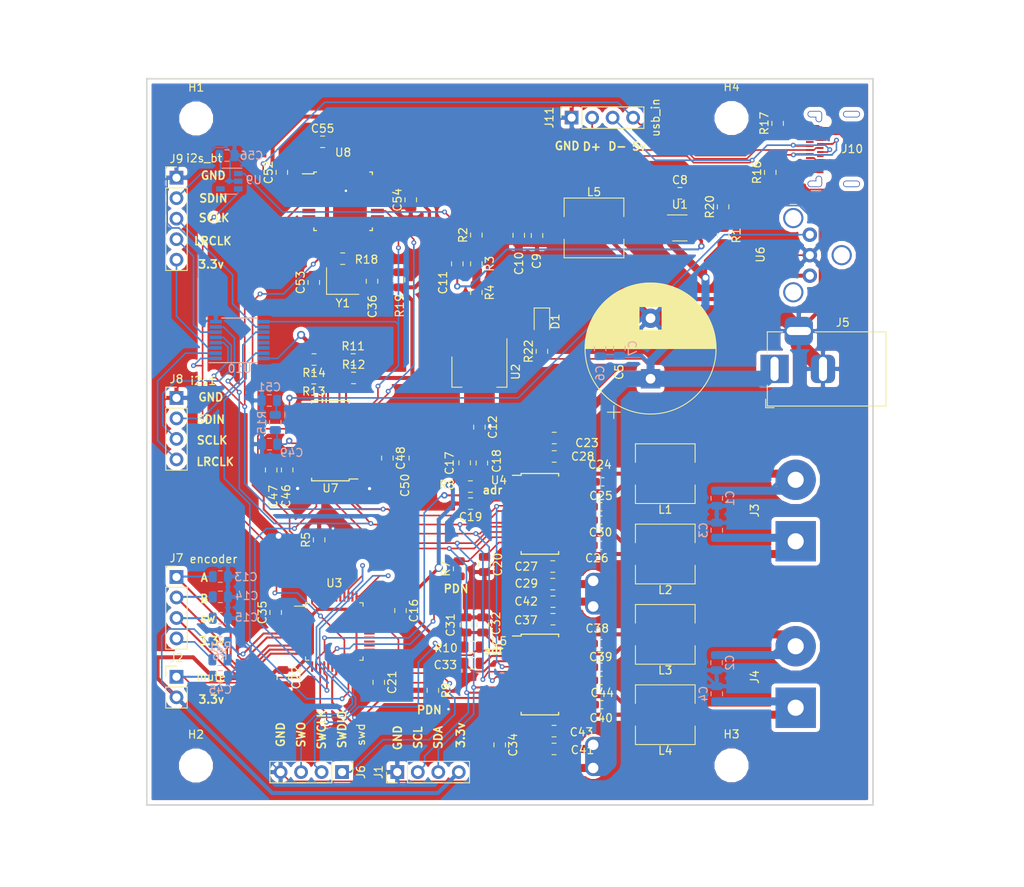
<source format=kicad_pcb>
(kicad_pcb (version 20171130) (host pcbnew 5.0.2+dfsg1-1)
  (layers (0 F.Cu signal) (31 B.Cu signal) (34 B.Paste user) (35 F.Paste user) (36 B.SilkS user) (37 F.SilkS user) (38 B.Mask user) (39 F.Mask user) (44 Edge.Cuts user))
  (net 0 "")
  (net 1 VDD)
  (net 2 "Net-(R1-Pad1)")
  (net 3 VCC)
  (net 4 GND)
  (net 5 "Net-(R5-Pad1)")
  (net 6 "Net-(R6-Pad2)")
  (net 7 /ADR1)
  (net 8 /ADR2)
  (net 9 "Net-(C11-Pad2)")
  (net 10 "Net-(C11-Pad1)")
  (net 11 "Net-(C8-Pad1)")
  (net 12 "Net-(C8-Pad2)")
  (net 13 "Net-(C33-Pad1)")
  (net 14 /LRCLK)
  (net 15 /SCLK)
  (net 16 /SDIN)
  (net 17 /SDA)
  (net 18 /SCL)
  (net 19 /PDN2)
  (net 20 "Net-(C34-Pad1)")
  (net 21 /tas5805m_b/OUT_B+)
  (net 22 "Net-(C40-Pad2)")
  (net 23 "Net-(C44-Pad2)")
  (net 24 "Net-(C39-Pad2)")
  (net 25 /tas5805m_b/OUT_A+)
  (net 26 "Net-(C38-Pad2)")
  (net 27 /tas5805m_a/OUT_A+)
  (net 28 "Net-(C24-Pad2)")
  (net 29 "Net-(C25-Pad2)")
  (net 30 "Net-(C30-Pad2)")
  (net 31 "Net-(C26-Pad2)")
  (net 32 /tas5805m_a/OUT_B+)
  (net 33 "Net-(C20-Pad1)")
  (net 34 /PDN1)
  (net 35 "Net-(C19-Pad1)")
  (net 36 "Net-(U3-Pad2)")
  (net 37 "Net-(U3-Pad3)")
  (net 38 "Net-(U3-Pad4)")
  (net 39 "Net-(U3-Pad5)")
  (net 40 "Net-(U3-Pad6)")
  (net 41 "Net-(U3-Pad17)")
  (net 42 "Net-(U3-Pad20)")
  (net 43 "Net-(U3-Pad25)")
  (net 44 "Net-(U3-Pad26)")
  (net 45 "Net-(U3-Pad27)")
  (net 46 "Net-(U3-Pad28)")
  (net 47 "Net-(U3-Pad29)")
  (net 48 "Net-(U3-Pad30)")
  (net 49 "Net-(U3-Pad31)")
  (net 50 "Net-(U3-Pad32)")
  (net 51 "Net-(U3-Pad33)")
  (net 52 "Net-(J6-Pad1)")
  (net 53 "Net-(J6-Pad2)")
  (net 54 "Net-(U3-Pad38)")
  (net 55 /c8t6/pb3)
  (net 56 "Net-(U3-Pad40)")
  (net 57 "Net-(U3-Pad41)")
  (net 58 "Net-(C4-Pad2)")
  (net 59 "Net-(C2-Pad2)")
  (net 60 "Net-(C3-Pad2)")
  (net 61 "Net-(C1-Pad2)")
  (net 62 /pcm2707c/VBUS)
  (net 63 "Net-(R19-Pad1)")
  (net 64 /pcm2707c/XTI)
  (net 65 /pcm2707c/XTO)
  (net 66 "Net-(C51-Pad1)")
  (net 67 /dir9001/FILT)
  (net 68 /dir9001/FMT1)
  (net 69 +5V)
  (net 70 /dir9001/FMT0)
  (net 71 /dir9001/PSCK1)
  (net 72 /dir9001/PSCK0)
  (net 73 /en_usb)
  (net 74 /en_bt)
  (net 75 "Net-(U9-Pad4)")
  (net 76 "Net-(C56-Pad1)")
  (net 77 "Net-(U7-Pad1)")
  (net 78 "Net-(U7-Pad2)")
  (net 79 "Net-(U7-Pad3)")
  (net 80 "Net-(U7-Pad4)")
  (net 81 "Net-(U7-Pad7)")
  (net 82 "Net-(U7-Pad9)")
  (net 83 "Net-(U7-Pad15)")
  (net 84 "Net-(U7-Pad16)")
  (net 85 "Net-(U7-Pad17)")
  (net 86 "Net-(U7-Pad18)")
  (net 87 /dir9001/rxin)
  (net 88 /en9001)
  (net 89 /err9001)
  (net 90 "Net-(U7-Pad28)")
  (net 91 "Net-(U5-Pad9)")
  (net 92 "Net-(U4-Pad9)")
  (net 93 "Net-(U8-Pad4)")
  (net 94 "Net-(U8-Pad6)")
  (net 95 "Net-(U8-Pad7)")
  (net 96 "Net-(U8-Pad8)")
  (net 97 /pcm2707)
  (net 98 "Net-(U8-Pad14)")
  (net 99 "Net-(U8-Pad18)")
  (net 100 /pcm2707c/D-)
  (net 101 /pcm2707c/D+)
  (net 102 "Net-(U8-Pad28)")
  (net 103 "Net-(U8-Pad29)")
  (net 104 "Net-(C55-Pad1)")
  (net 105 /c8t6/mute)
  (net 106 /c8t6/switch)
  (net 107 /c8t6/encoder_b)
  (net 108 /c8t6/encoder_a)
  (net 109 "Net-(J10-PadA5)")
  (net 110 "Net-(J10-PadA2)")
  (net 111 "Net-(J10-PadA3)")
  (net 112 "Net-(J10-PadA10)")
  (net 113 "Net-(J10-PadA8)")
  (net 114 "Net-(J10-PadA11)")
  (net 115 "Net-(J10-PadB2)")
  (net 116 "Net-(J10-PadB3)")
  (net 117 "Net-(J10-PadB8)")
  (net 118 "Net-(J10-PadB10)")
  (net 119 "Net-(J10-PadB11)")
  (net 120 "Net-(U10-Pad12)")
  (net 121 "Net-(U10-Pad13)")
  (net 122 "Net-(U10-Pad14)")
  (net 123 /bt/LRCLK_1)
  (net 124 /bt/LRCLK_2)
  (net 125 /bt/SCLK_1)
  (net 126 /bt/SCLK_2)
  (net 127 /bt/SDIN_2)
  (net 128 /bt/SDIN_1)
  (net 129 "Net-(J7-Pad4)")
  (net 130 "Net-(D1-Pad2)")
  (module LED_SMD:LED_0805_2012Metric (layer F.Cu) (at 166.243 82.804 270)
    (fp_text reference D1 (at 0 -1.65 270) (layer F.SilkS))
    (fp_text value LED)
    (pad 1 smd roundrect (at -0.9375 0 270) (size 0.975 1.4) (layers F.Cu F.Paste F.Mask) (net 4 GND))
    (pad 2 smd roundrect (at 0.9375 0 270) (size 0.975 1.4) (layers F.Cu F.Paste F.Mask) (net 130 "Net-(D1-Pad2)"))
  )
  (module Resistor_SMD:R_0805_2012Metric (layer F.Cu) (at 166.243 86.487 90)
    (fp_text reference R22 (at 0 -1.65 90) (layer F.SilkS))
    (fp_text value 2k)
    (pad 1 smd roundrect (at -0.9375 0 90) (size 0.975 1.4) (layers F.Cu F.Paste F.Mask) (net 3 VCC))
    (pad 2 smd roundrect (at 0.9375 0 90) (size 0.975 1.4) (layers F.Cu F.Paste F.Mask) (net 130 "Net-(D1-Pad2)"))
  )
  (module Connector_PinHeader_2.54mm:PinHeader_1x04_P2.54mm_Vertical (layer F.Cu) (at 148.3206 138.6332 90)
    (fp_text reference J1 (at 0 -2.33 90) (layer F.SilkS))
    (fp_text value i2c)
    (pad 1 thru_hole rect (at 0 0 90) (size 1.7 1.7) (drill 1) (layers *.Cu *.Mask) (net 4 GND))
    (pad 2 thru_hole oval (at 0 2.54 90) (size 1.7 1.7) (drill 1) (layers *.Cu *.Mask) (net 18 /SCL))
    (pad 3 thru_hole oval (at 0 5.08 90) (size 1.7 1.7) (drill 1) (layers *.Cu *.Mask) (net 17 /SDA))
    (pad 4 thru_hole oval (at 0 7.62 90) (size 1.7 1.7) (drill 1) (layers *.Cu *.Mask) (net 1 VDD))
  )
  (module Resistor_SMD:R_0805_2012Metric (layer B.Cu) (at 126.3396 124.714 180)
    (fp_text reference R21 (at 0 1.65 180) (layer B.SilkS) (effects (justify mirror)))
    (fp_text value 1k)
    (pad 1 smd roundrect (at -0.9375 0 180) (size 0.975 1.4) (layers B.Cu B.Paste B.Mask) (net 1 VDD))
    (pad 2 smd roundrect (at 0.9375 0 180) (size 0.975 1.4) (layers B.Cu B.Paste B.Mask) (net 129 "Net-(J7-Pad4)"))
  )
  (module Package_SO:TSSOP-16_4.4x5mm_P0.65mm (layer B.Cu) (at 128.778 85.09)
    (fp_text reference U10 (at 0 3.55) (layer B.SilkS) (effects (justify mirror)))
    (fp_text value SN74CB3Q3257)
    (pad 1 smd rect (at -2.95 2.275) (size 1.5 0.45) (layers B.Cu B.Paste B.Mask) (net 74 /en_bt))
    (pad 2 smd rect (at -2.95 1.625) (size 1.5 0.45) (layers B.Cu B.Paste B.Mask) (net 123 /bt/LRCLK_1))
    (pad 3 smd rect (at -2.95 0.975) (size 1.5 0.45) (layers B.Cu B.Paste B.Mask) (net 124 /bt/LRCLK_2))
    (pad 4 smd rect (at -2.95 0.325) (size 1.5 0.45) (layers B.Cu B.Paste B.Mask) (net 14 /LRCLK))
    (pad 5 smd rect (at -2.95 -0.325) (size 1.5 0.45) (layers B.Cu B.Paste B.Mask) (net 125 /bt/SCLK_1))
    (pad 6 smd rect (at -2.95 -0.975) (size 1.5 0.45) (layers B.Cu B.Paste B.Mask) (net 126 /bt/SCLK_2))
    (pad 7 smd rect (at -2.95 -1.625) (size 1.5 0.45) (layers B.Cu B.Paste B.Mask) (net 15 /SCLK))
    (pad 8 smd rect (at -2.95 -2.275) (size 1.5 0.45) (layers B.Cu B.Paste B.Mask) (net 4 GND))
    (pad 9 smd rect (at 2.95 -2.275) (size 1.5 0.45) (layers B.Cu B.Paste B.Mask) (net 16 /SDIN))
    (pad 10 smd rect (at 2.95 -1.625) (size 1.5 0.45) (layers B.Cu B.Paste B.Mask) (net 127 /bt/SDIN_2))
    (pad 11 smd rect (at 2.95 -0.975) (size 1.5 0.45) (layers B.Cu B.Paste B.Mask) (net 128 /bt/SDIN_1))
    (pad 12 smd rect (at 2.95 -0.325) (size 1.5 0.45) (layers B.Cu B.Paste B.Mask) (net 120 "Net-(U10-Pad12)"))
    (pad 13 smd rect (at 2.95 0.325) (size 1.5 0.45) (layers B.Cu B.Paste B.Mask) (net 121 "Net-(U10-Pad13)"))
    (pad 14 smd rect (at 2.95 0.975) (size 1.5 0.45) (layers B.Cu B.Paste B.Mask) (net 122 "Net-(U10-Pad14)"))
    (pad 15 smd rect (at 2.95 1.625) (size 1.5 0.45) (layers B.Cu B.Paste B.Mask) (net 73 /en_usb))
    (pad 16 smd rect (at 2.95 2.275) (size 1.5 0.45) (layers B.Cu B.Paste B.Mask) (net 1 VDD))
  )
  (module Inductor_SMD:L_7.3x7.3_H4.5 (layer F.Cu) (at 181.5272 121.5644 180)
    (fp_text reference L3 (at 0 -4.45 180) (layer F.SilkS))
    (fp_text value 10uh)
    (pad 2 smd rect (at 3.2 0 180) (size 1.5 2.2) (layers F.Cu F.Paste F.Mask) (net 25 /tas5805m_b/OUT_A+))
    (pad 1 smd rect (at -3.2 0 180) (size 1.5 2.2) (layers F.Cu F.Paste F.Mask) (net 59 "Net-(C2-Pad2)"))
  )
  (module Inductor_SMD:L_7.3x7.3_H4.5 (layer F.Cu) (at 181.5272 111.6076 180)
    (fp_text reference L2 (at 0 -4.45 180) (layer F.SilkS))
    (fp_text value 10uh)
    (pad 1 smd rect (at -3.2 0 180) (size 1.5 2.2) (layers F.Cu F.Paste F.Mask) (net 60 "Net-(C3-Pad2)"))
    (pad 2 smd rect (at 3.2 0 180) (size 1.5 2.2) (layers F.Cu F.Paste F.Mask) (net 32 /tas5805m_a/OUT_B+))
  )
  (module Inductor_SMD:L_7.3x7.3_H4.5 (layer F.Cu) (at 181.5272 131.5212 180)
    (fp_text reference L4 (at 0 -4.45 180) (layer F.SilkS))
    (fp_text value 10uh)
    (pad 2 smd rect (at 3.2 0 180) (size 1.5 2.2) (layers F.Cu F.Paste F.Mask) (net 21 /tas5805m_b/OUT_B+))
    (pad 1 smd rect (at -3.2 0 180) (size 1.5 2.2) (layers F.Cu F.Paste F.Mask) (net 58 "Net-(C4-Pad2)"))
  )
  (module Inductor_SMD:L_7.3x7.3_H4.5 (layer F.Cu) (at 181.5272 101.6508 180)
    (fp_text reference L1 (at 0 -4.45 180) (layer F.SilkS))
    (fp_text value 10uh)
    (pad 1 smd rect (at -3.2 0 180) (size 1.5 2.2) (layers F.Cu F.Paste F.Mask) (net 61 "Net-(C1-Pad2)"))
    (pad 2 smd rect (at 3.2 0 180) (size 1.5 2.2) (layers F.Cu F.Paste F.Mask) (net 27 /tas5805m_a/OUT_A+))
  )
  (module Resistor_SMD:R_0805_2012Metric (layer F.Cu) (at 188.6966 68.58 90)
    (fp_text reference R20 (at 0 -1.65 90) (layer F.SilkS))
    (fp_text value 105k)
    (pad 1 smd roundrect (at -0.9375 0 90) (size 0.975 1.4) (layers F.Cu F.Paste F.Mask) (net 2 "Net-(R1-Pad1)"))
    (pad 2 smd roundrect (at 0.9375 0 90) (size 0.975 1.4) (layers F.Cu F.Paste F.Mask) (net 4 GND))
  )
  (module Capacitor_SMD:C_0805_2012Metric (layer F.Cu) (at 145.1864 77.8002 270)
    (fp_text reference C36 (at 3.1242 -0.0508 270) (layer F.SilkS))
    (fp_text value 10pf)
    (pad 2 smd roundrect (at 0.9375 0 270) (size 0.975 1.4) (layers F.Cu F.Paste F.Mask) (net 4 GND))
    (pad 1 smd roundrect (at -0.9375 0 270) (size 0.975 1.4) (layers F.Cu F.Paste F.Mask) (net 65 /pcm2707c/XTO))
  )
  (module Capacitor_SMD:C_0805_2012Metric (layer F.Cu) (at 137.9728 77.9526 90)
    (fp_text reference C53 (at 0 -1.65 90) (layer F.SilkS))
    (fp_text value 10pf)
    (pad 1 smd roundrect (at -0.9375 0 90) (size 0.975 1.4) (layers F.Cu F.Paste F.Mask) (net 64 /pcm2707c/XTI))
    (pad 2 smd roundrect (at 0.9375 0 90) (size 0.975 1.4) (layers F.Cu F.Paste F.Mask) (net 4 GND))
  )
  (module Connector_PinSocket_2.54mm:PinSocket_1x04_P2.54mm_Vertical (layer F.Cu) (at 169.926 57.531 90)
    (fp_text reference J11 (at 0 -2.77 90) (layer F.SilkS))
    (fp_text value usb_in (at 0 10.39 90) (layer F.SilkS))
    (pad 1 thru_hole rect (at 0 0 90) (size 1.7 1.7) (drill 1) (layers *.Cu *.Mask) (net 4 GND))
    (pad 2 thru_hole oval (at 0 2.54 90) (size 1.7 1.7) (drill 1) (layers *.Cu *.Mask) (net 101 /pcm2707c/D+))
    (pad 3 thru_hole oval (at 0 5.08 90) (size 1.7 1.7) (drill 1) (layers *.Cu *.Mask) (net 100 /pcm2707c/D-))
    (pad 4 thru_hole oval (at 0 7.62 90) (size 1.7 1.7) (drill 1) (layers *.Cu *.Mask) (net 62 /pcm2707c/VBUS))
  )
  (module Capacitor_SMD:C_0805_2012Metric (layer F.Cu) (at 146.0246 127.508 270)
    (fp_text reference C21 (at 0 -1.65 270) (layer F.SilkS))
    (fp_text value 100nf)
    (pad 1 smd roundrect (at -0.9375 0 270) (size 0.975 1.4) (layers F.Cu F.Paste F.Mask) (net 1 VDD))
    (pad 2 smd roundrect (at 0.9375 0 270) (size 0.975 1.4) (layers F.Cu F.Paste F.Mask) (net 4 GND))
  )
  (module Capacitor_SMD:C_0805_2012Metric (layer F.Cu) (at 134.1374 126.9238 270)
    (fp_text reference C22 (at 0 -1.65 270) (layer F.SilkS))
    (fp_text value 100nf)
    (pad 2 smd roundrect (at 0.9375 0 270) (size 0.975 1.4) (layers F.Cu F.Paste F.Mask) (net 4 GND))
    (pad 1 smd roundrect (at -0.9375 0 270) (size 0.975 1.4) (layers F.Cu F.Paste F.Mask) (net 1 VDD))
  )
  (module Capacitor_SMD:C_0805_2012Metric (layer F.Cu) (at 133.2484 118.8466 90)
    (fp_text reference C35 (at 0 -1.65 90) (layer F.SilkS))
    (fp_text value 100nf)
    (pad 1 smd roundrect (at -0.9375 0 90) (size 0.975 1.4) (layers F.Cu F.Paste F.Mask) (net 1 VDD))
    (pad 2 smd roundrect (at 0.9375 0 90) (size 0.975 1.4) (layers F.Cu F.Paste F.Mask) (net 4 GND))
  )
  (module mymod:usb_c_24p_smd (layer F.Cu) (at 202.3364 61.4172 90)
    (fp_text reference J10 (at 0.00762 2.36982 -180) (layer F.SilkS))
    (fp_text value USB_C_Receptacle)
    (pad s1 thru_hole oval (at -4.32 -2.275 90) (size 0.8 1.8) (drill oval 0.6 1.6) (layers *.Cu *.Mask))
    (pad s1 thru_hole oval (at 4.32 -2.275 90) (size 0.8 1.8) (drill oval 0.6 1.6) (layers *.Cu *.Mask))
    (pad s1 thru_hole oval (at 4.32 2.275 90) (size 0.8 2.1) (drill oval 0.6 1.9) (layers *.Cu *.Mask))
    (pad s1 thru_hole oval (at -4.32 2.275 90) (size 0.8 2.1) (drill oval 0.6 1.9) (layers *.Cu *.Mask))
    (pad s1 thru_hole oval (at -4.02 -1.775 90) (size 1.4 0.8) (drill oval 1.2 0.6) (layers *.Cu *.Mask))
    (pad s1 thru_hole oval (at 4.02 -1.775 90) (size 1.4 0.8) (drill oval 1.2 0.6) (layers *.Cu *.Mask))
    (pad "" np_thru_hole circle (at -3.4 -0.925 90) (size 0.5 0.5) (drill 0.5) (layers *.Cu *.Mask))
    (pad "" np_thru_hole circle (at 3.4 -0.925 90) (size 0.5 0.5) (drill 0.5) (layers *.Cu *.Mask))
    (pad B12 smd rect (at -2.875 -1.6 90) (size 0.25 0.8) (layers F.Cu F.Paste F.Mask) (net 4 GND))
    (pad B11 smd rect (at -2.375 -1.6 90) (size 0.25 0.8) (layers F.Cu F.Paste F.Mask) (net 119 "Net-(J10-PadB11)"))
    (pad B10 smd rect (at -1.875 -1.6 90) (size 0.25 0.8) (layers F.Cu F.Paste F.Mask) (net 118 "Net-(J10-PadB10)"))
    (pad B9 smd rect (at -1.375 -1.6 90) (size 0.25 0.8) (layers F.Cu F.Paste F.Mask) (net 62 /pcm2707c/VBUS))
    (pad B8 smd rect (at -0.875 -1.6 90) (size 0.25 0.8) (layers F.Cu F.Paste F.Mask) (net 117 "Net-(J10-PadB8)"))
    (pad B7 smd rect (at -0.375 -1.6 90) (size 0.25 0.8) (layers F.Cu F.Paste F.Mask) (net 100 /pcm2707c/D-))
    (pad B6 smd rect (at 0.125 -1.6 90) (size 0.25 0.8) (layers F.Cu F.Paste F.Mask) (net 101 /pcm2707c/D+))
    (pad B5 smd rect (at 0.625 -1.6 90) (size 0.25 0.8) (layers F.Cu F.Paste F.Mask) (net 109 "Net-(J10-PadA5)"))
    (pad B4 smd rect (at 1.125 -1.6 90) (size 0.25 0.8) (layers F.Cu F.Paste F.Mask) (net 62 /pcm2707c/VBUS))
    (pad B3 smd rect (at 1.625 -1.6 90) (size 0.25 0.8) (layers F.Cu F.Paste F.Mask) (net 116 "Net-(J10-PadB3)"))
    (pad B2 smd rect (at 2.125 -1.6 90) (size 0.25 0.8) (layers F.Cu F.Paste F.Mask) (net 115 "Net-(J10-PadB2)"))
    (pad B1 smd rect (at 2.625 -1.6 90) (size 0.25 0.8) (layers F.Cu F.Paste F.Mask) (net 4 GND))
    (pad A1 smd rect (at -2.625 -2.9 90) (size 0.25 0.95) (layers F.Cu F.Paste F.Mask) (net 4 GND))
    (pad A11 smd rect (at 2.375 -2.9 90) (size 0.25 0.95) (layers F.Cu F.Paste F.Mask) (net 114 "Net-(J10-PadA11)"))
    (pad A12 smd rect (at 2.875 -2.9 90) (size 0.25 0.95) (layers F.Cu F.Paste F.Mask) (net 4 GND))
    (pad A3 smd rect (at -1.625 -2.9 90) (size 0.25 0.95) (layers F.Cu F.Paste F.Mask) (net 111 "Net-(J10-PadA3)"))
    (pad A7 smd rect (at 0.375 -2.9 90) (size 0.25 0.95) (layers F.Cu F.Paste F.Mask) (net 100 /pcm2707c/D-))
    (pad A9 smd rect (at 1.375 -2.9 90) (size 0.25 0.95) (layers F.Cu F.Paste F.Mask) (net 62 /pcm2707c/VBUS))
    (pad A5 smd rect (at -0.625 -2.9 90) (size 0.25 0.95) (layers F.Cu F.Paste F.Mask) (net 109 "Net-(J10-PadA5)"))
    (pad A2 smd rect (at -2.125 -2.9 90) (size 0.25 0.95) (layers F.Cu F.Paste F.Mask) (net 110 "Net-(J10-PadA2)"))
    (pad A8 smd rect (at 0.875 -2.9 90) (size 0.25 0.95) (layers F.Cu F.Paste F.Mask) (net 113 "Net-(J10-PadA8)"))
    (pad A10 smd rect (at 1.875 -2.9 90) (size 0.25 0.95) (layers F.Cu F.Paste F.Mask) (net 112 "Net-(J10-PadA10)"))
    (pad A6 smd rect (at -0.125 -2.9 90) (size 0.25 0.95) (layers F.Cu F.Paste F.Mask) (net 101 /pcm2707c/D+))
    (pad A4 smd rect (at -1.125 -2.9 90) (size 0.25 0.95) (layers F.Cu F.Paste F.Mask) (net 62 /pcm2707c/VBUS))
  )
  (module MountingHole:MountingHole_3.2mm_M3_ISO7380 (layer F.Cu) (at 189.738 57.5818)
    (fp_text reference H4 (at 0 -3.85) (layer F.SilkS))
    (fp_text value MountingHole)
    (pad 1 np_thru_hole circle (at 0 0) (size 3.2 3.2) (drill 3.2) (layers *.Cu *.Mask))
  )
  (module MountingHole:MountingHole_3.2mm_M3_ISO7380 (layer F.Cu) (at 189.738 137.795)
    (fp_text reference H3 (at 0 -3.85) (layer F.SilkS))
    (fp_text value MountingHole)
    (pad 1 np_thru_hole circle (at 0 0) (size 3.2 3.2) (drill 3.2) (layers *.Cu *.Mask))
  )
  (module MountingHole:MountingHole_3.2mm_M3_ISO7380 (layer F.Cu) (at 123.3678 137.8204)
    (fp_text reference H2 (at 0 -3.85) (layer F.SilkS))
    (fp_text value MountingHole)
    (pad 1 np_thru_hole circle (at 0 0) (size 3.2 3.2) (drill 3.2) (layers *.Cu *.Mask))
  )
  (module MountingHole:MountingHole_3.2mm_M3_ISO7380 (layer F.Cu) (at 123.3932 57.6326)
    (fp_text reference H1 (at 0 -3.85) (layer F.SilkS))
    (fp_text value MountingHole)
    (pad 1 np_thru_hole circle (at 0 0) (size 3.2 3.2) (drill 3.2) (layers *.Cu *.Mask))
  )
  (module Capacitor_SMD:C_0603_1608Metric (layer F.Cu) (at 173.5074 110.5408 180)
    (fp_text reference C26 (at 0.4572 -1.5748 180) (layer F.SilkS))
    (fp_text value 220nf/25v)
    (pad 2 smd roundrect (at 0.7875 0 180) (size 0.875 0.95) (layers F.Cu F.Paste F.Mask) (net 31 "Net-(C26-Pad2)"))
    (pad 1 smd roundrect (at -0.7875 0 180) (size 0.875 0.95) (layers F.Cu F.Paste F.Mask) (net 32 /tas5805m_a/OUT_B+))
  )
  (module Capacitor_SMD:C_0603_1608Metric (layer F.Cu) (at 173.5328 105.748666 180)
    (fp_text reference C25 (at -0.0254 1.354666 180) (layer F.SilkS))
    (fp_text value 220nf/25v)
    (pad 1 smd roundrect (at -0.7875 0 180) (size 0.875 0.95) (layers F.Cu F.Paste F.Mask) (net 27 /tas5805m_a/OUT_A+))
    (pad 2 smd roundrect (at 0.7875 0 180) (size 0.875 0.95) (layers F.Cu F.Paste F.Mask) (net 29 "Net-(C25-Pad2)"))
  )
  (module Capacitor_SMD:C_0603_1608Metric (layer F.Cu) (at 173.7868 102.6668 180)
    (fp_text reference C24 (at 0.3556 2.1336 180) (layer F.SilkS))
    (fp_text value 220nf/25v)
    (pad 2 smd roundrect (at 0.7875 0 180) (size 0.875 0.95) (layers F.Cu F.Paste F.Mask) (net 28 "Net-(C24-Pad2)"))
    (pad 1 smd roundrect (at -0.7875 0 180) (size 0.875 0.95) (layers F.Cu F.Paste F.Mask) (net 27 /tas5805m_a/OUT_A+))
  )
  (module Capacitor_SMD:C_0603_1608Metric (layer F.Cu) (at 173.5328 122.7074 180)
    (fp_text reference C38 (at 0.4318 1.8796 180) (layer F.SilkS))
    (fp_text value 220nf/25v)
    (pad 1 smd roundrect (at -0.7875 0 180) (size 0.875 0.95) (layers F.Cu F.Paste F.Mask) (net 25 /tas5805m_b/OUT_A+))
    (pad 2 smd roundrect (at 0.7875 0 180) (size 0.875 0.95) (layers F.Cu F.Paste F.Mask) (net 26 "Net-(C38-Pad2)"))
  )
  (module Capacitor_SMD:C_0603_1608Metric (layer F.Cu) (at 173.5582 125.636866 180)
    (fp_text reference C39 (at 0.0254 1.278466 180) (layer F.SilkS))
    (fp_text value 220nf/25v)
    (pad 2 smd roundrect (at 0.7875 0 180) (size 0.875 0.95) (layers F.Cu F.Paste F.Mask) (net 24 "Net-(C39-Pad2)"))
    (pad 1 smd roundrect (at -0.7875 0 180) (size 0.875 0.95) (layers F.Cu F.Paste F.Mask) (net 25 /tas5805m_b/OUT_A+))
  )
  (module Capacitor_SMD:C_0603_1608Metric (layer F.Cu) (at 173.5582 127.270932 180)
    (fp_text reference C44 (at -0.1524 -1.532468 180) (layer F.SilkS))
    (fp_text value 220nf/25v)
    (pad 1 smd roundrect (at -0.7875 0 180) (size 0.875 0.95) (layers F.Cu F.Paste F.Mask) (net 21 /tas5805m_b/OUT_B+))
    (pad 2 smd roundrect (at 0.7875 0 180) (size 0.875 0.95) (layers F.Cu F.Paste F.Mask) (net 23 "Net-(C44-Pad2)"))
  )
  (module Capacitor_SMD:C_0603_1608Metric (layer F.Cu) (at 173.6598 130.2766 180)
    (fp_text reference C40 (at 0.0762 -1.651 180) (layer F.SilkS))
    (fp_text value 220nf/25v)
    (pad 2 smd roundrect (at 0.7875 0 180) (size 0.875 0.95) (layers F.Cu F.Paste F.Mask) (net 22 "Net-(C40-Pad2)"))
    (pad 1 smd roundrect (at -0.7875 0 180) (size 0.875 0.95) (layers F.Cu F.Paste F.Mask) (net 21 /tas5805m_b/OUT_B+))
  )
  (module Capacitor_SMD:C_0603_1608Metric (layer F.Cu) (at 173.5328 107.408132 180)
    (fp_text reference C30 (at 0.0254 -1.507068 180) (layer F.SilkS))
    (fp_text value 220nf/25v)
    (pad 1 smd roundrect (at -0.7875 0 180) (size 0.875 0.95) (layers F.Cu F.Paste F.Mask) (net 32 /tas5805m_a/OUT_B+))
    (pad 2 smd roundrect (at 0.7875 0 180) (size 0.875 0.95) (layers F.Cu F.Paste F.Mask) (net 30 "Net-(C30-Pad2)"))
  )
  (module Package_TO_SOT_SMD:SOT-23-6 (layer F.Cu) (at 183.3372 71.1962)
    (fp_text reference U1 (at 0 -2.9) (layer F.SilkS))
    (fp_text value TPS54202H)
    (pad 5 smd rect (at 1.1 0) (size 1.06 0.65) (layers F.Cu F.Paste F.Mask) (net 2 "Net-(R1-Pad1)"))
    (pad 6 smd rect (at 1.1 -0.95) (size 1.06 0.65) (layers F.Cu F.Paste F.Mask) (net 12 "Net-(C8-Pad2)"))
    (pad 4 smd rect (at 1.1 0.95) (size 1.06 0.65) (layers F.Cu F.Paste F.Mask) (net 9 "Net-(C11-Pad2)"))
    (pad 3 smd rect (at -1.1 0.95) (size 1.06 0.65) (layers F.Cu F.Paste F.Mask) (net 3 VCC))
    (pad 2 smd rect (at -1.1 0) (size 1.06 0.65) (layers F.Cu F.Paste F.Mask) (net 11 "Net-(C8-Pad1)"))
    (pad 1 smd rect (at -1.1 -0.95) (size 1.06 0.65) (layers F.Cu F.Paste F.Mask) (net 4 GND))
  )
  (module mymod:spdif-DLT11H0 (layer F.Cu) (at 200.1266 74.5744 90)
    (fp_text reference U6 (at 0.0762 -6.8072 90) (layer F.SilkS))
    (fp_text value DLT11H0)
    (pad 3 thru_hole circle (at -2.54 -0.68325 90) (size 1.8 1.8) (drill 1) (layers *.Cu *.Mask) (net 69 +5V))
    (pad 1 thru_hole circle (at 2.54 -0.68325 90) (size 1.8 1.8) (drill 1) (layers *.Cu *.Mask) (net 87 /dir9001/rxin))
    (pad 2 thru_hole circle (at 0 -0.68325 90) (size 1.8 1.8) (drill 1) (layers *.Cu *.Mask) (net 4 GND))
    (pad "" np_thru_hole circle (at 0 3.26675 90) (size 2.5 2.5) (drill 2) (layers *.Cu *.Mask))
    (pad "" np_thru_hole circle (at 4.6 -2.73325 90) (size 2.5 2.5) (drill 2) (layers *.Cu *.Mask))
    (pad "" np_thru_hole circle (at -4.6 -2.73325 90) (size 2.5 2.5) (drill 2) (layers *.Cu *.Mask))
  )
  (module Capacitor_SMD:C_0805_2012Metric (layer B.Cu) (at 127.2055 62.23)
    (fp_text reference C56 (at 3.048 0) (layer B.SilkS) (effects (justify mirror)))
    (fp_text value 1uf)
    (pad 2 smd roundrect (at 0.9375 0) (size 0.975 1.4) (layers B.Cu B.Paste B.Mask) (net 4 GND))
    (pad 1 smd roundrect (at -0.9375 0) (size 0.975 1.4) (layers B.Cu B.Paste B.Mask) (net 76 "Net-(C56-Pad1)"))
  )
  (module Capacitor_SMD:C_0805_2012Metric (layer F.Cu) (at 139.0673 60.5282)
    (fp_text reference C55 (at 0 -1.65) (layer F.SilkS))
    (fp_text value 10uf)
    (pad 2 smd roundrect (at 0.9375 0) (size 0.975 1.4) (layers F.Cu F.Paste F.Mask) (net 4 GND))
    (pad 1 smd roundrect (at -0.9375 0) (size 0.975 1.4) (layers F.Cu F.Paste F.Mask) (net 104 "Net-(C55-Pad1)"))
  )
  (module Capacitor_SMD:C_0805_2012Metric (layer B.Cu) (at 126.3904 126.7714)
    (fp_text reference C45 (at 0 1.65) (layer B.SilkS) (effects (justify mirror)))
    (fp_text value 100nf)
    (pad 2 smd roundrect (at 0.9375 0) (size 0.975 1.4) (layers B.Cu B.Paste B.Mask) (net 4 GND))
    (pad 1 smd roundrect (at -0.9375 0) (size 0.975 1.4) (layers B.Cu B.Paste B.Mask) (net 105 /c8t6/mute))
  )
  (module Capacitor_SMD:C_0805_2012Metric (layer F.Cu) (at 134.6708 101.1936 270)
    (fp_text reference C46 (at 3.2258 0.127 270) (layer F.SilkS))
    (fp_text value 10uf)
    (pad 2 smd roundrect (at 0.9375 0 270) (size 0.975 1.4) (layers F.Cu F.Paste F.Mask) (net 4 GND))
    (pad 1 smd roundrect (at -0.9375 0 270) (size 0.975 1.4) (layers F.Cu F.Paste F.Mask) (net 1 VDD))
  )
  (module Capacitor_SMD:C_0805_2012Metric (layer F.Cu) (at 132.6896 101.1936 270)
    (fp_text reference C47 (at 3.302 -0.254 270) (layer F.SilkS))
    (fp_text value 100nf)
    (pad 2 smd roundrect (at 0.9375 0 270) (size 0.975 1.4) (layers F.Cu F.Paste F.Mask) (net 4 GND))
    (pad 1 smd roundrect (at -0.9375 0 270) (size 0.975 1.4) (layers F.Cu F.Paste F.Mask) (net 1 VDD))
  )
  (module Capacitor_SMD:C_0805_2012Metric (layer F.Cu) (at 147.0914 99.7204 270)
    (fp_text reference C48 (at 0 -1.65 270) (layer F.SilkS))
    (fp_text value 10uf)
    (pad 2 smd roundrect (at 0.9375 0 270) (size 0.975 1.4) (layers F.Cu F.Paste F.Mask) (net 4 GND))
    (pad 1 smd roundrect (at -0.9375 0 270) (size 0.975 1.4) (layers F.Cu F.Paste F.Mask) (net 1 VDD))
  )
  (module Capacitor_SMD:C_0805_2012Metric (layer B.Cu) (at 132.4864 97.9932 180)
    (fp_text reference C49 (at -2.7432 -1.0668 180) (layer B.SilkS) (effects (justify mirror)))
    (fp_text value 4.7nf)
    (pad 2 smd roundrect (at 0.9375 0 180) (size 0.975 1.4) (layers B.Cu B.Paste B.Mask) (net 4 GND))
    (pad 1 smd roundrect (at -0.9375 0 180) (size 0.975 1.4) (layers B.Cu B.Paste B.Mask) (net 67 /dir9001/FILT))
  )
  (module Capacitor_SMD:C_0805_2012Metric (layer F.Cu) (at 149.0726 99.7204 270)
    (fp_text reference C50 (at 3.3782 -0.2032 270) (layer F.SilkS))
    (fp_text value 100nf)
    (pad 2 smd roundrect (at 0.9375 0 270) (size 0.975 1.4) (layers F.Cu F.Paste F.Mask) (net 4 GND))
    (pad 1 smd roundrect (at -0.9375 0 270) (size 0.975 1.4) (layers F.Cu F.Paste F.Mask) (net 1 VDD))
  )
  (module Capacitor_SMD:C_0805_2012Metric (layer B.Cu) (at 132.461 92.583 180)
    (fp_text reference C51 (at 0 1.65 180) (layer B.SilkS) (effects (justify mirror)))
    (fp_text value 68nf)
    (pad 2 smd roundrect (at 0.9375 0 180) (size 0.975 1.4) (layers B.Cu B.Paste B.Mask) (net 4 GND))
    (pad 1 smd roundrect (at -0.9375 0 180) (size 0.975 1.4) (layers B.Cu B.Paste B.Mask) (net 66 "Net-(C51-Pad1)"))
  )
  (module Capacitor_SMD:C_0805_2012Metric (layer F.Cu) (at 134.0104 64.3128 90)
    (fp_text reference C52 (at 0 -1.65 90) (layer F.SilkS))
    (fp_text value 100nf)
    (pad 2 smd roundrect (at 0.9375 0 90) (size 0.975 1.4) (layers F.Cu F.Paste F.Mask) (net 4 GND))
    (pad 1 smd roundrect (at -0.9375 0 90) (size 0.975 1.4) (layers F.Cu F.Paste F.Mask) (net 1 VDD))
  )
  (module Capacitor_SMD:C_0805_2012Metric (layer F.Cu) (at 149.987 67.7164 90)
    (fp_text reference C54 (at 0 -1.65 90) (layer F.SilkS))
    (fp_text value 100nf)
    (pad 2 smd roundrect (at 0.9375 0 90) (size 0.975 1.4) (layers F.Cu F.Paste F.Mask) (net 1 VDD))
    (pad 1 smd roundrect (at -0.9375 0 90) (size 0.975 1.4) (layers F.Cu F.Paste F.Mask) (net 4 GND))
  )
  (module Connector_PinHeader_2.54mm:PinHeader_1x02_P2.54mm_Vertical (layer F.Cu) (at 120.9548 126.8222)
    (fp_text reference J2 (at 0 -2.33) (layer F.SilkS))
    (fp_text value mute (at 4.2799 0) (layer F.SilkS))
    (pad 2 thru_hole oval (at 0 2.54) (size 1.7 1.7) (drill 1) (layers *.Cu *.Mask) (net 1 VDD))
    (pad 1 thru_hole rect (at 0 0) (size 1.7 1.7) (drill 1) (layers *.Cu *.Mask) (net 105 /c8t6/mute))
  )
  (module Connector_PinHeader_2.54mm:PinHeader_1x04_P2.54mm_Vertical (layer F.Cu) (at 120.9548 114.4524)
    (fp_text reference J7 (at 0 -2.33) (layer F.SilkS))
    (fp_text value encoder (at 4.5847 -2.2225) (layer F.SilkS))
    (pad 4 thru_hole oval (at 0 7.62) (size 1.7 1.7) (drill 1) (layers *.Cu *.Mask) (net 129 "Net-(J7-Pad4)"))
    (pad 3 thru_hole oval (at 0 5.08) (size 1.7 1.7) (drill 1) (layers *.Cu *.Mask) (net 106 /c8t6/switch))
    (pad 2 thru_hole oval (at 0 2.54) (size 1.7 1.7) (drill 1) (layers *.Cu *.Mask) (net 107 /c8t6/encoder_b))
    (pad 1 thru_hole rect (at 0 0) (size 1.7 1.7) (drill 1) (layers *.Cu *.Mask) (net 108 /c8t6/encoder_a))
  )
  (module Connector_PinHeader_2.54mm:PinHeader_1x04_P2.54mm_Vertical (layer F.Cu) (at 120.9548 92.2628)
    (fp_text reference J8 (at 0 -2.33) (layer F.SilkS))
    (fp_text value i2s1 (at 3.302 -2.1182) (layer F.SilkS))
    (pad 4 thru_hole oval (at 0 7.62) (size 1.7 1.7) (drill 1) (layers *.Cu *.Mask) (net 123 /bt/LRCLK_1))
    (pad 3 thru_hole oval (at 0 5.08) (size 1.7 1.7) (drill 1) (layers *.Cu *.Mask) (net 125 /bt/SCLK_1))
    (pad 2 thru_hole oval (at 0 2.54) (size 1.7 1.7) (drill 1) (layers *.Cu *.Mask) (net 128 /bt/SDIN_1))
    (pad 1 thru_hole rect (at 0 0) (size 1.7 1.7) (drill 1) (layers *.Cu *.Mask) (net 4 GND))
  )
  (module Connector_PinHeader_2.54mm:PinHeader_1x05_P2.54mm_Vertical (layer F.Cu) (at 120.9548 64.9732)
    (fp_text reference J9 (at 0 -2.33) (layer F.SilkS))
    (fp_text value i2s_bt (at 3.429 -2.413) (layer F.SilkS))
    (pad 5 thru_hole oval (at 0 10.16) (size 1.7 1.7) (drill 1) (layers *.Cu *.Mask) (net 124 /bt/LRCLK_2))
    (pad 4 thru_hole oval (at 0 7.62) (size 1.7 1.7) (drill 1) (layers *.Cu *.Mask) (net 126 /bt/SCLK_2))
    (pad 3 thru_hole oval (at 0 5.08) (size 1.7 1.7) (drill 1) (layers *.Cu *.Mask) (net 127 /bt/SDIN_2))
    (pad 2 thru_hole oval (at 0 2.54) (size 1.7 1.7) (drill 1) (layers *.Cu *.Mask) (net 76 "Net-(C56-Pad1)"))
    (pad 1 thru_hole rect (at 0 0) (size 1.7 1.7) (drill 1) (layers *.Cu *.Mask) (net 4 GND))
  )
  (module Crystal:Crystal_SMD_3225-4Pin_3.2x2.5mm (layer F.Cu) (at 141.5542 77.7748)
    (fp_text reference Y1 (at 0.0254 2.7432) (layer F.SilkS))
    (fp_text value Crystal_GND24)
    (pad 4 smd rect (at -1.1 -0.85) (size 1.4 1.2) (layers F.Cu F.Paste F.Mask) (net 4 GND))
    (pad 3 smd rect (at 1.1 -0.85) (size 1.4 1.2) (layers F.Cu F.Paste F.Mask) (net 65 /pcm2707c/XTO))
    (pad 2 smd rect (at 1.1 0.85) (size 1.4 1.2) (layers F.Cu F.Paste F.Mask) (net 4 GND))
    (pad 1 smd rect (at -1.1 0.85) (size 1.4 1.2) (layers F.Cu F.Paste F.Mask) (net 64 /pcm2707c/XTI))
  )
  (module Inductor_SMD:L_7.3x7.3_H4.5 (layer F.Cu) (at 172.6946 71.1962)
    (fp_text reference L5 (at 0 -4.45) (layer F.SilkS))
    (fp_text value 15uh)
    (pad 2 smd rect (at 3.2 0) (size 1.5 2.2) (layers F.Cu F.Paste F.Mask) (net 11 "Net-(C8-Pad1)"))
    (pad 1 smd rect (at -3.2 0) (size 1.5 2.2) (layers F.Cu F.Paste F.Mask) (net 69 +5V))
  )
  (module Package_QFP:TQFP-32_7x7mm_P0.8mm (layer F.Cu) (at 141.605 67.8942)
    (fp_text reference U8 (at 0 -6.05) (layer F.SilkS))
    (fp_text value PCM2707C)
    (pad 32 smd rect (at -2.8 -4.25 90) (size 1.6 0.55) (layers F.Cu F.Paste F.Mask) (net 104 "Net-(C55-Pad1)"))
    (pad 31 smd rect (at -2 -4.25 90) (size 1.6 0.55) (layers F.Cu F.Paste F.Mask) (net 4 GND))
    (pad 30 smd rect (at -1.2 -4.25 90) (size 1.6 0.55) (layers F.Cu F.Paste F.Mask) (net 1 VDD))
    (pad 29 smd rect (at -0.4 -4.25 90) (size 1.6 0.55) (layers F.Cu F.Paste F.Mask) (net 103 "Net-(U8-Pad29)"))
    (pad 28 smd rect (at 0.4 -4.25 90) (size 1.6 0.55) (layers F.Cu F.Paste F.Mask) (net 102 "Net-(U8-Pad28)"))
    (pad 27 smd rect (at 1.2 -4.25 90) (size 1.6 0.55) (layers F.Cu F.Paste F.Mask) (net 1 VDD))
    (pad 26 smd rect (at 2 -4.25 90) (size 1.6 0.55) (layers F.Cu F.Paste F.Mask) (net 4 GND))
    (pad 25 smd rect (at 2.8 -4.25 90) (size 1.6 0.55) (layers F.Cu F.Paste F.Mask) (net 4 GND))
    (pad 24 smd rect (at 4.25 -2.8) (size 1.6 0.55) (layers F.Cu F.Paste F.Mask) (net 1 VDD))
    (pad 23 smd rect (at 4.25 -2) (size 1.6 0.55) (layers F.Cu F.Paste F.Mask) (net 101 /pcm2707c/D+))
    (pad 22 smd rect (at 4.25 -1.2) (size 1.6 0.55) (layers F.Cu F.Paste F.Mask) (net 100 /pcm2707c/D-))
    (pad 21 smd rect (at 4.25 -0.4) (size 1.6 0.55) (layers F.Cu F.Paste F.Mask) (net 1 VDD))
    (pad 20 smd rect (at 4.25 0.4) (size 1.6 0.55) (layers F.Cu F.Paste F.Mask) (net 4 GND))
    (pad 19 smd rect (at 4.25 1.2) (size 1.6 0.55) (layers F.Cu F.Paste F.Mask) (net 15 /SCLK))
    (pad 18 smd rect (at 4.25 2) (size 1.6 0.55) (layers F.Cu F.Paste F.Mask) (net 99 "Net-(U8-Pad18)"))
    (pad 17 smd rect (at 4.25 2.8) (size 1.6 0.55) (layers F.Cu F.Paste F.Mask) (net 16 /SDIN))
    (pad 16 smd rect (at 2.8 4.25 90) (size 1.6 0.55) (layers F.Cu F.Paste F.Mask) (net 4 GND))
    (pad 15 smd rect (at 2 4.25 90) (size 1.6 0.55) (layers F.Cu F.Paste F.Mask) (net 63 "Net-(R19-Pad1)"))
    (pad 14 smd rect (at 1.2 4.25 90) (size 1.6 0.55) (layers F.Cu F.Paste F.Mask) (net 98 "Net-(U8-Pad14)"))
    (pad 13 smd rect (at 0.4 4.25 90) (size 1.6 0.55) (layers F.Cu F.Paste F.Mask) (net 65 /pcm2707c/XTO))
    (pad 12 smd rect (at -0.4 4.25 90) (size 1.6 0.55) (layers F.Cu F.Paste F.Mask) (net 64 /pcm2707c/XTI))
    (pad 11 smd rect (at -1.2 4.25 90) (size 1.6 0.55) (layers F.Cu F.Paste F.Mask) (net 97 /pcm2707))
    (pad 10 smd rect (at -2 4.25 90) (size 1.6 0.55) (layers F.Cu F.Paste F.Mask) (net 1 VDD))
    (pad 9 smd rect (at -2.8 4.25 90) (size 1.6 0.55) (layers F.Cu F.Paste F.Mask) (net 4 GND))
    (pad 8 smd rect (at -4.25 2.8) (size 1.6 0.55) (layers F.Cu F.Paste F.Mask) (net 96 "Net-(U8-Pad8)"))
    (pad 7 smd rect (at -4.25 2) (size 1.6 0.55) (layers F.Cu F.Paste F.Mask) (net 95 "Net-(U8-Pad7)"))
    (pad 6 smd rect (at -4.25 1.2) (size 1.6 0.55) (layers F.Cu F.Paste F.Mask) (net 94 "Net-(U8-Pad6)"))
    (pad 5 smd rect (at -4.25 0.4) (size 1.6 0.55) (layers F.Cu F.Paste F.Mask) (net 14 /LRCLK))
    (pad 4 smd rect (at -4.25 -0.4) (size 1.6 0.55) (layers F.Cu F.Paste F.Mask) (net 93 "Net-(U8-Pad4)"))
    (pad 3 smd rect (at -4.25 -1.2) (size 1.6 0.55) (layers F.Cu F.Paste F.Mask) (net 62 /pcm2707c/VBUS))
    (pad 2 smd rect (at -4.25 -2) (size 1.6 0.55) (layers F.Cu F.Paste F.Mask) (net 1 VDD))
    (pad 1 smd rect (at -4.25 -2.8) (size 1.6 0.55) (layers F.Cu F.Paste F.Mask) (net 4 GND))
  )
  (module Package_SO:TSSOP-28_4.4x9.7mm_P0.65mm (layer F.Cu) (at 140.0302 97.5614 180)
    (fp_text reference U7 (at 0 -5.9 180) (layer F.SilkS))
    (fp_text value dir9001)
    (pad 28 smd rect (at 2.85 -4.225 180) (size 1.1 0.4) (layers F.Cu F.Paste F.Mask) (net 90 "Net-(U7-Pad28)"))
    (pad 27 smd rect (at 2.85 -3.575 180) (size 1.1 0.4) (layers F.Cu F.Paste F.Mask) (net 89 /err9001))
    (pad 26 smd rect (at 2.85 -2.925 180) (size 1.1 0.4) (layers F.Cu F.Paste F.Mask) (net 68 /dir9001/FMT1))
    (pad 25 smd rect (at 2.85 -2.275 180) (size 1.1 0.4) (layers F.Cu F.Paste F.Mask) (net 70 /dir9001/FMT0))
    (pad 24 smd rect (at 2.85 -1.625 180) (size 1.1 0.4) (layers F.Cu F.Paste F.Mask) (net 1 VDD))
    (pad 23 smd rect (at 2.85 -0.975 180) (size 1.1 0.4) (layers F.Cu F.Paste F.Mask) (net 4 GND))
    (pad 22 smd rect (at 2.85 -0.325 180) (size 1.1 0.4) (layers F.Cu F.Paste F.Mask) (net 67 /dir9001/FILT))
    (pad 21 smd rect (at 2.85 0.325 180) (size 1.1 0.4) (layers F.Cu F.Paste F.Mask) (net 88 /en9001))
    (pad 20 smd rect (at 2.85 0.975 180) (size 1.1 0.4) (layers F.Cu F.Paste F.Mask) (net 87 /dir9001/rxin))
    (pad 19 smd rect (at 2.85 1.625 180) (size 1.1 0.4) (layers F.Cu F.Paste F.Mask) (net 4 GND))
    (pad 18 smd rect (at 2.85 2.275 180) (size 1.1 0.4) (layers F.Cu F.Paste F.Mask) (net 86 "Net-(U7-Pad18)"))
    (pad 17 smd rect (at 2.85 2.925 180) (size 1.1 0.4) (layers F.Cu F.Paste F.Mask) (net 85 "Net-(U7-Pad17)"))
    (pad 16 smd rect (at 2.85 3.575 180) (size 1.1 0.4) (layers F.Cu F.Paste F.Mask) (net 84 "Net-(U7-Pad16)"))
    (pad 15 smd rect (at 2.85 4.225 180) (size 1.1 0.4) (layers F.Cu F.Paste F.Mask) (net 83 "Net-(U7-Pad15)"))
    (pad 14 smd rect (at -2.85 4.225 180) (size 1.1 0.4) (layers F.Cu F.Paste F.Mask) (net 71 /dir9001/PSCK1))
    (pad 13 smd rect (at -2.85 3.575 180) (size 1.1 0.4) (layers F.Cu F.Paste F.Mask) (net 72 /dir9001/PSCK0))
    (pad 12 smd rect (at -2.85 2.925 180) (size 1.1 0.4) (layers F.Cu F.Paste F.Mask) (net 16 /SDIN))
    (pad 11 smd rect (at -2.85 2.275 180) (size 1.1 0.4) (layers F.Cu F.Paste F.Mask) (net 15 /SCLK))
    (pad 10 smd rect (at -2.85 1.625 180) (size 1.1 0.4) (layers F.Cu F.Paste F.Mask) (net 14 /LRCLK))
    (pad 9 smd rect (at -2.85 0.975 180) (size 1.1 0.4) (layers F.Cu F.Paste F.Mask) (net 82 "Net-(U7-Pad9)"))
    (pad 8 smd rect (at -2.85 0.325 180) (size 1.1 0.4) (layers F.Cu F.Paste F.Mask) (net 4 GND))
    (pad 7 smd rect (at -2.85 -0.325 180) (size 1.1 0.4) (layers F.Cu F.Paste F.Mask) (net 81 "Net-(U7-Pad7)"))
    (pad 6 smd rect (at -2.85 -0.975 180) (size 1.1 0.4) (layers F.Cu F.Paste F.Mask) (net 4 GND))
    (pad 5 smd rect (at -2.85 -1.625 180) (size 1.1 0.4) (layers F.Cu F.Paste F.Mask) (net 1 VDD))
    (pad 4 smd rect (at -2.85 -2.275 180) (size 1.1 0.4) (layers F.Cu F.Paste F.Mask) (net 80 "Net-(U7-Pad4)"))
    (pad 3 smd rect (at -2.85 -2.925 180) (size 1.1 0.4) (layers F.Cu F.Paste F.Mask) (net 79 "Net-(U7-Pad3)"))
    (pad 2 smd rect (at -2.85 -3.575 180) (size 1.1 0.4) (layers F.Cu F.Paste F.Mask) (net 78 "Net-(U7-Pad2)"))
    (pad 1 smd rect (at -2.85 -4.225 180) (size 1.1 0.4) (layers F.Cu F.Paste F.Mask) (net 77 "Net-(U7-Pad1)"))
  )
  (module Package_TO_SOT_SMD:SOT-23-5 (layer B.Cu) (at 127.508 65.405 180)
    (fp_text reference U9 (at -3.0226 0.1524 180) (layer B.SilkS) (effects (justify mirror)))
    (fp_text value LP5907)
    (pad 5 smd rect (at 1.1 0.95 180) (size 1.06 0.65) (layers B.Cu B.Paste B.Mask) (net 76 "Net-(C56-Pad1)"))
    (pad 4 smd rect (at 1.1 -0.95 180) (size 1.06 0.65) (layers B.Cu B.Paste B.Mask) (net 75 "Net-(U9-Pad4)"))
    (pad 3 smd rect (at -1.1 -0.95 180) (size 1.06 0.65) (layers B.Cu B.Paste B.Mask) (net 74 /en_bt))
    (pad 2 smd rect (at -1.1 0 180) (size 1.06 0.65) (layers B.Cu B.Paste B.Mask) (net 4 GND))
    (pad 1 smd rect (at -1.1 0.95 180) (size 1.06 0.65) (layers B.Cu B.Paste B.Mask) (net 69 +5V))
  )
  (module Resistor_SMD:R_0805_2012Metric (layer F.Cu) (at 142.8496 87.503)
    (fp_text reference R11 (at 0 -1.65) (layer F.SilkS))
    (fp_text value 9.53k)
    (pad 2 smd roundrect (at 0.9375 0) (size 0.975 1.4) (layers F.Cu F.Paste F.Mask) (net 1 VDD))
    (pad 1 smd roundrect (at -0.9375 0) (size 0.975 1.4) (layers F.Cu F.Paste F.Mask) (net 72 /dir9001/PSCK0))
  )
  (module Resistor_SMD:R_0805_2012Metric (layer F.Cu) (at 142.9004 89.789)
    (fp_text reference R12 (at 0 -1.65) (layer F.SilkS))
    (fp_text value 9.53k)
    (pad 2 smd roundrect (at 0.9375 0) (size 0.975 1.4) (layers F.Cu F.Paste F.Mask) (net 1 VDD))
    (pad 1 smd roundrect (at -0.9375 0) (size 0.975 1.4) (layers F.Cu F.Paste F.Mask) (net 71 /dir9001/PSCK1))
  )
  (module Resistor_SMD:R_0805_2012Metric (layer F.Cu) (at 137.9728 89.8144 180)
    (fp_text reference R13 (at 0 -1.65 180) (layer F.SilkS))
    (fp_text value 9.53k)
    (pad 2 smd roundrect (at 0.9375 0 180) (size 0.975 1.4) (layers F.Cu F.Paste F.Mask) (net 1 VDD))
    (pad 1 smd roundrect (at -0.9375 0 180) (size 0.975 1.4) (layers F.Cu F.Paste F.Mask) (net 70 /dir9001/FMT0))
  )
  (module Resistor_SMD:R_0805_2012Metric (layer F.Cu) (at 137.9982 87.503 180)
    (fp_text reference R14 (at 0 -1.65 180) (layer F.SilkS))
    (fp_text value 9.53k)
    (pad 2 smd roundrect (at 0.9375 0 180) (size 0.975 1.4) (layers F.Cu F.Paste F.Mask) (net 1 VDD))
    (pad 1 smd roundrect (at -0.9375 0 180) (size 0.975 1.4) (layers F.Cu F.Paste F.Mask) (net 68 /dir9001/FMT1))
  )
  (module Resistor_SMD:R_0805_2012Metric (layer B.Cu) (at 133.1976 95.3008 270)
    (fp_text reference R15 (at 0 1.65 270) (layer B.SilkS) (effects (justify mirror)))
    (fp_text value 680)
    (pad 2 smd roundrect (at 0.9375 0 270) (size 0.975 1.4) (layers B.Cu B.Paste B.Mask) (net 67 /dir9001/FILT))
    (pad 1 smd roundrect (at -0.9375 0 270) (size 0.975 1.4) (layers B.Cu B.Paste B.Mask) (net 66 "Net-(C51-Pad1)"))
  )
  (module Resistor_SMD:R_0805_2012Metric (layer F.Cu) (at 195.453 58.2422 90)
    (fp_text reference R17 (at 0 -1.65 90) (layer F.SilkS))
    (fp_text value 1m)
    (pad 2 smd roundrect (at 0.9375 0 90) (size 0.975 1.4) (layers F.Cu F.Paste F.Mask) (net 4 GND))
    (pad 1 smd roundrect (at -0.9375 0 90) (size 0.975 1.4) (layers F.Cu F.Paste F.Mask) (net 62 /pcm2707c/VBUS))
  )
  (module Resistor_SMD:R_0805_2012Metric (layer F.Cu) (at 141.5565 75.0062)
    (fp_text reference R18 (at 2.9441 0.1016) (layer F.SilkS))
    (fp_text value 1m)
    (pad 2 smd roundrect (at 0.9375 0) (size 0.975 1.4) (layers F.Cu F.Paste F.Mask) (net 65 /pcm2707c/XTO))
    (pad 1 smd roundrect (at -0.9375 0) (size 0.975 1.4) (layers F.Cu F.Paste F.Mask) (net 64 /pcm2707c/XTI))
  )
  (module Resistor_SMD:R_0805_2012Metric (layer F.Cu) (at 148.5392 77.6224 270)
    (fp_text reference R19 (at 3.2258 -0.0762 270) (layer F.SilkS))
    (fp_text value 1.5k)
    (pad 2 smd roundrect (at 0.9375 0 270) (size 0.975 1.4) (layers F.Cu F.Paste F.Mask) (net 1 VDD))
    (pad 1 smd roundrect (at -0.9375 0 270) (size 0.975 1.4) (layers F.Cu F.Paste F.Mask) (net 63 "Net-(R19-Pad1)"))
  )
  (module Resistor_SMD:R_0805_2012Metric (layer F.Cu) (at 194.5386 64.3128 90)
    (fp_text reference R16 (at 0 -1.65 90) (layer F.SilkS))
    (fp_text value 5.1K)
    (pad 2 smd roundrect (at 0.9375 0 90) (size 0.975 1.4) (layers F.Cu F.Paste F.Mask) (net 109 "Net-(J10-PadA5)"))
    (pad 1 smd roundrect (at -0.9375 0 90) (size 0.975 1.4) (layers F.Cu F.Paste F.Mask) (net 4 GND))
  )
  (module mymod:kf7.62 (layer F.Cu) (at 197.6882 110.0328 90)
    (fp_text reference J3 (at 3.81 -5.08 90) (layer F.SilkS))
    (fp_text value "speaker L")
    (pad 2 thru_hole rect (at 0 0 90) (size 4.99948 4.99948) (drill 2) (layers *.Cu *.Mask) (net 60 "Net-(C3-Pad2)"))
    (pad 1 thru_hole circle (at 7.62 0 90) (size 4.99948 4.99948) (drill 2) (layers *.Cu *.Mask) (net 61 "Net-(C1-Pad2)"))
  )
  (module mymod:kf7.62 (layer F.Cu) (at 197.6882 130.6576 90)
    (fp_text reference J4 (at 3.81 -5.08 90) (layer F.SilkS))
    (fp_text value "speaker R")
    (pad 2 thru_hole rect (at 0 0 90) (size 4.99948 4.99948) (drill 2) (layers *.Cu *.Mask) (net 58 "Net-(C4-Pad2)"))
    (pad 1 thru_hole circle (at 7.62 0 90) (size 4.99948 4.99948) (drill 2) (layers *.Cu *.Mask) (net 59 "Net-(C2-Pad2)"))
  )
  (module Capacitor_SMD:C_0805_2012Metric (layer B.Cu) (at 187.9092 128.9304 270)
    (fp_text reference C4 (at 0 1.65 270) (layer B.SilkS) (effects (justify mirror)))
    (fp_text value 680nf/25v)
    (pad 2 smd roundrect (at 0.9375 0 270) (size 0.975 1.4) (layers B.Cu B.Paste B.Mask) (net 58 "Net-(C4-Pad2)"))
    (pad 1 smd roundrect (at -0.9375 0 270) (size 0.975 1.4) (layers B.Cu B.Paste B.Mask) (net 4 GND))
  )
  (module Capacitor_SMD:C_0805_2012Metric (layer B.Cu) (at 175.8442 86.106 90)
    (fp_text reference C7 (at 0 1.65 90) (layer B.SilkS) (effects (justify mirror)))
    (fp_text value 100nf/50v)
    (pad 2 smd roundrect (at 0.9375 0 90) (size 0.975 1.4) (layers B.Cu B.Paste B.Mask) (net 4 GND))
    (pad 1 smd roundrect (at -0.9375 0 90) (size 0.975 1.4) (layers B.Cu B.Paste B.Mask) (net 3 VCC))
  )
  (module Capacitor_SMD:C_0805_2012Metric (layer F.Cu) (at 183.3372 66.9036)
    (fp_text reference C8 (at 0 -1.65) (layer F.SilkS))
    (fp_text value 0.1uf)
    (pad 2 smd roundrect (at 0.9375 0) (size 0.975 1.4) (layers F.Cu F.Paste F.Mask) (net 12 "Net-(C8-Pad2)"))
    (pad 1 smd roundrect (at -0.9375 0) (size 0.975 1.4) (layers F.Cu F.Paste F.Mask) (net 11 "Net-(C8-Pad1)"))
  )
  (module Capacitor_SMD:C_0805_2012Metric (layer F.Cu) (at 165.6334 72.136 270)
    (fp_text reference C9 (at 3.175 0.0508 270) (layer F.SilkS))
    (fp_text value 22uf/25v)
    (pad 2 smd roundrect (at 0.9375 0 270) (size 0.975 1.4) (layers F.Cu F.Paste F.Mask) (net 4 GND))
    (pad 1 smd roundrect (at -0.9375 0 270) (size 0.975 1.4) (layers F.Cu F.Paste F.Mask) (net 69 +5V))
  )
  (module Capacitor_SMD:C_0805_2012Metric (layer F.Cu) (at 157.4038 105.3592 180)
    (fp_text reference C19 (at 0 -1.65 180) (layer F.SilkS))
    (fp_text value 1uf/25v)
    (pad 2 smd roundrect (at 0.9375 0 180) (size 0.975 1.4) (layers F.Cu F.Paste F.Mask) (net 4 GND))
    (pad 1 smd roundrect (at -0.9375 0 180) (size 0.975 1.4) (layers F.Cu F.Paste F.Mask) (net 35 "Net-(C19-Pad1)"))
  )
  (module Capacitor_SMD:C_0805_2012Metric (layer F.Cu) (at 155.7528 75.6412 270)
    (fp_text reference C11 (at 2.3368 1.778 270) (layer F.SilkS))
    (fp_text value 75pf)
    (pad 2 smd roundrect (at 0.9375 0 270) (size 0.975 1.4) (layers F.Cu F.Paste F.Mask) (net 9 "Net-(C11-Pad2)"))
    (pad 1 smd roundrect (at -0.9375 0 270) (size 0.975 1.4) (layers F.Cu F.Paste F.Mask) (net 10 "Net-(C11-Pad1)"))
  )
  (module Capacitor_SMD:C_0805_2012Metric (layer F.Cu) (at 158.496 95.885 270)
    (fp_text reference C12 (at 0 -1.65 270) (layer F.SilkS))
    (fp_text value 22uf/25v)
    (pad 2 smd roundrect (at 0.9375 0 270) (size 0.975 1.4) (layers F.Cu F.Paste F.Mask) (net 4 GND))
    (pad 1 smd roundrect (at -0.9375 0 270) (size 0.975 1.4) (layers F.Cu F.Paste F.Mask) (net 1 VDD))
  )
  (module Capacitor_SMD:C_0805_2012Metric (layer B.Cu) (at 126.3904 114.4016)
    (fp_text reference C13 (at 3.175 0.0508) (layer B.SilkS) (effects (justify mirror)))
    (fp_text value 100nf)
    (pad 2 smd roundrect (at 0.9375 0) (size 0.975 1.4) (layers B.Cu B.Paste B.Mask) (net 4 GND))
    (pad 1 smd roundrect (at -0.9375 0) (size 0.975 1.4) (layers B.Cu B.Paste B.Mask) (net 108 /c8t6/encoder_a))
  )
  (module Capacitor_SMD:C_0805_2012Metric (layer B.Cu) (at 126.3904 116.9162)
    (fp_text reference C14 (at 3.2766 -0.127) (layer B.SilkS) (effects (justify mirror)))
    (fp_text value 100nf)
    (pad 2 smd roundrect (at 0.9375 0) (size 0.975 1.4) (layers B.Cu B.Paste B.Mask) (net 4 GND))
    (pad 1 smd roundrect (at -0.9375 0) (size 0.975 1.4) (layers B.Cu B.Paste B.Mask) (net 107 /c8t6/encoder_b))
  )
  (module Capacitor_SMD:C_0805_2012Metric (layer B.Cu) (at 126.3904 119.5578)
    (fp_text reference C15 (at 3.2512 -0.1016) (layer B.SilkS) (effects (justify mirror)))
    (fp_text value 100nf)
    (pad 2 smd roundrect (at 0.9375 0) (size 0.975 1.4) (layers B.Cu B.Paste B.Mask) (net 4 GND))
    (pad 1 smd roundrect (at -0.9375 0) (size 0.975 1.4) (layers B.Cu B.Paste B.Mask) (net 106 /c8t6/switch))
  )
  (module Capacitor_SMD:C_0805_2012Metric (layer F.Cu) (at 148.717 118.618 270)
    (fp_text reference C16 (at 0 -1.65 270) (layer F.SilkS))
    (fp_text value 100nf)
    (pad 2 smd roundrect (at 0.9375 0 270) (size 0.975 1.4) (layers F.Cu F.Paste F.Mask) (net 4 GND))
    (pad 1 smd roundrect (at -0.9375 0 270) (size 0.975 1.4) (layers F.Cu F.Paste F.Mask) (net 1 VDD))
  )
  (module Capacitor_SMD:C_0805_2012Metric (layer F.Cu) (at 156.6672 100.3046 90)
    (fp_text reference C17 (at -0.0508 -1.8796 90) (layer F.SilkS))
    (fp_text value 10uf/25v)
    (pad 2 smd roundrect (at 0.9375 0 90) (size 0.975 1.4) (layers F.Cu F.Paste F.Mask) (net 4 GND))
    (pad 1 smd roundrect (at -0.9375 0 90) (size 0.975 1.4) (layers F.Cu F.Paste F.Mask) (net 1 VDD))
  )
  (module Capacitor_SMD:C_0805_2012Metric (layer F.Cu) (at 158.8008 100.33 90)
    (fp_text reference C18 (at 0.254 1.8288 90) (layer F.SilkS))
    (fp_text value 100nf/50v)
    (pad 2 smd roundrect (at 0.9375 0 90) (size 0.975 1.4) (layers F.Cu F.Paste F.Mask) (net 4 GND))
    (pad 1 smd roundrect (at -0.9375 0 90) (size 0.975 1.4) (layers F.Cu F.Paste F.Mask) (net 1 VDD))
  )
  (module Capacitor_SMD:C_0805_2012Metric (layer F.Cu) (at 163.3728 72.1106 270)
    (fp_text reference C10 (at 3.4798 -0.0254 270) (layer F.SilkS))
    (fp_text value 22uf/25v)
    (pad 2 smd roundrect (at 0.9375 0 270) (size 0.975 1.4) (layers F.Cu F.Paste F.Mask) (net 4 GND))
    (pad 1 smd roundrect (at -0.9375 0 270) (size 0.975 1.4) (layers F.Cu F.Paste F.Mask) (net 69 +5V))
  )
  (module Capacitor_SMD:C_0805_2012Metric (layer F.Cu) (at 167.7416 135.763 180)
    (fp_text reference C41 (at -3.5306 -0.127 180) (layer F.SilkS))
    (fp_text value 22uf/25v)
    (pad 2 smd roundrect (at 0.9375 0 180) (size 0.975 1.4) (layers F.Cu F.Paste F.Mask) (net 4 GND))
    (pad 1 smd roundrect (at -0.9375 0 180) (size 0.975 1.4) (layers F.Cu F.Paste F.Mask) (net 3 VCC))
  )
  (module Capacitor_SMD:C_0805_2012Metric (layer F.Cu) (at 167.7416 133.5532 180)
    (fp_text reference C43 (at -3.4036 -0.127 180) (layer F.SilkS))
    (fp_text value 100nf/50v)
    (pad 2 smd roundrect (at 0.9375 0 180) (size 0.975 1.4) (layers F.Cu F.Paste F.Mask) (net 4 GND))
    (pad 1 smd roundrect (at -0.9375 0 180) (size 0.975 1.4) (layers F.Cu F.Paste F.Mask) (net 3 VCC))
  )
  (module Capacitor_SMD:C_0805_2012Metric (layer B.Cu) (at 173.4566 86.1568 90)
    (fp_text reference C6 (at -3.048 0 90) (layer B.SilkS) (effects (justify mirror)))
    (fp_text value 22uf/25v)
    (pad 2 smd roundrect (at 0.9375 0 90) (size 0.975 1.4) (layers B.Cu B.Paste B.Mask) (net 4 GND))
    (pad 1 smd roundrect (at -0.9375 0 90) (size 0.975 1.4) (layers B.Cu B.Paste B.Mask) (net 3 VCC))
  )
  (module Capacitor_SMD:C_0805_2012Metric (layer F.Cu) (at 159.131 112.903 270)
    (fp_text reference C20 (at 0 -1.65 270) (layer F.SilkS))
    (fp_text value 1uf/25v)
    (pad 2 smd roundrect (at 0.9375 0 270) (size 0.975 1.4) (layers F.Cu F.Paste F.Mask) (net 4 GND))
    (pad 1 smd roundrect (at -0.9375 0 270) (size 0.975 1.4) (layers F.Cu F.Paste F.Mask) (net 33 "Net-(C20-Pad1)"))
  )
  (module Capacitor_SMD:C_0805_2012Metric (layer F.Cu) (at 167.767 97.2312 180)
    (fp_text reference C23 (at -4.064 -0.6096 180) (layer F.SilkS))
    (fp_text value 22uf/25v)
    (pad 2 smd roundrect (at 0.9375 0 180) (size 0.975 1.4) (layers F.Cu F.Paste F.Mask) (net 4 GND))
    (pad 1 smd roundrect (at -0.9375 0 180) (size 0.975 1.4) (layers F.Cu F.Paste F.Mask) (net 3 VCC))
  )
  (module Capacitor_SMD:C_0805_2012Metric (layer F.Cu) (at 167.6146 117.508866 180)
    (fp_text reference C42 (at 3.3274 0.0254 180) (layer F.SilkS))
    (fp_text value 100nf/50v)
    (pad 2 smd roundrect (at 0.9375 0 180) (size 0.975 1.4) (layers F.Cu F.Paste F.Mask) (net 4 GND))
    (pad 1 smd roundrect (at -0.9375 0 180) (size 0.975 1.4) (layers F.Cu F.Paste F.Mask) (net 3 VCC))
  )
  (module Capacitor_SMD:C_0805_2012Metric (layer F.Cu) (at 167.5892 113.157 180)
    (fp_text reference C27 (at 3.302 0 180) (layer F.SilkS))
    (fp_text value 22uf/25v)
    (pad 2 smd roundrect (at 0.9375 0 180) (size 0.975 1.4) (layers F.Cu F.Paste F.Mask) (net 4 GND))
    (pad 1 smd roundrect (at -0.9375 0 180) (size 0.975 1.4) (layers F.Cu F.Paste F.Mask) (net 3 VCC))
  )
  (module Capacitor_SMD:C_0805_2012Metric (layer F.Cu) (at 167.767 99.5172 180)
    (fp_text reference C28 (at -3.5306 0 180) (layer F.SilkS))
    (fp_text value 100nf/50v)
    (pad 2 smd roundrect (at 0.9375 0 180) (size 0.975 1.4) (layers F.Cu F.Paste F.Mask) (net 4 GND))
    (pad 1 smd roundrect (at -0.9375 0 180) (size 0.975 1.4) (layers F.Cu F.Paste F.Mask) (net 3 VCC))
  )
  (module Capacitor_SMD:C_0805_2012Metric (layer F.Cu) (at 167.5892 115.332933 180)
    (fp_text reference C29 (at 3.2766 0.0762 180) (layer F.SilkS))
    (fp_text value 100nf/50v)
    (pad 2 smd roundrect (at 0.9375 0 180) (size 0.975 1.4) (layers F.Cu F.Paste F.Mask) (net 4 GND))
    (pad 1 smd roundrect (at -0.9375 0 180) (size 0.975 1.4) (layers F.Cu F.Paste F.Mask) (net 3 VCC))
  )
  (module Capacitor_SMD:C_0805_2012Metric (layer F.Cu) (at 156.8196 120.396 90)
    (fp_text reference C31 (at 0 -1.905 90) (layer F.SilkS))
    (fp_text value 10uf/25v)
    (pad 2 smd roundrect (at 0.9375 0 90) (size 0.975 1.4) (layers F.Cu F.Paste F.Mask) (net 4 GND))
    (pad 1 smd roundrect (at -0.9375 0 90) (size 0.975 1.4) (layers F.Cu F.Paste F.Mask) (net 1 VDD))
  )
  (module Capacitor_SMD:C_0805_2012Metric (layer F.Cu) (at 158.9278 120.396 90)
    (fp_text reference C32 (at 0.2032 1.6256 90) (layer F.SilkS))
    (fp_text value 100nf/50v)
    (pad 2 smd roundrect (at 0.9375 0 90) (size 0.975 1.4) (layers F.Cu F.Paste F.Mask) (net 4 GND))
    (pad 1 smd roundrect (at -0.9375 0 90) (size 0.975 1.4) (layers F.Cu F.Paste F.Mask) (net 1 VDD))
  )
  (module Capacitor_SMD:C_0805_2012Metric (layer F.Cu) (at 157.5816 125.1458 180)
    (fp_text reference C33 (at 3.302 -0.2032 180) (layer F.SilkS))
    (fp_text value 1uf/25v)
    (pad 2 smd roundrect (at 0.9375 0 180) (size 0.975 1.4) (layers F.Cu F.Paste F.Mask) (net 4 GND))
    (pad 1 smd roundrect (at -0.9375 0 180) (size 0.975 1.4) (layers F.Cu F.Paste F.Mask) (net 13 "Net-(C33-Pad1)"))
  )
  (module Capacitor_SMD:C_0805_2012Metric (layer F.Cu) (at 161.0106 135.2573 270)
    (fp_text reference C34 (at 0 -1.65 270) (layer F.SilkS))
    (fp_text value 1uf/25v)
    (pad 2 smd roundrect (at 0.9375 0 270) (size 0.975 1.4) (layers F.Cu F.Paste F.Mask) (net 4 GND))
    (pad 1 smd roundrect (at -0.9375 0 270) (size 0.975 1.4) (layers F.Cu F.Paste F.Mask) (net 20 "Net-(C34-Pad1)"))
  )
  (module Capacitor_SMD:C_0805_2012Metric (layer F.Cu) (at 167.6146 119.6848 180)
    (fp_text reference C37 (at 3.3528 -0.127 180) (layer F.SilkS))
    (fp_text value 22uf/25v)
    (pad 2 smd roundrect (at 0.9375 0 180) (size 0.975 1.4) (layers F.Cu F.Paste F.Mask) (net 4 GND))
    (pad 1 smd roundrect (at -0.9375 0 180) (size 0.975 1.4) (layers F.Cu F.Paste F.Mask) (net 3 VCC))
  )
  (module Capacitor_SMD:C_0805_2012Metric (layer B.Cu) (at 187.9092 104.6988 90)
    (fp_text reference C1 (at 0 1.65 90) (layer B.SilkS) (effects (justify mirror)))
    (fp_text value 680nf/25v)
    (pad 2 smd roundrect (at 0.9375 0 90) (size 0.975 1.4) (layers B.Cu B.Paste B.Mask) (net 61 "Net-(C1-Pad2)"))
    (pad 1 smd roundrect (at -0.9375 0 90) (size 0.975 1.4) (layers B.Cu B.Paste B.Mask) (net 4 GND))
  )
  (module Capacitor_SMD:C_0805_2012Metric (layer B.Cu) (at 187.8838 125.0696 90)
    (fp_text reference C2 (at 0 1.65 90) (layer B.SilkS) (effects (justify mirror)))
    (fp_text value 680uf/25v)
    (pad 2 smd roundrect (at 0.9375 0 90) (size 0.975 1.4) (layers B.Cu B.Paste B.Mask) (net 59 "Net-(C2-Pad2)"))
    (pad 1 smd roundrect (at -0.9375 0 90) (size 0.975 1.4) (layers B.Cu B.Paste B.Mask) (net 4 GND))
  )
  (module Capacitor_SMD:C_0805_2012Metric (layer B.Cu) (at 187.9092 108.6612 270)
    (fp_text reference C3 (at 0 1.65 270) (layer B.SilkS) (effects (justify mirror)))
    (fp_text value 680nf/25v)
    (pad 2 smd roundrect (at 0.9375 0 270) (size 0.975 1.4) (layers B.Cu B.Paste B.Mask) (net 60 "Net-(C3-Pad2)"))
    (pad 1 smd roundrect (at -0.9375 0 270) (size 0.975 1.4) (layers B.Cu B.Paste B.Mask) (net 4 GND))
  )
  (module Capacitor_THT:CP_Radial_D16.0mm_P7.50mm (layer F.Cu) (at 179.705 89.8906 90)
    (fp_text reference C5 (at 0.8382 -3.8862 90) (layer F.SilkS))
    (fp_text value "2200uf 35v")
    (pad 2 thru_hole circle (at 7.5 0 90) (size 2.4 2.4) (drill 1.2) (layers *.Cu *.Mask) (net 4 GND))
    (pad 1 thru_hole rect (at 0 0 90) (size 2.4 2.4) (drill 1.2) (layers *.Cu *.Mask) (net 3 VCC))
  )
  (module Connector_BarrelJack:BarrelJack_Horizontal (layer F.Cu) (at 195.072 88.6714 180)
    (fp_text reference J5 (at -8.45 5.75 180) (layer F.SilkS))
    (fp_text value Barrel_Jack_Switch)
    (pad 3 thru_hole roundrect (at -3 4.7 180) (size 3.5 3.5) (drill oval 3 1) (layers *.Cu *.Mask) (net 4 GND))
    (pad 2 thru_hole roundrect (at -6 0 180) (size 3 3.5) (drill oval 1 3) (layers *.Cu *.Mask) (net 4 GND))
    (pad 1 thru_hole rect (at 0 0 180) (size 3.5 3.5) (drill oval 1 3) (layers *.Cu *.Mask) (net 3 VCC))
  )
  (module Connector_PinHeader_2.54mm:PinHeader_1x04_P2.54mm_Vertical (layer F.Cu) (at 141.478 138.6332 270)
    (fp_text reference J6 (at 0 -2.33 270) (layer F.SilkS))
    (fp_text value swd (at -4.6482 -2.3214 270) (layer F.SilkS))
    (pad 4 thru_hole oval (at 0 7.62 270) (size 1.7 1.7) (drill 1) (layers *.Cu *.Mask) (net 4 GND))
    (pad 3 thru_hole oval (at 0 5.08 270) (size 1.7 1.7) (drill 1) (layers *.Cu *.Mask) (net 55 /c8t6/pb3))
    (pad 2 thru_hole oval (at 0 2.54 270) (size 1.7 1.7) (drill 1) (layers *.Cu *.Mask) (net 53 "Net-(J6-Pad2)"))
    (pad 1 thru_hole rect (at 0 0 270) (size 1.7 1.7) (drill 1) (layers *.Cu *.Mask) (net 52 "Net-(J6-Pad1)"))
  )
  (module Package_QFP:LQFP-48_7x7mm_P0.5mm (layer F.Cu) (at 140.5128 121.2088)
    (fp_text reference U3 (at 0 -6) (layer F.SilkS))
    (fp_text value STM32F103C8Tx)
    (pad 48 smd rect (at -2.75 -4.35 90) (size 1.3 0.25) (layers F.Cu F.Paste F.Mask) (net 1 VDD))
    (pad 47 smd rect (at -2.25 -4.35 90) (size 1.3 0.25) (layers F.Cu F.Paste F.Mask) (net 4 GND))
    (pad 46 smd rect (at -1.75 -4.35 90) (size 1.3 0.25) (layers F.Cu F.Paste F.Mask) (net 97 /pcm2707))
    (pad 45 smd rect (at -1.25 -4.35 90) (size 1.3 0.25) (layers F.Cu F.Paste F.Mask) (net 88 /en9001))
    (pad 44 smd rect (at -0.75 -4.35 90) (size 1.3 0.25) (layers F.Cu F.Paste F.Mask) (net 5 "Net-(R5-Pad1)"))
    (pad 43 smd rect (at -0.25 -4.35 90) (size 1.3 0.25) (layers F.Cu F.Paste F.Mask) (net 17 /SDA))
    (pad 42 smd rect (at 0.25 -4.35 90) (size 1.3 0.25) (layers F.Cu F.Paste F.Mask) (net 18 /SCL))
    (pad 41 smd rect (at 0.75 -4.35 90) (size 1.3 0.25) (layers F.Cu F.Paste F.Mask) (net 57 "Net-(U3-Pad41)"))
    (pad 40 smd rect (at 1.25 -4.35 90) (size 1.3 0.25) (layers F.Cu F.Paste F.Mask) (net 56 "Net-(U3-Pad40)"))
    (pad 39 smd rect (at 1.75 -4.35 90) (size 1.3 0.25) (layers F.Cu F.Paste F.Mask) (net 55 /c8t6/pb3))
    (pad 38 smd rect (at 2.25 -4.35 90) (size 1.3 0.25) (layers F.Cu F.Paste F.Mask) (net 54 "Net-(U3-Pad38)"))
    (pad 37 smd rect (at 2.75 -4.35 90) (size 1.3 0.25) (layers F.Cu F.Paste F.Mask) (net 53 "Net-(J6-Pad2)"))
    (pad 36 smd rect (at 4.35 -2.75) (size 1.3 0.25) (layers F.Cu F.Paste F.Mask) (net 1 VDD))
    (pad 35 smd rect (at 4.35 -2.25) (size 1.3 0.25) (layers F.Cu F.Paste F.Mask) (net 4 GND))
    (pad 34 smd rect (at 4.35 -1.75) (size 1.3 0.25) (layers F.Cu F.Paste F.Mask) (net 52 "Net-(J6-Pad1)"))
    (pad 33 smd rect (at 4.35 -1.25) (size 1.3 0.25) (layers F.Cu F.Paste F.Mask) (net 51 "Net-(U3-Pad33)"))
    (pad 32 smd rect (at 4.35 -0.75) (size 1.3 0.25) (layers F.Cu F.Paste F.Mask) (net 50 "Net-(U3-Pad32)"))
    (pad 31 smd rect (at 4.35 -0.25) (size 1.3 0.25) (layers F.Cu F.Paste F.Mask) (net 49 "Net-(U3-Pad31)"))
    (pad 30 smd rect (at 4.35 0.25) (size 1.3 0.25) (layers F.Cu F.Paste F.Mask) (net 48 "Net-(U3-Pad30)"))
    (pad 29 smd rect (at 4.35 0.75) (size 1.3 0.25) (layers F.Cu F.Paste F.Mask) (net 47 "Net-(U3-Pad29)"))
    (pad 28 smd rect (at 4.35 1.25) (size 1.3 0.25) (layers F.Cu F.Paste F.Mask) (net 46 "Net-(U3-Pad28)"))
    (pad 27 smd rect (at 4.35 1.75) (size 1.3 0.25) (layers F.Cu F.Paste F.Mask) (net 45 "Net-(U3-Pad27)"))
    (pad 26 smd rect (at 4.35 2.25) (size 1.3 0.25) (layers F.Cu F.Paste F.Mask) (net 44 "Net-(U3-Pad26)"))
    (pad 25 smd rect (at 4.35 2.75) (size 1.3 0.25) (layers F.Cu F.Paste F.Mask) (net 43 "Net-(U3-Pad25)"))
    (pad 24 smd rect (at 2.75 4.35 90) (size 1.3 0.25) (layers F.Cu F.Paste F.Mask) (net 1 VDD))
    (pad 23 smd rect (at 2.25 4.35 90) (size 1.3 0.25) (layers F.Cu F.Paste F.Mask) (net 4 GND))
    (pad 22 smd rect (at 1.75 4.35 90) (size 1.3 0.25) (layers F.Cu F.Paste F.Mask) (net 73 /en_usb))
    (pad 21 smd rect (at 1.25 4.35 90) (size 1.3 0.25) (layers F.Cu F.Paste F.Mask) (net 74 /en_bt))
    (pad 20 smd rect (at 0.75 4.35 90) (size 1.3 0.25) (layers F.Cu F.Paste F.Mask) (net 42 "Net-(U3-Pad20)"))
    (pad 19 smd rect (at 0.25 4.35 90) (size 1.3 0.25) (layers F.Cu F.Paste F.Mask) (net 19 /PDN2))
    (pad 18 smd rect (at -0.25 4.35 90) (size 1.3 0.25) (layers F.Cu F.Paste F.Mask) (net 34 /PDN1))
    (pad 17 smd rect (at -0.75 4.35 90) (size 1.3 0.25) (layers F.Cu F.Paste F.Mask) (net 41 "Net-(U3-Pad17)"))
    (pad 16 smd rect (at -1.25 4.35 90) (size 1.3 0.25) (layers F.Cu F.Paste F.Mask) (net 89 /err9001))
    (pad 15 smd rect (at -1.75 4.35 90) (size 1.3 0.25) (layers F.Cu F.Paste F.Mask) (net 8 /ADR2))
    (pad 14 smd rect (at -2.25 4.35 90) (size 1.3 0.25) (layers F.Cu F.Paste F.Mask) (net 7 /ADR1))
    (pad 13 smd rect (at -2.75 4.35 90) (size 1.3 0.25) (layers F.Cu F.Paste F.Mask) (net 105 /c8t6/mute))
    (pad 12 smd rect (at -4.35 2.75) (size 1.3 0.25) (layers F.Cu F.Paste F.Mask) (net 106 /c8t6/switch))
    (pad 11 smd rect (at -4.35 2.25) (size 1.3 0.25) (layers F.Cu F.Paste F.Mask) (net 107 /c8t6/encoder_b))
    (pad 10 smd rect (at -4.35 1.75) (size 1.3 0.25) (layers F.Cu F.Paste F.Mask) (net 108 /c8t6/encoder_a))
    (pad 9 smd rect (at -4.35 1.25) (size 1.3 0.25) (layers F.Cu F.Paste F.Mask) (net 1 VDD))
    (pad 8 smd rect (at -4.35 0.75) (size 1.3 0.25) (layers F.Cu F.Paste F.Mask) (net 4 GND))
    (pad 7 smd rect (at -4.35 0.25) (size 1.3 0.25) (layers F.Cu F.Paste F.Mask) (net 6 "Net-(R6-Pad2)"))
    (pad 6 smd rect (at -4.35 -0.25) (size 1.3 0.25) (layers F.Cu F.Paste F.Mask) (net 40 "Net-(U3-Pad6)"))
    (pad 5 smd rect (at -4.35 -0.75) (size 1.3 0.25) (layers F.Cu F.Paste F.Mask) (net 39 "Net-(U3-Pad5)"))
    (pad 4 smd rect (at -4.35 -1.25) (size 1.3 0.25) (layers F.Cu F.Paste F.Mask) (net 38 "Net-(U3-Pad4)"))
    (pad 3 smd rect (at -4.35 -1.75) (size 1.3 0.25) (layers F.Cu F.Paste F.Mask) (net 37 "Net-(U3-Pad3)"))
    (pad 2 smd rect (at -4.35 -2.25) (size 1.3 0.25) (layers F.Cu F.Paste F.Mask) (net 36 "Net-(U3-Pad2)"))
    (pad 1 smd rect (at -4.35 -2.75) (size 1.3 0.25) (layers F.Cu F.Paste F.Mask) (net 1 VDD))
  )
  (module Package_SO:HTSSOP-28-1EP_4.4x9.7mm_P0.65mm_EP3.4x9.5mm (layer F.Cu) (at 165.989 106.6038)
    (fp_text reference U4 (at -5.08 -4.1402) (layer F.SilkS))
    (fp_text value tas5805m)
    (pad 29 smd rect (at 0 0) (size 3.4 9.5) (layers F.Cu F.Mask) (net 4 GND))
    (pad 28 smd rect (at 2.85 -4.225) (size 1.1 0.4) (layers F.Cu F.Paste F.Mask) (net 3 VCC))
    (pad 27 smd rect (at 2.85 -3.575) (size 1.1 0.4) (layers F.Cu F.Paste F.Mask) (net 3 VCC))
    (pad 26 smd rect (at 2.85 -2.925) (size 1.1 0.4) (layers F.Cu F.Paste F.Mask) (net 27 /tas5805m_a/OUT_A+))
    (pad 25 smd rect (at 2.85 -2.275) (size 1.1 0.4) (layers F.Cu F.Paste F.Mask) (net 28 "Net-(C24-Pad2)"))
    (pad 24 smd rect (at 2.85 -1.625) (size 1.1 0.4) (layers F.Cu F.Paste F.Mask) (net 4 GND))
    (pad 23 smd rect (at 2.85 -0.975) (size 1.1 0.4) (layers F.Cu F.Paste F.Mask) (net 27 /tas5805m_a/OUT_A+))
    (pad 22 smd rect (at 2.85 -0.325) (size 1.1 0.4) (layers F.Cu F.Paste F.Mask) (net 29 "Net-(C25-Pad2)"))
    (pad 21 smd rect (at 2.85 0.325) (size 1.1 0.4) (layers F.Cu F.Paste F.Mask) (net 30 "Net-(C30-Pad2)"))
    (pad 20 smd rect (at 2.85 0.975) (size 1.1 0.4) (layers F.Cu F.Paste F.Mask) (net 32 /tas5805m_a/OUT_B+))
    (pad 19 smd rect (at 2.85 1.625) (size 1.1 0.4) (layers F.Cu F.Paste F.Mask) (net 4 GND))
    (pad 18 smd rect (at 2.85 2.275) (size 1.1 0.4) (layers F.Cu F.Paste F.Mask) (net 31 "Net-(C26-Pad2)"))
    (pad 17 smd rect (at 2.85 2.925) (size 1.1 0.4) (layers F.Cu F.Paste F.Mask) (net 32 /tas5805m_a/OUT_B+))
    (pad 16 smd rect (at 2.85 3.575) (size 1.1 0.4) (layers F.Cu F.Paste F.Mask) (net 3 VCC))
    (pad 15 smd rect (at 2.85 4.225) (size 1.1 0.4) (layers F.Cu F.Paste F.Mask) (net 3 VCC))
    (pad 14 smd rect (at -2.85 4.225) (size 1.1 0.4) (layers F.Cu F.Paste F.Mask) (net 4 GND))
    (pad 13 smd rect (at -2.85 3.575) (size 1.1 0.4) (layers F.Cu F.Paste F.Mask) (net 33 "Net-(C20-Pad1)"))
    (pad 12 smd rect (at -2.85 2.925) (size 1.1 0.4) (layers F.Cu F.Paste F.Mask) (net 34 /PDN1))
    (pad 11 smd rect (at -2.85 2.275) (size 1.1 0.4) (layers F.Cu F.Paste F.Mask) (net 18 /SCL))
    (pad 10 smd rect (at -2.85 1.625) (size 1.1 0.4) (layers F.Cu F.Paste F.Mask) (net 17 /SDA))
    (pad 9 smd rect (at -2.85 0.975) (size 1.1 0.4) (layers F.Cu F.Paste F.Mask) (net 92 "Net-(U4-Pad9)"))
    (pad 8 smd rect (at -2.85 0.325) (size 1.1 0.4) (layers F.Cu F.Paste F.Mask) (net 16 /SDIN))
    (pad 7 smd rect (at -2.85 -0.325) (size 1.1 0.4) (layers F.Cu F.Paste F.Mask) (net 15 /SCLK))
    (pad 6 smd rect (at -2.85 -0.975) (size 1.1 0.4) (layers F.Cu F.Paste F.Mask) (net 14 /LRCLK))
    (pad 5 smd rect (at -2.85 -1.625) (size 1.1 0.4) (layers F.Cu F.Paste F.Mask) (net 4 GND))
    (pad 4 smd rect (at -2.85 -2.275) (size 1.1 0.4) (layers F.Cu F.Paste F.Mask) (net 35 "Net-(C19-Pad1)"))
    (pad 3 smd rect (at -2.85 -2.925) (size 1.1 0.4) (layers F.Cu F.Paste F.Mask) (net 7 /ADR1))
    (pad 2 smd rect (at -2.85 -3.575) (size 1.1 0.4) (layers F.Cu F.Paste F.Mask) (net 1 VDD))
    (pad 1 smd rect (at -2.85 -4.225) (size 1.1 0.4) (layers F.Cu F.Paste F.Mask) (net 4 GND))
  )
  (module Package_SO:HTSSOP-28-1EP_4.4x9.7mm_P0.65mm_EP3.4x9.5mm (layer F.Cu) (at 165.989 126.5174)
    (fp_text reference U5 (at -5.0546 -4.1148) (layer F.SilkS))
    (fp_text value tas5805m)
    (pad 29 smd rect (at 0 0) (size 3.4 9.5) (layers F.Cu F.Mask) (net 4 GND))
    (pad 28 smd rect (at 2.85 -4.225) (size 1.1 0.4) (layers F.Cu F.Paste F.Mask) (net 3 VCC))
    (pad 27 smd rect (at 2.85 -3.575) (size 1.1 0.4) (layers F.Cu F.Paste F.Mask) (net 3 VCC))
    (pad 26 smd rect (at 2.85 -2.925) (size 1.1 0.4) (layers F.Cu F.Paste F.Mask) (net 25 /tas5805m_b/OUT_A+))
    (pad 25 smd rect (at 2.85 -2.275) (size 1.1 0.4) (layers F.Cu F.Paste F.Mask) (net 26 "Net-(C38-Pad2)"))
    (pad 24 smd rect (at 2.85 -1.625) (size 1.1 0.4) (layers F.Cu F.Paste F.Mask) (net 4 GND))
    (pad 23 smd rect (at 2.85 -0.975) (size 1.1 0.4) (layers F.Cu F.Paste F.Mask) (net 25 /tas5805m_b/OUT_A+))
    (pad 22 smd rect (at 2.85 -0.325) (size 1.1 0.4) (layers F.Cu F.Paste F.Mask) (net 24 "Net-(C39-Pad2)"))
    (pad 21 smd rect (at 2.85 0.325) (size 1.1 0.4) (layers F.Cu F.Paste F.Mask) (net 23 "Net-(C44-Pad2)"))
    (pad 20 smd rect (at 2.85 0.975) (size 1.1 0.4) (layers F.Cu F.Paste F.Mask) (net 21 /tas5805m_b/OUT_B+))
    (pad 19 smd rect (at 2.85 1.625) (size 1.1 0.4) (layers F.Cu F.Paste F.Mask) (net 4 GND))
    (pad 18 smd rect (at 2.85 2.275) (size 1.1 0.4) (layers F.Cu F.Paste F.Mask) (net 22 "Net-(C40-Pad2)"))
    (pad 17 smd rect (at 2.85 2.925) (size 1.1 0.4) (layers F.Cu F.Paste F.Mask) (net 21 /tas5805m_b/OUT_B+))
    (pad 16 smd rect (at 2.85 3.575) (size 1.1 0.4) (layers F.Cu F.Paste F.Mask) (net 3 VCC))
    (pad 15 smd rect (at 2.85 4.225) (size 1.1 0.4) (layers F.Cu F.Paste F.Mask) (net 3 VCC))
    (pad 14 smd rect (at -2.85 4.225) (size 1.1 0.4) (layers F.Cu F.Paste F.Mask) (net 4 GND))
    (pad 13 smd rect (at -2.85 3.575) (size 1.1 0.4) (layers F.Cu F.Paste F.Mask) (net 20 "Net-(C34-Pad1)"))
    (pad 12 smd rect (at -2.85 2.925) (size 1.1 0.4) (layers F.Cu F.Paste F.Mask) (net 19 /PDN2))
    (pad 11 smd rect (at -2.85 2.275) (size 1.1 0.4) (layers F.Cu F.Paste F.Mask) (net 18 /SCL))
    (pad 10 smd rect (at -2.85 1.625) (size 1.1 0.4) (layers F.Cu F.Paste F.Mask) (net 17 /SDA))
    (pad 9 smd rect (at -2.85 0.975) (size 1.1 0.4) (layers F.Cu F.Paste F.Mask) (net 91 "Net-(U5-Pad9)"))
    (pad 8 smd rect (at -2.85 0.325) (size 1.1 0.4) (layers F.Cu F.Paste F.Mask) (net 16 /SDIN))
    (pad 7 smd rect (at -2.85 -0.325) (size 1.1 0.4) (layers F.Cu F.Paste F.Mask) (net 15 /SCLK))
    (pad 6 smd rect (at -2.85 -0.975) (size 1.1 0.4) (layers F.Cu F.Paste F.Mask) (net 14 /LRCLK))
    (pad 5 smd rect (at -2.85 -1.625) (size 1.1 0.4) (layers F.Cu F.Paste F.Mask) (net 4 GND))
    (pad 4 smd rect (at -2.85 -2.275) (size 1.1 0.4) (layers F.Cu F.Paste F.Mask) (net 13 "Net-(C33-Pad1)"))
    (pad 3 smd rect (at -2.85 -2.925) (size 1.1 0.4) (layers F.Cu F.Paste F.Mask) (net 8 /ADR2))
    (pad 2 smd rect (at -2.85 -3.575) (size 1.1 0.4) (layers F.Cu F.Paste F.Mask) (net 1 VDD))
    (pad 1 smd rect (at -2.85 -4.225) (size 1.1 0.4) (layers F.Cu F.Paste F.Mask) (net 4 GND))
  )
  (module Package_TO_SOT_SMD:SOT-223-3_TabPin2 (layer F.Cu) (at 158.496 89.027 270)
    (fp_text reference U2 (at 0 -4.5 270) (layer F.SilkS))
    (fp_text value AMS1117-3.3)
    (pad 1 smd rect (at -3.15 -2.3 270) (size 2 1.5) (layers F.Cu F.Paste F.Mask) (net 4 GND))
    (pad 3 smd rect (at -3.15 2.3 270) (size 2 1.5) (layers F.Cu F.Paste F.Mask) (net 69 +5V))
    (pad 2 smd rect (at -3.15 0 270) (size 2 1.5) (layers F.Cu F.Paste F.Mask) (net 1 VDD))
    (pad 2 smd rect (at 3.15 0 270) (size 2 3.8) (layers F.Cu F.Paste F.Mask) (net 1 VDD))
  )
  (module Resistor_SMD:R_0805_2012Metric (layer F.Cu) (at 152.7302 128.4986 270)
    (fp_text reference R9 (at 0 -1.65 270) (layer F.SilkS))
    (fp_text value 9.53k)
    (pad 2 smd roundrect (at 0.9375 0 270) (size 0.975 1.4) (layers F.Cu F.Paste F.Mask) (net 19 /PDN2))
    (pad 1 smd roundrect (at -0.9375 0 270) (size 0.975 1.4) (layers F.Cu F.Paste F.Mask) (net 1 VDD))
  )
  (module Resistor_SMD:R_0805_2012Metric (layer F.Cu) (at 158.115 72.0852 90)
    (fp_text reference R2 (at 0 -1.65 90) (layer F.SilkS))
    (fp_text value 49.9k)
    (pad 2 smd roundrect (at 0.9375 0 90) (size 0.975 1.4) (layers F.Cu F.Paste F.Mask) (net 69 +5V))
    (pad 1 smd roundrect (at -0.9375 0 90) (size 0.975 1.4) (layers F.Cu F.Paste F.Mask) (net 10 "Net-(C11-Pad1)"))
  )
  (module Resistor_SMD:R_0805_2012Metric (layer F.Cu) (at 158.115 75.6412 270)
    (fp_text reference R3 (at 0 -1.65 270) (layer F.SilkS))
    (fp_text value 100k)
    (pad 2 smd roundrect (at 0.9375 0 270) (size 0.975 1.4) (layers F.Cu F.Paste F.Mask) (net 9 "Net-(C11-Pad2)"))
    (pad 1 smd roundrect (at -0.9375 0 270) (size 0.975 1.4) (layers F.Cu F.Paste F.Mask) (net 10 "Net-(C11-Pad1)"))
  )
  (module Resistor_SMD:R_0805_2012Metric (layer F.Cu) (at 158.115 79.1972 270)
    (fp_text reference R4 (at 0 -1.65 270) (layer F.SilkS))
    (fp_text value 13.3k)
    (pad 2 smd roundrect (at 0.9375 0 270) (size 0.975 1.4) (layers F.Cu F.Paste F.Mask) (net 4 GND))
    (pad 1 smd roundrect (at -0.9375 0 270) (size 0.975 1.4) (layers F.Cu F.Paste F.Mask) (net 9 "Net-(C11-Pad2)"))
  )
  (module Resistor_SMD:R_0805_2012Metric (layer F.Cu) (at 157.5816 123.1392)
    (fp_text reference R10 (at -3.2258 0.127) (layer F.SilkS))
    (fp_text value 15k)
    (pad 2 smd roundrect (at 0.9375 0) (size 0.975 1.4) (layers F.Cu F.Paste F.Mask) (net 8 /ADR2))
    (pad 1 smd roundrect (at -0.9375 0) (size 0.975 1.4) (layers F.Cu F.Paste F.Mask) (net 1 VDD))
  )
  (module Resistor_SMD:R_0805_2012Metric (layer F.Cu) (at 157.3784 103.251)
    (fp_text reference R8 (at -2.8956 -0.2286) (layer F.SilkS))
    (fp_text value 4.7k)
    (pad 2 smd roundrect (at 0.9375 0) (size 0.975 1.4) (layers F.Cu F.Paste F.Mask) (net 7 /ADR1))
    (pad 1 smd roundrect (at -0.9375 0) (size 0.975 1.4) (layers F.Cu F.Paste F.Mask) (net 1 VDD))
  )
  (module Resistor_SMD:R_0805_2012Metric (layer F.Cu) (at 155.9814 113.4364 90)
    (fp_text reference R7 (at 0 -1.65 90) (layer F.SilkS))
    (fp_text value 9.53k)
    (pad 2 smd roundrect (at 0.9375 0 90) (size 0.975 1.4) (layers F.Cu F.Paste F.Mask) (net 34 /PDN1))
    (pad 1 smd roundrect (at -0.9375 0 90) (size 0.975 1.4) (layers F.Cu F.Paste F.Mask) (net 1 VDD))
  )
  (module Resistor_SMD:R_0805_2012Metric (layer B.Cu) (at 126.3396 122.5804)
    (fp_text reference R6 (at 0 1.65) (layer B.SilkS) (effects (justify mirror)))
    (fp_text value 9.53k)
    (pad 2 smd roundrect (at 0.9375 0) (size 0.975 1.4) (layers B.Cu B.Paste B.Mask) (net 6 "Net-(R6-Pad2)"))
    (pad 1 smd roundrect (at -0.9375 0) (size 0.975 1.4) (layers B.Cu B.Paste B.Mask) (net 1 VDD))
  )
  (module Resistor_SMD:R_0805_2012Metric (layer F.Cu) (at 138.6332 109.855 90)
    (fp_text reference R5 (at 0 -1.65 90) (layer F.SilkS))
    (fp_text value 9.53k)
    (pad 2 smd roundrect (at 0.9375 0 90) (size 0.975 1.4) (layers F.Cu F.Paste F.Mask) (net 4 GND))
    (pad 1 smd roundrect (at -0.9375 0 90) (size 0.975 1.4) (layers F.Cu F.Paste F.Mask) (net 5 "Net-(R5-Pad1)"))
  )
  (module Resistor_SMD:R_0805_2012Metric (layer F.Cu) (at 188.6966 72.136 270)
    (fp_text reference R1 (at 0 -1.65 270) (layer F.SilkS))
    (fp_text value 510k)
    (pad 2 smd roundrect (at 0.9375 0 270) (size 0.975 1.4) (layers F.Cu F.Paste F.Mask) (net 3 VCC))
    (pad 1 smd roundrect (at -0.9375 0 270) (size 0.975 1.4) (layers F.Cu F.Paste F.Mask) (net 2 "Net-(R1-Pad1)"))
  )
  (gr_text 3.3v (at 156.1719 134.0612 90) (layer F.SilkS) (effects (font (size 1 1) (thickness 0.2))))
  (gr_text SDIN (at 125.2093 94.9452) (layer F.SilkS) (effects (font (size 1 1) (thickness 0.2))))
  (gr_text PDN (at 155.6004 115.9129) (layer F.SilkS) (effects (font (size 1 1) (thickness 0.2))))
  (gr_text PDN (at 152.2857 130.937) (layer F.SilkS) (effects (font (size 1 1) (thickness 0.2))))
  (gr_text adr (at 160.2486 123.5329) (layer F.SilkS) (effects (font (size 1 1) (thickness 0.2))))
  (gr_text adr (at 160.1216 103.6828) (layer F.SilkS) (effects (font (size 1 1) (thickness 0.2))))
  (gr_text A (at 124.3965 114.5286) (layer F.SilkS) (effects (font (size 1 1) (thickness 0.2))))
  (gr_text B (at 124.3965 117.1575) (layer F.SilkS) (effects (font (size 1 1) (thickness 0.2))))
  (gr_text sw (at 124.841 119.5451) (layer F.SilkS) (effects (font (size 1 1) (thickness 0.2))))
  (gr_text SWDIO (at 141.478 133.35 90) (layer F.SilkS) (effects (font (size 1 1) (thickness 0.2))))
  (gr_text SWCLK (at 138.938 133.35 90) (layer F.SilkS) (effects (font (size 1 1) (thickness 0.2))))
  (gr_text SWO (at 136.398 133.985 90) (layer F.SilkS) (effects (font (size 1 1) (thickness 0.2))))
  (gr_text 3.3v (at 125.2474 75.7047) (layer F.SilkS) (effects (font (size 1 1) (thickness 0.2))))
  (gr_text LRCLK (at 125.4506 72.8218) (layer F.SilkS) (effects (font (size 1 1) (thickness 0.2))))
  (gr_text SCLK (at 125.6157 69.9516) (layer F.SilkS) (effects (font (size 1 1) (thickness 0.2))))
  (gr_text LRCLK (at 125.7554 100.1776) (layer F.SilkS) (effects (font (size 1 1) (thickness 0.2))))
  (gr_text SCLK (at 125.3744 97.5106) (layer F.SilkS) (effects (font (size 1 1) (thickness 0.2))))
  (gr_text SDIN (at 125.5268 67.5259) (layer F.SilkS) (effects (font (size 1 1) (thickness 0.2))))
  (gr_text SDA (at 153.3906 134.3406 90) (layer F.SilkS) (effects (font (size 1 1) (thickness 0.2))))
  (gr_text SCL (at 150.8887 134.3533 90) (layer F.SilkS) (effects (font (size 1 1) (thickness 0.2))))
  (gr_text GND (at 148.3614 134.3787 90) (layer F.SilkS) (effects (font (size 1 1) (thickness 0.2))))
  (gr_text GND (at 125.2093 92.1766) (layer F.SilkS) (effects (font (size 1 1) (thickness 0.2))))
  (gr_text GND (at 133.858 133.985 90) (layer F.SilkS) (effects (font (size 1 1) (thickness 0.2))))
  (gr_text GND (at 125.5141 64.7065) (layer F.SilkS) (effects (font (size 1 1) (thickness 0.2))))
  (gr_text GND (at 169.3672 61.0362) (layer F.SilkS) (effects (font (size 1 1) (thickness 0.2))))
  (gr_text D+ (at 172.4279 61.1124) (layer F.SilkS) (effects (font (size 1 1) (thickness 0.2))))
  (gr_text D- (at 175.5902 61.087) (layer F.SilkS) (effects (font (size 1 1) (thickness 0.2))))
  (gr_text 5v (at 178.2699 61.0997) (layer F.SilkS) (effects (font (size 1 1) (thickness 0.2))))
  (gr_text 3.3v (at 125.349 122.3899) (layer F.SilkS) (effects (font (size 1 1) (thickness 0.2))))
  (gr_text 3.3v (at 125.2728 129.6289) (layer F.SilkS) (effects (font (size 1 1) (thickness 0.2))))
  (gr_line (start 117.2718 52.705) (end 207.2718 52.705) (layer Edge.Cuts) (width 0.2))
  (gr_line (start 117.2718 52.705) (end 117.2718 142.705) (layer Edge.Cuts) (width 0.2))
  (gr_line (start 117.2718 142.705) (end 207.2718 142.705) (layer Edge.Cuts) (width 0.2))
  (gr_line (start 207.2718 52.705) (end 207.2718 142.705) (layer Edge.Cuts) (width 0.2))
  (segment (start 158.7754 101.2421) (end 158.8008 101.2675) (width 0.25) (layer F.Cu) (net 1))
  (segment (start 156.6672 101.2421) (end 158.7754 101.2421) (width 0.25) (layer F.Cu) (net 1))
  (segment (start 160.5621 103.0288) (end 163.139 103.0288) (width 0.25) (layer F.Cu) (net 1))
  (segment (start 158.8008 101.2675) (end 160.5621 103.0288) (width 0.25) (layer F.Cu) (net 1))
  (segment (start 160.5367 122.9424) (end 163.139 122.9424) (width 0.25) (layer F.Cu) (net 1))
  (segment (start 158.9278 121.3335) (end 160.5367 122.9424) (width 0.25) (layer F.Cu) (net 1))
  (segment (start 158.496 94.9475) (end 158.496 92.177) (width 1) (layer F.Cu) (net 1))
  (segment (start 155.51719 100.09209) (end 156.6672 101.2421) (width 0.5) (layer F.Cu) (net 1))
  (segment (start 157.696 94.9475) (end 155.51719 97.12631) (width 0.5) (layer F.Cu) (net 1))
  (segment (start 155.51719 97.12631) (end 155.51719 100.09209) (width 0.5) (layer F.Cu) (net 1))
  (segment (start 158.496 94.9475) (end 157.696 94.9475) (width 0.5) (layer F.Cu) (net 1))
  (segment (start 156.4409 101.4684) (end 156.6672 101.2421) (width 0.25) (layer F.Cu) (net 1))
  (segment (start 156.6441 121.509) (end 156.8196 121.3335) (width 0.25) (layer F.Cu) (net 1))
  (segment (start 156.6441 123.1392) (end 156.6441 121.509) (width 0.25) (layer F.Cu) (net 1))
  (segment (start 143.2628 119.1588) (end 143.2628 125.5588) (width 0.25) (layer F.Cu) (net 1))
  (segment (start 144.8628 118.4588) (end 143.9628 118.4588) (width 0.25) (layer F.Cu) (net 1))
  (segment (start 136.1628 118.4588) (end 137.0628 118.4588) (width 0.25) (layer F.Cu) (net 1))
  (segment (start 136.6878 118.4588) (end 136.1628 118.4588) (width 0.25) (layer F.Cu) (net 1))
  (segment (start 137.7628 116.8588) (end 137.7628 117.3838) (width 0.25) (layer F.Cu) (net 1))
  (segment (start 156.4409 103.251) (end 156.4409 101.4684) (width 0.25) (layer F.Cu) (net 1))
  (via (at 154.686 103.0478) (size 0.8) (drill 0.4) (layers F.Cu B.Cu) (net 1))
  (segment (start 153.45791 107.32389) (end 153.45791 113.317173) (width 0.5) (layer B.Cu) (net 1))
  (via (at 153.45791 113.317173) (size 1) (drill 0.7) (layers F.Cu B.Cu) (net 1))
  (segment (start 137.7628 117.7088) (end 137.7628 116.8588) (width 0.2) (layer F.Cu) (net 1))
  (segment (start 136.1628 118.4588) (end 137.0128 118.4588) (width 0.2) (layer F.Cu) (net 1))
  (segment (start 142.76209 86.47799) (end 143.7871 87.503) (width 0.25) (layer F.Cu) (net 1))
  (segment (start 137.0607 87.503) (end 137.0607 87.2744) (width 0.25) (layer F.Cu) (net 1))
  (segment (start 142.8802 99.1864) (end 143.898745 99.1864) (width 0.4) (layer F.Cu) (net 1))
  (segment (start 143.8379 87.5538) (end 143.7871 87.503) (width 0.4) (layer F.Cu) (net 1))
  (segment (start 143.8379 89.789) (end 143.8379 87.5538) (width 0.4) (layer F.Cu) (net 1))
  (segment (start 137.0607 89.789) (end 137.0353 89.8144) (width 0.4) (layer F.Cu) (net 1))
  (segment (start 137.0607 87.503) (end 137.0607 89.789) (width 0.4) (layer F.Cu) (net 1))
  (segment (start 138.198745 99.1864) (end 137.1802 99.1864) (width 0.4) (layer F.Cu) (net 1))
  (segment (start 138.73021 91.50931) (end 138.73021 98.654934) (width 0.4) (layer F.Cu) (net 1))
  (segment (start 137.0353 89.8144) (end 138.73021 91.50931) (width 0.4) (layer F.Cu) (net 1))
  (segment (start 138.73021 98.654934) (end 138.198745 99.1864) (width 0.4) (layer F.Cu) (net 1))
  (segment (start 149.094583 117.6805) (end 148.717 117.6805) (width 0.4) (layer F.Cu) (net 1))
  (segment (start 153.45791 113.317173) (end 149.094583 117.6805) (width 0.4) (layer F.Cu) (net 1))
  (segment (start 152.37 121.3335) (end 156.8196 121.3335) (width 0.4) (layer F.Cu) (net 1))
  (segment (start 148.717 117.6805) (end 152.37 121.3335) (width 0.4) (layer F.Cu) (net 1))
  (segment (start 156.8196 121.3335) (end 158.9278 121.3335) (width 0.4) (layer F.Cu) (net 1))
  (segment (start 143.2628 126.0838) (end 143.2628 125.5588) (width 0.2) (layer F.Cu) (net 1))
  (segment (start 135.5627 99.1864) (end 137.1802 99.1864) (width 0.4) (layer F.Cu) (net 1))
  (segment (start 134.4676 100.2815) (end 135.5627 99.1864) (width 0.4) (layer F.Cu) (net 1))
  (segment (start 146.5609 99.1864) (end 146.9136 98.8337) (width 0.5) (layer F.Cu) (net 1))
  (segment (start 142.8802 99.1864) (end 146.5609 99.1864) (width 0.5) (layer F.Cu) (net 1))
  (segment (start 158.496 93.677) (end 158.496 92.177) (width 0.5) (layer F.Cu) (net 1))
  (segment (start 153.3393 98.8337) (end 158.496 93.677) (width 0.5) (layer F.Cu) (net 1))
  (segment (start 146.9136 98.8337) (end 153.3393 98.8337) (width 0.5) (layer F.Cu) (net 1))
  (segment (start 132.6134 100.2815) (end 134.4676 100.2815) (width 0.4) (layer F.Cu) (net 1))
  (segment (start 132.86039 64.10029) (end 132.86039 61.14481) (width 0.5) (layer F.Cu) (net 1))
  (segment (start 134.0104 65.2503) (end 132.86039 64.10029) (width 0.5) (layer F.Cu) (net 1))
  (segment (start 132.86039 61.14481) (end 136.6012 57.404) (width 0.5) (layer F.Cu) (net 1))
  (segment (start 140.94231 61.80689) (end 140.405 62.3442) (width 0.5) (layer F.Cu) (net 1))
  (segment (start 140.405 62.3442) (end 140.405 63.6442) (width 0.5) (layer F.Cu) (net 1))
  (segment (start 140.94231 58.06211) (end 140.94231 61.80689) (width 0.5) (layer F.Cu) (net 1))
  (segment (start 140.2842 57.404) (end 140.94231 58.06211) (width 0.5) (layer F.Cu) (net 1))
  (segment (start 142.805 62.3442) (end 140.94231 60.48151) (width 0.5) (layer F.Cu) (net 1))
  (segment (start 140.94231 60.48151) (end 140.94231 58.06211) (width 0.5) (layer F.Cu) (net 1))
  (segment (start 142.805 63.6442) (end 142.805 62.3442) (width 0.5) (layer F.Cu) (net 1))
  (segment (start 140.049802 57.404) (end 139.3444 57.404) (width 0.5) (layer F.Cu) (net 1))
  (segment (start 145.855 63.209198) (end 140.049802 57.404) (width 0.5) (layer F.Cu) (net 1))
  (segment (start 145.855 65.0942) (end 145.855 63.209198) (width 0.5) (layer F.Cu) (net 1))
  (segment (start 136.6012 57.404) (end 139.3444 57.404) (width 0.5) (layer F.Cu) (net 1))
  (segment (start 139.3444 57.404) (end 140.2842 57.404) (width 0.5) (layer F.Cu) (net 1))
  (segment (start 149.987 66.7789) (end 152.2984 69.0903) (width 0.4) (layer F.Cu) (net 1))
  (segment (start 152.2984 76.7588) (end 151.0307 78.0265) (width 0.4) (layer F.Cu) (net 1))
  (segment (start 152.2984 69.0903) (end 152.2984 76.7588) (width 0.4) (layer F.Cu) (net 1))
  (segment (start 138.440002 65.8942) (end 137.355 65.8942) (width 0.5) (layer F.Cu) (net 1))
  (segment (start 139.605 72.1442) (end 139.605 67.059198) (width 0.5) (layer F.Cu) (net 1))
  (segment (start 139.605 67.059198) (end 138.440002 65.8942) (width 0.5) (layer F.Cu) (net 1))
  (segment (start 134.6543 65.8942) (end 134.0104 65.2503) (width 0.5) (layer F.Cu) (net 1))
  (segment (start 137.355 65.8942) (end 134.6543 65.8942) (width 0.5) (layer F.Cu) (net 1))
  (segment (start 144.769998 65.0942) (end 144.3736 65.490598) (width 0.5) (layer F.Cu) (net 1))
  (segment (start 145.855 65.0942) (end 144.769998 65.0942) (width 0.5) (layer F.Cu) (net 1))
  (segment (start 144.555 67.4942) (end 145.855 67.4942) (width 0.5) (layer F.Cu) (net 1))
  (segment (start 144.3736 67.3128) (end 144.555 67.4942) (width 0.5) (layer F.Cu) (net 1))
  (segment (start 144.3736 65.490598) (end 144.3736 67.3128) (width 0.5) (layer F.Cu) (net 1))
  (segment (start 149.2717 67.4942) (end 149.987 66.7789) (width 0.5) (layer F.Cu) (net 1))
  (segment (start 145.855 67.4942) (end 149.2717 67.4942) (width 0.5) (layer F.Cu) (net 1))
  (segment (start 150.1925 89.789) (end 158.496 89.789) (width 0.5) (layer F.Cu) (net 1))
  (segment (start 158.496 92.177) (end 158.496 89.789) (width 1) (layer F.Cu) (net 1))
  (segment (start 158.496 90.677) (end 158.496 92.177) (width 0.5) (layer F.Cu) (net 1))
  (segment (start 157.608 89.789) (end 158.496 90.677) (width 0.5) (layer F.Cu) (net 1))
  (segment (start 143.8379 89.789) (end 157.608 89.789) (width 0.5) (layer F.Cu) (net 1))
  (segment (start 132.5118 100.2815) (end 134.4676 100.2815) (width 0.5) (layer F.Cu) (net 1))
  (segment (start 155.81959 120.33349) (end 156.8196 121.3335) (width 0.2) (layer F.Cu) (net 1))
  (segment (start 155.81959 115.12321) (end 155.81959 120.33349) (width 0.2) (layer F.Cu) (net 1))
  (segment (start 155.9814 114.9614) (end 155.81959 115.12321) (width 0.2) (layer F.Cu) (net 1))
  (segment (start 155.9814 114.3739) (end 155.9814 114.9614) (width 0.2) (layer F.Cu) (net 1))
  (segment (start 134.5737 118.4588) (end 133.2484 119.7841) (width 0.2) (layer F.Cu) (net 1))
  (segment (start 136.1628 118.4588) (end 134.5737 118.4588) (width 0.2) (layer F.Cu) (net 1))
  (segment (start 135.450302 125.9863) (end 137.4648 123.971802) (width 0.2) (layer F.Cu) (net 1))
  (segment (start 134.1374 125.9863) (end 135.450302 125.9863) (width 0.2) (layer F.Cu) (net 1))
  (segment (start 137.0128 122.4588) (end 136.1628 122.4588) (width 0.2) (layer F.Cu) (net 1))
  (segment (start 145.0129 125.5588) (end 146.0246 126.5705) (width 0.2) (layer F.Cu) (net 1))
  (segment (start 143.2628 125.5588) (end 145.0129 125.5588) (width 0.2) (layer F.Cu) (net 1))
  (segment (start 147.0152 127.5611) (end 152.7302 127.5611) (width 0.2) (layer F.Cu) (net 1))
  (segment (start 146.0246 126.5705) (end 147.0152 127.5611) (width 0.2) (layer F.Cu) (net 1))
  (segment (start 151.0307 78.0265) (end 150.4973 78.5599) (width 0.2) (layer F.Cu) (net 1))
  (segment (start 150.4973 78.5599) (end 152.2984 76.7588) (width 0.5) (layer F.Cu) (net 1))
  (segment (start 148.5392 78.5599) (end 150.4973 78.5599) (width 0.5) (layer F.Cu) (net 1))
  (segment (start 150.1925 80.2132) (end 148.5392 78.5599) (width 0.5) (layer F.Cu) (net 1))
  (segment (start 150.1925 89.789) (end 150.1925 80.2132) (width 0.5) (layer F.Cu) (net 1))
  (segment (start 158.496 89.789) (end 158.496 85.877) (width 1) (layer F.Cu) (net 1))
  (segment (start 155.2067 103.5685) (end 154.686 103.0478) (width 0.5) (layer B.Cu) (net 1))
  (segment (start 155.2067 105.5751) (end 155.2067 103.5685) (width 0.5) (layer B.Cu) (net 1))
  (segment (start 155.2067 105.5751) (end 153.45791 107.32389) (width 0.5) (layer B.Cu) (net 1))
  (segment (start 154.8615 103.0478) (end 156.6672 101.2421) (width 0.5) (layer F.Cu) (net 1))
  (segment (start 154.686 103.0478) (end 154.8615 103.0478) (width 0.5) (layer F.Cu) (net 1))
  (segment (start 137.7628 116.8588) (end 137.7628 117.739502) (width 0.2) (layer F.Cu) (net 1))
  (segment (start 133.3374 125.9863) (end 132.3237 127) (width 0.5) (layer F.Cu) (net 1))
  (segment (start 134.1374 125.9863) (end 133.3374 125.9863) (width 0.5) (layer F.Cu) (net 1))
  (segment (start 132.3237 127) (end 125.603 127) (width 0.5) (layer F.Cu) (net 1))
  (segment (start 118.618 127.0254) (end 120.9548 129.3622) (width 0.5) (layer F.Cu) (net 1))
  (segment (start 118.618 124.4092) (end 118.618 127.0254) (width 0.5) (layer F.Cu) (net 1))
  (segment (start 142.68709 86.40299) (end 138.16071 86.40299) (width 0.4) (layer F.Cu) (net 1))
  (segment (start 138.16071 86.40299) (end 137.0607 87.503) (width 0.4) (layer F.Cu) (net 1))
  (segment (start 143.7871 87.503) (end 142.68709 86.40299) (width 0.4) (layer F.Cu) (net 1))
  (segment (start 137.0607 85.1177) (end 136.398 84.455) (width 0.5) (layer F.Cu) (net 1))
  (segment (start 137.0607 87.503) (end 137.0607 85.1177) (width 0.5) (layer F.Cu) (net 1))
  (segment (start 133.488 87.365) (end 136.398 84.455) (width 0.2) (layer B.Cu) (net 1))
  (segment (start 131.728 87.365) (end 133.488 87.365) (width 0.2) (layer B.Cu) (net 1))
  (via (at 136.398 84.455) (size 1) (drill 0.6) (layers F.Cu B.Cu) (net 1))
  (segment (start 123.0122 124.4092) (end 125.603 127) (width 0.5) (layer F.Cu) (net 1))
  (segment (start 118.618 124.4092) (end 123.0122 124.4092) (width 0.5) (layer F.Cu) (net 1))
  (segment (start 125.4021 122.5804) (end 125.4021 122.839) (width 0.5) (layer B.Cu) (net 1))
  (segment (start 153.3498 141.224) (end 155.9406 138.6332) (width 0.5) (layer B.Cu) (net 1))
  (segment (start 132.8166 141.224) (end 153.3498 141.224) (width 0.5) (layer B.Cu) (net 1))
  (segment (start 120.9548 129.3622) (end 132.8166 141.224) (width 0.5) (layer B.Cu) (net 1))
  (segment (start 127.2771 124.4554) (end 127.2771 124.714) (width 0.2) (layer B.Cu) (net 1))
  (segment (start 125.4021 122.5804) (end 127.2771 124.4554) (width 0.2) (layer B.Cu) (net 1))
  (segment (start 120.9548 129.3622) (end 119.126 127.5334) (width 0.2) (layer B.Cu) (net 1))
  (segment (start 119.126 121.793) (end 119.126 125.73) (width 0.2) (layer B.Cu) (net 1))
  (segment (start 119.126 125.73) (end 119.126 125.476) (width 0.2) (layer B.Cu) (net 1))
  (segment (start 119.126 127.5334) (end 119.126 125.73) (width 0.2) (layer B.Cu) (net 1))
  (segment (start 123.1382 120.904) (end 120.015 120.904) (width 0.2) (layer B.Cu) (net 1))
  (segment (start 125.4021 122.5804) (end 124.8146 122.5804) (width 0.2) (layer B.Cu) (net 1))
  (segment (start 124.8146 122.5804) (end 123.1382 120.904) (width 0.2) (layer B.Cu) (net 1))
  (segment (start 120.015 120.904) (end 119.126 121.793) (width 0.2) (layer B.Cu) (net 1))
  (segment (start 144.1613 117.6805) (end 143.383 118.4588) (width 0.4) (layer F.Cu) (net 1))
  (segment (start 148.717 117.6805) (end 144.1613 117.6805) (width 0.4) (layer F.Cu) (net 1))
  (segment (start 143.383 118.4588) (end 144.8628 118.4588) (width 0.2) (layer F.Cu) (net 1))
  (segment (start 143.383 118.4588) (end 138.482098 118.4588) (width 0.4) (layer F.Cu) (net 1))
  (segment (start 137.7628 117.739502) (end 138.387298 118.364) (width 0.2) (layer F.Cu) (net 1))
  (segment (start 137.795 119.145898) (end 138.482098 118.4588) (width 0.4) (layer F.Cu) (net 1))
  (segment (start 137.216199 124.403801) (end 137.795 123.825) (width 0.4) (layer F.Cu) (net 1))
  (segment (start 137.212801 124.403801) (end 137.216199 124.403801) (width 0.4) (layer F.Cu) (net 1))
  (segment (start 134.1374 125.9863) (end 135.630302 125.9863) (width 0.4) (layer F.Cu) (net 1))
  (segment (start 135.630302 125.9863) (end 137.212801 124.403801) (width 0.4) (layer F.Cu) (net 1))
  (segment (start 136.1628 122.4588) (end 137.7642 122.4588) (width 0.2) (layer F.Cu) (net 1))
  (segment (start 137.7642 122.4588) (end 137.795 122.428) (width 0.2) (layer F.Cu) (net 1))
  (segment (start 137.795 123.825) (end 137.795 122.428) (width 0.4) (layer F.Cu) (net 1))
  (segment (start 137.795 122.428) (end 137.795 119.145898) (width 0.4) (layer F.Cu) (net 1))
  (segment (start 137.107902 118.4588) (end 137.795 119.145898) (width 0.2) (layer F.Cu) (net 1))
  (segment (start 136.1628 118.4588) (end 137.107902 118.4588) (width 0.2) (layer F.Cu) (net 1))
  (segment (start 143.2628 118.579) (end 143.383 118.4588) (width 0.2) (layer F.Cu) (net 1))
  (segment (start 143.2628 119.1588) (end 143.2628 118.579) (width 0.2) (layer F.Cu) (net 1))
  (segment (start 188.6943 71.1962) (end 188.6966 71.1985) (width 0.4) (layer F.Cu) (net 2))
  (segment (start 184.4372 71.1962) (end 188.6943 71.1962) (width 0.4) (layer F.Cu) (net 2))
  (segment (start 188.6966 71.1985) (end 188.6966 69.5175) (width 0.2) (layer F.Cu) (net 2))
  (segment (start 168.839 122.9424) (end 168.839 122.2924) (width 0.4) (layer F.Cu) (net 3))
  (segment (start 168.839 110.8288) (end 168.839 110.1788) (width 0.4) (layer F.Cu) (net 3))
  (segment (start 169.189 122.2924) (end 168.839 122.2924) (width 1) (layer F.Cu) (net 3))
  (segment (start 168.839 102.5788) (end 168.839 103.0288) (width 0.25) (layer F.Cu) (net 3))
  (segment (start 168.839 102.3788) (end 168.839 102.5788) (width 0.25) (layer F.Cu) (net 3))
  (segment (start 168.839 130.7424) (end 168.839 130.5424) (width 0.25) (layer F.Cu) (net 3))
  (segment (start 168.839 130.5424) (end 168.839 130.0924) (width 0.25) (layer F.Cu) (net 3))
  (segment (start 168.839 130.7424) (end 168.839 133.66) (width 1) (layer F.Cu) (net 3))
  (segment (start 168.839 102.5788) (end 168.839 99.6612) (width 1) (layer F.Cu) (net 3))
  (segment (start 177.505 89.8906) (end 179.705 89.8906) (width 1) (layer F.Cu) (net 3))
  (segment (start 168.839 100.7311) (end 168.839 102.3788) (width 0.5) (layer F.Cu) (net 3))
  (segment (start 168.839 122.2924) (end 168.839 120.5259) (width 0.5) (layer F.Cu) (net 3))
  (segment (start 168.839 134.2315) (end 168.839 130.7424) (width 0.5) (layer F.Cu) (net 3))
  (via (at 186.5122 77.3684) (size 1) (drill 0.7) (layers F.Cu B.Cu) (net 3))
  (segment (start 186.5122 80.8834) (end 186.5122 77.3684) (width 1) (layer B.Cu) (net 3))
  (segment (start 179.705 87.6906) (end 186.5122 80.8834) (width 1) (layer B.Cu) (net 3))
  (segment (start 179.705 89.8906) (end 179.705 87.6906) (width 1) (layer B.Cu) (net 3))
  (segment (start 182.2372 72.9712) (end 182.245 72.979) (width 0.5) (layer F.Cu) (net 3))
  (segment (start 182.2372 73.0934) (end 186.5122 77.3684) (width 1) (layer F.Cu) (net 3))
  (segment (start 182.2372 72.6694) (end 182.2372 73.0934) (width 1) (layer F.Cu) (net 3))
  (segment (start 182.2372 72.1462) (end 182.2372 72.6694) (width 0.5) (layer F.Cu) (net 3))
  (segment (start 182.2372 72.6694) (end 182.2372 72.9712) (width 0.5) (layer F.Cu) (net 3))
  (segment (start 186.5122 75.2579) (end 188.6966 73.0735) (width 0.4) (layer F.Cu) (net 3))
  (segment (start 186.5122 77.3684) (end 186.5122 75.2579) (width 0.4) (layer F.Cu) (net 3))
  (segment (start 179.705 88.1906) (end 179.705 89.8906) (width 0.5) (layer B.Cu) (net 3))
  (segment (start 178.5579 87.0435) (end 179.705 88.1906) (width 0.5) (layer B.Cu) (net 3))
  (segment (start 175.8442 87.0435) (end 178.5579 87.0435) (width 0.5) (layer B.Cu) (net 3))
  (segment (start 175.7934 87.0943) (end 175.8442 87.0435) (width 0.5) (layer B.Cu) (net 3))
  (segment (start 173.4566 87.0943) (end 175.7934 87.0943) (width 0.5) (layer B.Cu) (net 3))
  (segment (start 179.705 89.8906) (end 175.9943 89.8906) (width 1) (layer F.Cu) (net 3))
  (segment (start 168.6537 99.4664) (end 168.7045 99.5172) (width 1) (layer F.Cu) (net 3))
  (segment (start 168.7045 99.5172) (end 168.7045 97.2312) (width 1) (layer F.Cu) (net 3))
  (segment (start 168.839 97.0459) (end 170.053 95.8319) (width 1) (layer F.Cu) (net 3))
  (segment (start 168.839 102.3788) (end 168.839 97.0459) (width 1) (layer F.Cu) (net 3))
  (segment (start 175.9943 89.8906) (end 170.053 95.8319) (width 1) (layer F.Cu) (net 3))
  (segment (start 170.053 95.8319) (end 168.6537 97.2312) (width 1) (layer F.Cu) (net 3))
  (segment (start 168.5267 111.1411) (end 168.839 110.8288) (width 1) (layer F.Cu) (net 3))
  (segment (start 168.5267 113.157) (end 168.5267 111.1411) (width 1) (layer F.Cu) (net 3))
  (segment (start 168.5267 115.332933) (end 168.5267 113.157) (width 1) (layer F.Cu) (net 3))
  (segment (start 168.5521 117.508866) (end 168.5521 122.64239) (width 1) (layer F.Cu) (net 3))
  (segment (start 168.6791 135.763) (end 168.6791 133.5532) (width 1) (layer F.Cu) (net 3))
  (segment (start 168.6791 133.5532) (end 168.6791 130.39241) (width 1) (layer F.Cu) (net 3))
  (segment (start 168.6791 136.563) (end 170.2413 138.1252) (width 1) (layer F.Cu) (net 3))
  (segment (start 168.6791 135.763) (end 168.6791 136.563) (width 1) (layer F.Cu) (net 3))
  (segment (start 170.2413 138.1252) (end 172.593 138.1252) (width 1) (layer F.Cu) (net 3))
  (via (at 172.593 114.935) (size 1.7) (drill 1.3) (layers F.Cu B.Cu) (net 3))
  (via (at 172.593 138.1252) (size 1.7) (drill 1.3) (layers F.Cu B.Cu) (net 3))
  (via (at 172.593 118.11) (size 1.7) (drill 1.3) (layers F.Cu B.Cu) (net 3))
  (via (at 172.593 135.255) (size 1.7) (drill 1.3) (layers F.Cu B.Cu) (net 3))
  (segment (start 172.195067 115.332933) (end 172.593 114.935) (width 1) (layer F.Cu) (net 3))
  (segment (start 168.5267 115.332933) (end 172.195067 115.332933) (width 1) (layer F.Cu) (net 3))
  (segment (start 171.991866 117.508866) (end 172.593 118.11) (width 1) (layer F.Cu) (net 3))
  (segment (start 168.5521 117.508866) (end 171.991866 117.508866) (width 1) (layer F.Cu) (net 3))
  (segment (start 172.085 135.763) (end 172.593 135.255) (width 1) (layer F.Cu) (net 3))
  (segment (start 168.6791 135.763) (end 172.085 135.763) (width 1) (layer F.Cu) (net 3))
  (segment (start 168.5521 115.358333) (end 168.5267 115.332933) (width 1) (layer F.Cu) (net 3))
  (segment (start 168.5521 117.508866) (end 168.5521 115.358333) (width 1) (layer F.Cu) (net 3))
  (segment (start 174.498 118.11) (end 174.498 114.935) (width 1) (layer B.Cu) (net 3))
  (segment (start 172.593 135.255) (end 174.498 135.255) (width 1) (layer B.Cu) (net 3))
  (segment (start 174.498 137.422281) (end 174.498 135.255) (width 1) (layer B.Cu) (net 3))
  (segment (start 174.498 135.255) (end 174.498 118.11) (width 1) (layer B.Cu) (net 3))
  (segment (start 179.705 88.4906) (end 179.705 89.8906) (width 0.2) (layer F.Cu) (net 3))
  (segment (start 178.6389 87.4245) (end 179.705 88.4906) (width 0.2) (layer F.Cu) (net 3))
  (segment (start 166.243 87.4245) (end 178.6389 87.4245) (width 0.2) (layer F.Cu) (net 3))
  (segment (start 172.593 114.935) (end 174.498 114.935) (width 2) (layer B.Cu) (net 3))
  (segment (start 176.505 89.8906) (end 179.705 89.8906) (width 2) (layer B.Cu) (net 3))
  (segment (start 174.498 91.8976) (end 176.505 89.8906) (width 2) (layer B.Cu) (net 3))
  (segment (start 174.498 114.935) (end 174.498 91.8976) (width 2) (layer B.Cu) (net 3))
  (segment (start 172.593 118.11) (end 172.593 114.935) (width 2) (layer B.Cu) (net 3))
  (segment (start 172.593 118.11) (end 174.498 118.11) (width 2) (layer B.Cu) (net 3))
  (segment (start 173.795081 138.1252) (end 174.498 137.422281) (width 2) (layer B.Cu) (net 3))
  (segment (start 172.593 138.1252) (end 173.795081 138.1252) (width 2) (layer B.Cu) (net 3))
  (segment (start 174.3075 135.255) (end 174.498 135.4455) (width 2) (layer B.Cu) (net 3))
  (segment (start 172.593 135.255) (end 174.3075 135.255) (width 2) (layer B.Cu) (net 3))
  (segment (start 174.498 114.935) (end 174.498 135.4455) (width 2) (layer B.Cu) (net 3))
  (segment (start 174.498 135.4455) (end 174.498 137.422281) (width 2) (layer B.Cu) (net 3))
  (segment (start 172.593 135.255) (end 172.593 138.1252) (width 2) (layer B.Cu) (net 3))
  (segment (start 193.8528 89.8906) (end 195.072 88.6714) (width 2) (layer B.Cu) (net 3))
  (segment (start 179.705 89.8906) (end 193.8528 89.8906) (width 2) (layer B.Cu) (net 3))
  (segment (start 167.614 104.9788) (end 165.989 106.6038) (width 0.4) (layer F.Cu) (net 4))
  (segment (start 168.839 104.9788) (end 167.614 104.9788) (width 0.4) (layer F.Cu) (net 4))
  (segment (start 167.614 108.2288) (end 165.989 106.6038) (width 0.4) (layer F.Cu) (net 4))
  (segment (start 168.839 108.2288) (end 167.614 108.2288) (width 0.4) (layer F.Cu) (net 4))
  (segment (start 167.614 124.8924) (end 165.989 126.5174) (width 0.4) (layer F.Cu) (net 4))
  (segment (start 168.839 124.8924) (end 167.614 124.8924) (width 0.4) (layer F.Cu) (net 4))
  (segment (start 167.614 128.1424) (end 165.989 126.5174) (width 0.4) (layer F.Cu) (net 4))
  (segment (start 168.839 128.1424) (end 167.614 128.1424) (width 0.4) (layer F.Cu) (net 4))
  (segment (start 165.989 104.2788) (end 165.989 106.6038) (width 0.4) (layer F.Cu) (net 4))
  (segment (start 164.089 102.3788) (end 165.989 104.2788) (width 0.4) (layer F.Cu) (net 4))
  (segment (start 163.139 102.3788) (end 164.089 102.3788) (width 0.4) (layer F.Cu) (net 4))
  (segment (start 164.364 104.9788) (end 165.989 106.6038) (width 0.4) (layer F.Cu) (net 4))
  (segment (start 163.139 104.9788) (end 164.364 104.9788) (width 0.4) (layer F.Cu) (net 4))
  (segment (start 164.089 110.8288) (end 165.989 108.9288) (width 0.4) (layer F.Cu) (net 4))
  (segment (start 165.989 108.9288) (end 165.989 106.6038) (width 0.4) (layer F.Cu) (net 4))
  (segment (start 163.139 110.8288) (end 164.089 110.8288) (width 0.4) (layer F.Cu) (net 4))
  (segment (start 165.989 124.1924) (end 165.989 126.5174) (width 0.4) (layer F.Cu) (net 4))
  (segment (start 164.089 122.2924) (end 165.989 124.1924) (width 0.4) (layer F.Cu) (net 4))
  (segment (start 163.139 122.2924) (end 164.089 122.2924) (width 0.4) (layer F.Cu) (net 4))
  (segment (start 164.364 124.8924) (end 165.989 126.5174) (width 0.4) (layer F.Cu) (net 4))
  (segment (start 163.139 124.8924) (end 164.364 124.8924) (width 0.4) (layer F.Cu) (net 4))
  (segment (start 165.989 128.8424) (end 165.989 126.5174) (width 0.4) (layer F.Cu) (net 4))
  (segment (start 164.089 130.7424) (end 165.989 128.8424) (width 0.4) (layer F.Cu) (net 4))
  (segment (start 163.139 130.7424) (end 164.089 130.7424) (width 0.4) (layer F.Cu) (net 4))
  (segment (start 187.9092 105.6363) (end 187.9092 107.7237) (width 0.4) (layer B.Cu) (net 4))
  (segment (start 187.9092 126.0325) (end 187.8838 126.0071) (width 0.4) (layer B.Cu) (net 4))
  (segment (start 187.9092 127.9929) (end 187.9092 126.0325) (width 0.4) (layer B.Cu) (net 4))
  (segment (start 185.7756 125.8593) (end 187.9092 127.9929) (width 0.4) (layer B.Cu) (net 4))
  (segment (start 187.9092 105.6363) (end 187.1092 105.6363) (width 0.4) (layer B.Cu) (net 4))
  (segment (start 187.1092 105.6363) (end 185.7756 106.9699) (width 0.4) (layer B.Cu) (net 4))
  (segment (start 165.989 106.6038) (end 165.989 109.6538) (width 1) (layer F.Cu) (net 4))
  (segment (start 165.989 123.4674) (end 165.989 126.5174) (width 1) (layer F.Cu) (net 4))
  (segment (start 158.7754 99.3671) (end 158.8008 99.3925) (width 0.25) (layer F.Cu) (net 4))
  (segment (start 156.6672 99.3671) (end 158.7754 99.3671) (width 0.25) (layer F.Cu) (net 4))
  (segment (start 161.7617 122.2924) (end 158.9278 119.4585) (width 0.25) (layer F.Cu) (net 4))
  (segment (start 163.139 122.2924) (end 161.7617 122.2924) (width 0.25) (layer F.Cu) (net 4))
  (segment (start 156.8196 119.4585) (end 158.9278 119.4585) (width 0.25) (layer F.Cu) (net 4))
  (segment (start 161.7871 102.3788) (end 158.8008 99.3925) (width 0.25) (layer F.Cu) (net 4))
  (segment (start 163.139 102.3788) (end 161.7871 102.3788) (width 0.25) (layer F.Cu) (net 4))
  (segment (start 164.9245 105.5393) (end 165.989 106.6038) (width 0.5) (layer F.Cu) (net 4))
  (segment (start 165.1277 127.3787) (end 165.989 126.5174) (width 0.5) (layer F.Cu) (net 4))
  (segment (start 165.989 103.5538) (end 165.989 106.6038) (width 1) (layer F.Cu) (net 4))
  (segment (start 200.4864 58.5422) (end 200.7364 58.7922) (width 0.2) (layer F.Cu) (net 4))
  (segment (start 199.4364 58.5422) (end 200.4864 58.5422) (width 0.2) (layer F.Cu) (net 4))
  (segment (start 201.669657 58.7922) (end 200.7364 58.7922) (width 0.2) (layer F.Cu) (net 4))
  (segment (start 200.7364 64.2922) (end 200.016437 64.2922) (width 0.2) (layer F.Cu) (net 4))
  (segment (start 198.86139 66.027153) (end 199.271447 66.43721) (width 0.2) (layer F.Cu) (net 4))
  (segment (start 165.608 73.0481) (end 165.6334 73.0735) (width 1) (layer F.Cu) (net 4))
  (segment (start 163.3728 73.0481) (end 165.608 73.0481) (width 1) (layer F.Cu) (net 4))
  (segment (start 170.3879 73.0735) (end 179.705 82.3906) (width 1) (layer F.Cu) (net 4))
  (segment (start 165.6334 73.0735) (end 170.3879 73.0735) (width 1) (layer F.Cu) (net 4))
  (segment (start 181.6354 69.8494) (end 179.5272 67.7412) (width 0.5) (layer F.Cu) (net 4))
  (segment (start 200.793351 81.250049) (end 198.072 83.9714) (width 0.5) (layer F.Cu) (net 4))
  (segment (start 200.793351 75.924401) (end 200.793351 81.250049) (width 0.5) (layer F.Cu) (net 4))
  (segment (start 199.44335 74.5744) (end 200.793351 75.924401) (width 0.5) (layer F.Cu) (net 4))
  (segment (start 198.7296 66.107495) (end 198.7296 65.9384) (width 0.5) (layer F.Cu) (net 4))
  (segment (start 200.793351 73.224399) (end 200.793351 68.171246) (width 0.5) (layer F.Cu) (net 4))
  (segment (start 199.44335 74.5744) (end 200.793351 73.224399) (width 0.5) (layer F.Cu) (net 4))
  (segment (start 158.830917 79.578463) (end 163.3728 75.03658) (width 1) (layer F.Cu) (net 4))
  (segment (start 163.3728 75.03658) (end 163.3728 73.0481) (width 1) (layer F.Cu) (net 4))
  (segment (start 158.671237 79.578463) (end 158.830917 79.578463) (width 1) (layer F.Cu) (net 4))
  (segment (start 158.115 80.1347) (end 158.671237 79.578463) (width 1) (layer F.Cu) (net 4))
  (segment (start 160.796 77.61338) (end 163.3728 75.03658) (width 1) (layer F.Cu) (net 4))
  (segment (start 160.796 85.877) (end 160.796 77.61338) (width 1) (layer F.Cu) (net 4))
  (segment (start 162.546 87.877) (end 160.796 86.127) (width 1) (layer F.Cu) (net 4))
  (segment (start 160.796 86.127) (end 160.796 85.877) (width 1) (layer F.Cu) (net 4))
  (segment (start 159.211917 96.266263) (end 159.79638 95.6818) (width 1) (layer F.Cu) (net 4))
  (segment (start 159.052237 96.266263) (end 159.211917 96.266263) (width 1) (layer F.Cu) (net 4))
  (segment (start 162.546 92.93218) (end 162.546 87.877) (width 1) (layer F.Cu) (net 4))
  (segment (start 158.496 96.8225) (end 159.052237 96.266263) (width 1) (layer F.Cu) (net 4))
  (segment (start 158.8008 97.1273) (end 158.496 96.8225) (width 0.5) (layer F.Cu) (net 4))
  (segment (start 158.8008 99.3925) (end 158.8008 97.1273) (width 0.5) (layer F.Cu) (net 4))
  (segment (start 127.3279 114.4016) (end 127.3279 116.9162) (width 0.25) (layer B.Cu) (net 4))
  (segment (start 127.3279 116.9162) (end 127.3279 119.5578) (width 0.25) (layer B.Cu) (net 4))
  (segment (start 148.1203 118.9588) (end 148.717 119.5555) (width 0.25) (layer F.Cu) (net 4))
  (segment (start 144.8628 118.9588) (end 148.1203 118.9588) (width 0.25) (layer F.Cu) (net 4))
  (segment (start 156.7226 119.5555) (end 156.8196 119.4585) (width 0.25) (layer F.Cu) (net 4))
  (segment (start 156.6187 119.2576) (end 156.8196 119.4585) (width 0.25) (layer F.Cu) (net 4))
  (segment (start 154.3073 125.1458) (end 156.6441 125.1458) (width 0.25) (layer F.Cu) (net 4))
  (segment (start 148.717 119.5555) (end 154.3073 125.1458) (width 0.25) (layer F.Cu) (net 4))
  (via (at 154.6606 130.8354) (size 0.6) (drill 0.3) (layers F.Cu B.Cu) (net 4))
  (segment (start 160.303902 124.8924) (end 163.139 124.8924) (width 0.25) (layer F.Cu) (net 4))
  (segment (start 156.6441 125.1458) (end 157.66911 126.17081) (width 0.25) (layer F.Cu) (net 4))
  (segment (start 157.66911 126.17081) (end 159.025492 126.17081) (width 0.25) (layer F.Cu) (net 4))
  (segment (start 159.025492 126.17081) (end 160.303902 124.8924) (width 0.25) (layer F.Cu) (net 4))
  (segment (start 159.79638 95.6818) (end 162.546 92.93218) (width 1) (layer F.Cu) (net 4))
  (via (at 159.79638 95.6818) (size 0.8) (drill 0.4) (layers F.Cu B.Cu) (net 4))
  (segment (start 137.1802 98.5364) (end 136.3802 98.5364) (width 0.5) (layer F.Cu) (net 4))
  (segment (start 142.8802 97.2364) (end 142.930199 97.286399) (width 0.4) (layer F.Cu) (net 4))
  (segment (start 137.1802 98.5364) (end 137.230199 98.486401) (width 0.4) (layer F.Cu) (net 4))
  (segment (start 138.130201 98.406401) (end 138.1302 95.9364) (width 0.4) (layer F.Cu) (net 4))
  (segment (start 138.050201 98.486401) (end 138.130201 98.406401) (width 0.4) (layer F.Cu) (net 4))
  (segment (start 137.230199 98.486401) (end 138.050201 98.486401) (width 0.4) (layer F.Cu) (net 4))
  (segment (start 138.1302 95.9364) (end 137.1802 95.9364) (width 0.4) (layer F.Cu) (net 4))
  (segment (start 138.2628 116.0088) (end 138.162799 115.908799) (width 0.2) (layer F.Cu) (net 4))
  (via (at 133.604 109.3724) (size 1) (drill 0.7) (layers F.Cu B.Cu) (net 4))
  (segment (start 132.969 118.2624) (end 135.0518 116.1796) (width 0.5) (layer F.Cu) (net 4))
  (segment (start 131.826 118.2624) (end 132.969 118.2624) (width 0.5) (layer F.Cu) (net 4))
  (segment (start 134.901801 110.670201) (end 133.604 109.3724) (width 0.5) (layer F.Cu) (net 4))
  (segment (start 134.901801 110.847999) (end 134.901801 110.670201) (width 0.5) (layer F.Cu) (net 4))
  (segment (start 135.0518 110.997998) (end 134.901801 110.847999) (width 0.5) (layer F.Cu) (net 4))
  (segment (start 135.0518 116.1796) (end 135.0518 116.078) (width 0.2) (layer F.Cu) (net 4))
  (segment (start 136.7826 114.5286) (end 135.0518 114.5286) (width 0.2) (layer F.Cu) (net 4))
  (segment (start 138.2628 116.0088) (end 136.7826 114.5286) (width 0.2) (layer F.Cu) (net 4))
  (segment (start 138.2628 116.8588) (end 138.2628 116.0088) (width 0.2) (layer F.Cu) (net 4))
  (segment (start 135.0518 116.078) (end 135.0518 114.5286) (width 0.5) (layer F.Cu) (net 4))
  (segment (start 135.0518 114.5286) (end 135.0518 110.997998) (width 0.5) (layer F.Cu) (net 4))
  (segment (start 128.573959 121.514441) (end 131.826 118.2624) (width 0.2) (layer F.Cu) (net 4))
  (segment (start 128.573959 122.1486) (end 128.573959 121.514441) (width 0.2) (layer F.Cu) (net 4))
  (segment (start 128.573959 122.1486) (end 128.573959 122.022441) (width 0.2) (layer F.Cu) (net 4))
  (segment (start 139.1158 109.3724) (end 139.6492 109.3724) (width 0.5) (layer B.Cu) (net 4))
  (segment (start 133.604 109.3724) (end 139.6492 109.3724) (width 0.5) (layer B.Cu) (net 4))
  (segment (start 139.6492 109.3724) (end 146.10578 109.3724) (width 0.5) (layer B.Cu) (net 4))
  (segment (start 139.605 60.928) (end 140.0048 60.5282) (width 0.2) (layer F.Cu) (net 4))
  (segment (start 139.605 63.6442) (end 139.605 60.928) (width 0.2) (layer F.Cu) (net 4))
  (segment (start 135.7293 65.0942) (end 137.355 65.0942) (width 0.2) (layer F.Cu) (net 4))
  (segment (start 134.0104 63.3753) (end 135.7293 65.0942) (width 0.2) (layer F.Cu) (net 4))
  (segment (start 144.405 71.1442) (end 144.304999 71.044199) (width 0.2) (layer F.Cu) (net 4))
  (segment (start 141.555 68.2942) (end 145.855 68.2942) (width 0.2) (layer F.Cu) (net 4))
  (segment (start 141.5868 68.326) (end 141.555 68.326) (width 0.2) (layer F.Cu) (net 4))
  (segment (start 144.405 71.1442) (end 141.5868 68.326) (width 0.2) (layer F.Cu) (net 4))
  (segment (start 141.555 68.3942) (end 141.555 68.326) (width 0.2) (layer F.Cu) (net 4))
  (segment (start 144.405 72.1442) (end 144.405 71.1442) (width 0.2) (layer F.Cu) (net 4))
  (segment (start 141.555 68.326) (end 141.555 68.2942) (width 0.2) (layer F.Cu) (net 4))
  (segment (start 137.1802 98.5364) (end 134.602284 98.5364) (width 0.4) (layer F.Cu) (net 4))
  (segment (start 142.8802 98.5364) (end 141.930199 98.536401) (width 0.4) (layer F.Cu) (net 4))
  (segment (start 141.930199 98.536401) (end 141.605 98.8616) (width 0.4) (layer F.Cu) (net 4))
  (segment (start 141.605 98.8616) (end 141.605 102.997) (width 0.4) (layer F.Cu) (net 4))
  (segment (start 141.605 102.997) (end 142.113 103.505) (width 0.4) (layer F.Cu) (net 4))
  (segment (start 142.113 103.505) (end 144.8816 103.505) (width 0.4) (layer F.Cu) (net 4))
  (segment (start 146.9136 101.473) (end 146.9136 100.7087) (width 0.4) (layer F.Cu) (net 4))
  (segment (start 144.8816 103.505) (end 146.9136 101.473) (width 0.4) (layer F.Cu) (net 4))
  (via (at 144.8816 103.505) (size 0.8) (drill 0.4) (layers F.Cu B.Cu) (net 4))
  (segment (start 131.5489 92.7354) (end 131.5489 97.9932) (width 0.2) (layer B.Cu) (net 4))
  (segment (start 146.10578 109.3724) (end 152.37958 103.0986) (width 0.5) (layer B.Cu) (net 4))
  (segment (start 152.37958 103.0986) (end 159.79638 95.6818) (width 0.5) (layer B.Cu) (net 4))
  (segment (start 141.9302 97.2364) (end 142.8802 97.2364) (width 0.4) (layer F.Cu) (net 4))
  (segment (start 141.605 97.5616) (end 141.9302 97.2364) (width 0.4) (layer F.Cu) (net 4))
  (segment (start 141.605 98.8616) (end 141.605 97.5616) (width 0.4) (layer F.Cu) (net 4))
  (segment (start 175.7934 85.2193) (end 175.8442 85.1685) (width 0.5) (layer B.Cu) (net 4))
  (segment (start 173.4566 85.2193) (end 175.7934 85.2193) (width 0.5) (layer B.Cu) (net 4))
  (segment (start 178.6221 82.3906) (end 179.705 82.3906) (width 0.5) (layer B.Cu) (net 4))
  (segment (start 175.8442 85.1685) (end 178.6221 82.3906) (width 0.5) (layer B.Cu) (net 4))
  (segment (start 185.7756 106.9699) (end 185.7756 116.459) (width 0.4) (layer B.Cu) (net 4))
  (segment (start 185.7756 116.459) (end 185.7756 125.8593) (width 0.4) (layer B.Cu) (net 4))
  (segment (start 201.072 113.0808) (end 201.072 88.6714) (width 0.5) (layer B.Cu) (net 4))
  (segment (start 197.6938 116.459) (end 201.072 113.0808) (width 0.5) (layer B.Cu) (net 4))
  (segment (start 185.7756 116.459) (end 197.6938 116.459) (width 0.5) (layer B.Cu) (net 4))
  (segment (start 134.602284 98.5364) (end 134.602284 98.595116) (width 0.4) (layer F.Cu) (net 4))
  (segment (start 131.960893 99.323591) (end 131.589484 99.695) (width 0.4) (layer F.Cu) (net 4))
  (segment (start 134.602284 98.595116) (end 133.873809 99.323591) (width 0.4) (layer F.Cu) (net 4))
  (segment (start 133.873809 99.323591) (end 131.960893 99.323591) (width 0.4) (layer F.Cu) (net 4))
  (segment (start 147.0914 100.6579) (end 149.0726 100.6579) (width 0.4) (layer F.Cu) (net 4))
  (segment (start 142.5542 78.6248) (end 142.6542 78.6248) (width 0.5) (layer F.Cu) (net 4))
  (segment (start 144.405 63.6442) (end 143.605 63.6442) (width 0.5) (layer F.Cu) (net 4))
  (segment (start 139.605 64.9442) (end 139.605 63.6442) (width 0.5) (layer F.Cu) (net 4))
  (segment (start 139.455 65.0942) (end 139.605 64.9442) (width 0.5) (layer F.Cu) (net 4))
  (segment (start 137.355 65.0942) (end 139.455 65.0942) (width 0.5) (layer F.Cu) (net 4))
  (segment (start 141.855 68.2942) (end 145.855 68.2942) (width 0.5) (layer F.Cu) (net 4))
  (segment (start 138.655 65.0942) (end 141.855 68.2942) (width 0.5) (layer F.Cu) (net 4))
  (segment (start 138.655 65.0942) (end 137.355 65.0942) (width 0.5) (layer F.Cu) (net 4))
  (segment (start 144.405 72.1442) (end 144.405 70.8442) (width 0.5) (layer F.Cu) (net 4))
  (segment (start 142.7542 78.6248) (end 142.6542 78.6248) (width 0.25) (layer F.Cu) (net 4))
  (segment (start 149.6273 68.2942) (end 149.987 68.6539) (width 0.25) (layer F.Cu) (net 4))
  (segment (start 145.855 68.2942) (end 149.6273 68.2942) (width 0.25) (layer F.Cu) (net 4))
  (segment (start 138.805 72.6692) (end 137.0076 74.4666) (width 0.25) (layer F.Cu) (net 4))
  (segment (start 138.805 72.1442) (end 138.805 72.6692) (width 0.25) (layer F.Cu) (net 4))
  (segment (start 137.0076 74.4728) (end 133.7564 77.724) (width 0.25) (layer F.Cu) (net 4))
  (segment (start 137.0076 74.4666) (end 137.0076 74.4728) (width 0.25) (layer F.Cu) (net 4))
  (segment (start 138.417835 65.0942) (end 141.555 68.231365) (width 0.2) (layer F.Cu) (net 4))
  (segment (start 141.555 68.231365) (end 141.555 68.2942) (width 0.2) (layer F.Cu) (net 4))
  (segment (start 137.355 65.0942) (end 138.417835 65.0942) (width 0.2) (layer F.Cu) (net 4))
  (segment (start 143.605 64.9442) (end 141.9504 66.5988) (width 0.5) (layer F.Cu) (net 4))
  (segment (start 143.605 63.6442) (end 143.605 64.9442) (width 0.5) (layer F.Cu) (net 4))
  (segment (start 144.405 70.8442) (end 141.1478 67.587) (width 0.5) (layer F.Cu) (net 4))
  (segment (start 141.1478 67.4014) (end 141.1478 67.587) (width 0.5) (layer F.Cu) (net 4))
  (segment (start 141.1478 67.587) (end 138.655 65.0942) (width 0.5) (layer F.Cu) (net 4))
  (segment (start 140.4366 109.3724) (end 141.3764 109.3724) (width 0.5) (layer B.Cu) (net 4))
  (segment (start 133.604 109.3724) (end 140.4366 109.3724) (width 0.5) (layer B.Cu) (net 4))
  (segment (start 131.544042 99.740442) (end 131.960893 99.323591) (width 0.4) (layer F.Cu) (net 4))
  (segment (start 131.544042 101.887135) (end 131.544042 99.740442) (width 0.4) (layer F.Cu) (net 4))
  (segment (start 200.7364 58.7922) (end 202.9372 58.7922) (width 0.2) (layer F.Cu) (net 4))
  (segment (start 202.9372 58.7922) (end 204.4446 60.2996) (width 0.2) (layer F.Cu) (net 4))
  (segment (start 204.4446 60.2996) (end 204.4446 63.5254) (width 0.2) (layer F.Cu) (net 4))
  (segment (start 201.53279 66.43721) (end 200.533 66.43721) (width 0.2) (layer F.Cu) (net 4))
  (segment (start 204.4446 63.5254) (end 201.53279 66.43721) (width 0.2) (layer F.Cu) (net 4))
  (segment (start 199.271447 66.43721) (end 200.533 66.43721) (width 0.2) (layer F.Cu) (net 4))
  (segment (start 200.533 66.43721) (end 200.851353 66.43721) (width 0.2) (layer F.Cu) (net 4))
  (segment (start 129.471997 124.656838) (end 129.0066 124.656838) (width 0.25) (layer F.Cu) (net 4))
  (segment (start 136.1628 121.9588) (end 132.170035 121.9588) (width 0.25) (layer F.Cu) (net 4))
  (segment (start 132.170035 121.9588) (end 129.471997 124.656838) (width 0.25) (layer F.Cu) (net 4))
  (segment (start 128.573959 122.1486) (end 128.573959 124.224197) (width 0.2) (layer F.Cu) (net 4))
  (segment (start 128.573959 124.224197) (end 129.0066 124.656838) (width 0.2) (layer F.Cu) (net 4))
  (segment (start 134.6708 102.1311) (end 132.6896 102.1311) (width 0.25) (layer F.Cu) (net 4))
  (segment (start 131.792607 102.1311) (end 132.6896 102.1311) (width 0.25) (layer F.Cu) (net 4))
  (segment (start 131.790307 102.1334) (end 131.792607 102.1311) (width 0.25) (layer F.Cu) (net 4))
  (segment (start 131.790307 102.1334) (end 131.544042 101.887135) (width 0.4) (layer F.Cu) (net 4))
  (segment (start 144.7995 128.4455) (end 146.0246 128.4455) (width 0.2) (layer F.Cu) (net 4))
  (segment (start 142.7628 126.4088) (end 144.7995 128.4455) (width 0.2) (layer F.Cu) (net 4))
  (segment (start 142.7628 125.5588) (end 142.7628 126.4088) (width 0.2) (layer F.Cu) (net 4))
  (segment (start 166.8295 99.5172) (end 166.8295 97.2312) (width 1) (layer F.Cu) (net 4))
  (segment (start 165.989 100.3577) (end 166.8295 99.5172) (width 1) (layer F.Cu) (net 4))
  (segment (start 165.989 106.6038) (end 165.989 100.3577) (width 1) (layer F.Cu) (net 4))
  (segment (start 166.8295 96.4312) (end 166.8272 96.4289) (width 1) (layer F.Cu) (net 4))
  (segment (start 166.8295 97.2312) (end 166.8295 96.4312) (width 1) (layer F.Cu) (net 4))
  (segment (start 166.6771 119.6848) (end 166.6771 117.508866) (width 1) (layer F.Cu) (net 4))
  (segment (start 166.6771 115.358333) (end 166.6517 115.332933) (width 1) (layer F.Cu) (net 4))
  (segment (start 166.6771 117.508866) (end 166.6771 115.358333) (width 1) (layer F.Cu) (net 4))
  (segment (start 166.6517 115.332933) (end 166.6517 113.157) (width 1) (layer F.Cu) (net 4))
  (segment (start 166.6517 107.2665) (end 165.989 106.6038) (width 1) (layer F.Cu) (net 4))
  (segment (start 166.6517 113.157) (end 166.6517 107.2665) (width 1) (layer F.Cu) (net 4))
  (segment (start 166.6771 125.8293) (end 165.989 126.5174) (width 1) (layer F.Cu) (net 4))
  (segment (start 166.6771 119.6848) (end 166.6771 125.8293) (width 1) (layer F.Cu) (net 4))
  (segment (start 166.8041 135.763) (end 166.8041 133.5532) (width 1) (layer F.Cu) (net 4))
  (segment (start 166.8041 127.3325) (end 165.989 126.5174) (width 1) (layer F.Cu) (net 4))
  (segment (start 166.8041 133.5532) (end 166.8041 127.3325) (width 1) (layer F.Cu) (net 4))
  (segment (start 163.139 134.0664) (end 163.139 130.7424) (width 0.2) (layer F.Cu) (net 4))
  (segment (start 161.0106 136.1948) (end 163.139 134.0664) (width 0.2) (layer F.Cu) (net 4))
  (segment (start 155.6512 130.8354) (end 154.6606 130.8354) (width 0.2) (layer F.Cu) (net 4))
  (segment (start 161.0106 136.1948) (end 155.6512 130.8354) (width 0.2) (layer F.Cu) (net 4))
  (segment (start 162.1427 110.8288) (end 163.139 110.8288) (width 0.2) (layer F.Cu) (net 4))
  (segment (start 159.131 113.8405) (end 162.1427 110.8288) (width 0.2) (layer F.Cu) (net 4))
  (segment (start 133.7564 77.724) (end 136.2456 80.2132) (width 0.5) (layer F.Cu) (net 4))
  (segment (start 136.2456 80.2132) (end 136.9568 80.9244) (width 0.5) (layer F.Cu) (net 4))
  (segment (start 138.532501 82.500101) (end 142.541599 82.500101) (width 0.5) (layer F.Cu) (net 4))
  (segment (start 136.2456 80.2132) (end 138.532501 82.500101) (width 0.5) (layer F.Cu) (net 4))
  (segment (start 142.541599 82.500101) (end 142.5448 82.4969) (width 0.5) (layer F.Cu) (net 4))
  (segment (start 140.3639 77.0151) (end 140.4542 76.9248) (width 0.5) (layer F.Cu) (net 4))
  (segment (start 137.9728 77.0151) (end 140.3639 77.0151) (width 0.5) (layer F.Cu) (net 4))
  (segment (start 136.4639 77.724) (end 133.7564 77.724) (width 0.5) (layer F.Cu) (net 4))
  (segment (start 137.1728 77.0151) (end 136.4639 77.724) (width 0.5) (layer F.Cu) (net 4))
  (segment (start 137.9728 77.0151) (end 137.1728 77.0151) (width 0.5) (layer F.Cu) (net 4))
  (segment (start 145.0735 78.6248) (end 145.1864 78.7377) (width 0.5) (layer F.Cu) (net 4))
  (segment (start 142.6542 78.6248) (end 145.0735 78.6248) (width 0.5) (layer F.Cu) (net 4))
  (segment (start 142.541599 79.837401) (end 142.541599 82.500101) (width 0.5) (layer F.Cu) (net 4))
  (segment (start 142.6542 79.7248) (end 142.541599 79.837401) (width 0.5) (layer F.Cu) (net 4))
  (segment (start 142.6542 78.6248) (end 142.6542 79.7248) (width 0.5) (layer F.Cu) (net 4))
  (segment (start 200.643351 73.374399) (end 199.44335 74.5744) (width 0.2) (layer B.Cu) (net 4))
  (segment (start 200.643351 70.930399) (end 200.643351 73.374399) (width 0.2) (layer B.Cu) (net 4))
  (segment (start 198.137351 68.424399) (end 200.643351 70.930399) (width 0.2) (layer B.Cu) (net 4))
  (segment (start 179.769399 68.424399) (end 198.137351 68.424399) (width 0.2) (layer B.Cu) (net 4))
  (segment (start 169.926 58.581) (end 179.769399 68.424399) (width 0.2) (layer B.Cu) (net 4))
  (segment (start 169.926 57.531) (end 169.926 58.581) (width 0.2) (layer B.Cu) (net 4))
  (segment (start 141.9504 66.5988) (end 141.1478 67.4014) (width 0.5) (layer F.Cu) (net 4))
  (via (at 141.9504 66.5988) (size 0.6) (drill 0.3) (layers F.Cu B.Cu) (net 4))
  (segment (start 151.0182 57.531) (end 169.926 57.531) (width 0.5) (layer B.Cu) (net 4))
  (segment (start 141.9504 66.5988) (end 151.0182 57.531) (width 0.5) (layer B.Cu) (net 4))
  (segment (start 196.6905 58.5422) (end 195.453 57.3047) (width 0.2) (layer F.Cu) (net 4))
  (segment (start 199.4364 58.5422) (end 196.6905 58.5422) (width 0.2) (layer F.Cu) (net 4))
  (segment (start 199.6864 64.2922) (end 199.4364 64.0422) (width 0.2) (layer F.Cu) (net 4))
  (segment (start 200.7364 64.2922) (end 199.6864 64.2922) (width 0.2) (layer F.Cu) (net 4))
  (segment (start 195.7467 64.0422) (end 194.5386 65.2503) (width 0.2) (layer F.Cu) (net 4))
  (segment (start 199.4364 64.0422) (end 195.7467 64.0422) (width 0.2) (layer F.Cu) (net 4))
  (segment (start 200.793351 68.171246) (end 199.263 66.640895) (width 0.5) (layer F.Cu) (net 4))
  (segment (start 199.263 66.640895) (end 198.7296 66.107495) (width 0.5) (layer F.Cu) (net 4))
  (segment (start 199.44335 74.5744) (end 196.3674 74.5744) (width 0.2) (layer F.Cu) (net 4))
  (segment (start 194.5386 72.7456) (end 194.5386 65.2503) (width 0.2) (layer F.Cu) (net 4))
  (segment (start 196.3674 74.5744) (end 194.5386 72.7456) (width 0.2) (layer F.Cu) (net 4))
  (segment (start 197.316168 64.694063) (end 199.263 66.640895) (width 0.5) (layer F.Cu) (net 4))
  (segment (start 195.094837 64.694063) (end 197.316168 64.694063) (width 0.5) (layer F.Cu) (net 4))
  (segment (start 194.5386 65.2503) (end 195.094837 64.694063) (width 0.5) (layer F.Cu) (net 4))
  (segment (start 180.3169 65.2503) (end 179.5272 66.04) (width 0.5) (layer F.Cu) (net 4))
  (segment (start 179.5272 67.7412) (end 179.5272 66.04) (width 0.5) (layer F.Cu) (net 4))
  (segment (start 188.6966 65.6567) (end 189.103 65.2503) (width 0.2) (layer F.Cu) (net 4))
  (segment (start 188.6966 67.6425) (end 188.6966 65.6567) (width 0.2) (layer F.Cu) (net 4))
  (segment (start 194.5386 65.2503) (end 189.103 65.2503) (width 0.5) (layer F.Cu) (net 4))
  (segment (start 189.103 65.2503) (end 180.3169 65.2503) (width 0.5) (layer F.Cu) (net 4))
  (segment (start 142.8802 97.2364) (end 145.2066 97.2364) (width 0.2) (layer F.Cu) (net 4))
  (segment (start 145.2066 97.2364) (end 146.558 95.885) (width 0.2) (layer F.Cu) (net 4))
  (segment (start 136.4302 95.9364) (end 136.330199 95.836399) (width 0.2) (layer F.Cu) (net 4))
  (segment (start 136.330199 95.836399) (end 136.330199 91.372199) (width 0.2) (layer F.Cu) (net 4))
  (segment (start 137.1802 95.9364) (end 136.4302 95.9364) (width 0.2) (layer F.Cu) (net 4))
  (segment (start 136.330199 91.372199) (end 135.128 90.17) (width 0.2) (layer F.Cu) (net 4))
  (segment (start 138.2628 116.8588) (end 138.337799 116.933799) (width 0.2) (layer F.Cu) (net 4))
  (segment (start 157.422199 139.783201) (end 161.0106 136.1948) (width 0.2) (layer F.Cu) (net 4))
  (segment (start 148.3206 139.6832) (end 148.420601 139.783201) (width 0.2) (layer F.Cu) (net 4))
  (segment (start 148.420601 139.783201) (end 157.422199 139.783201) (width 0.2) (layer F.Cu) (net 4))
  (segment (start 148.3206 138.6332) (end 148.3206 139.6832) (width 0.2) (layer F.Cu) (net 4))
  (segment (start 142.7628 131.611012) (end 143.027366 131.875578) (width 0.2) (layer F.Cu) (net 4))
  (segment (start 142.7628 125.5588) (end 142.7628 131.611012) (width 0.2) (layer F.Cu) (net 4))
  (segment (start 153.620422 131.875578) (end 143.027366 131.875578) (width 0.2) (layer B.Cu) (net 4))
  (via (at 143.027366 131.875578) (size 0.6) (drill 0.3) (layers F.Cu B.Cu) (net 4))
  (segment (start 154.6606 130.8354) (end 153.620422 131.875578) (width 0.2) (layer B.Cu) (net 4))
  (segment (start 139.945445 132.92559) (end 152.57041 132.92559) (width 0.2) (layer F.Cu) (net 4))
  (segment (start 134.1374 127.8613) (end 134.1374 128.4488) (width 0.2) (layer F.Cu) (net 4))
  (segment (start 134.1374 128.4488) (end 138.733623 133.045023) (width 0.2) (layer F.Cu) (net 4))
  (segment (start 139.826012 133.045023) (end 139.945445 132.92559) (width 0.2) (layer F.Cu) (net 4))
  (segment (start 138.733623 133.045023) (end 139.826012 133.045023) (width 0.2) (layer F.Cu) (net 4))
  (segment (start 152.57041 132.92559) (end 154.6606 130.8354) (width 0.2) (layer F.Cu) (net 4))
  (segment (start 147.2706 138.6332) (end 148.3206 138.6332) (width 0.2) (layer F.Cu) (net 4))
  (segment (start 135.008001 139.783201) (end 146.120599 139.783201) (width 0.2) (layer F.Cu) (net 4))
  (segment (start 146.120599 139.783201) (end 147.2706 138.6332) (width 0.2) (layer F.Cu) (net 4))
  (segment (start 133.858 138.6332) (end 135.008001 139.783201) (width 0.2) (layer F.Cu) (net 4))
  (segment (start 127.14299 61.22999) (end 128.143 62.23) (width 0.2) (layer B.Cu) (net 4))
  (segment (start 125.74801 61.22999) (end 127.14299 61.22999) (width 0.2) (layer B.Cu) (net 4))
  (segment (start 122.0048 64.9732) (end 125.74801 61.22999) (width 0.2) (layer B.Cu) (net 4))
  (segment (start 127.878 65.405) (end 128.608 65.405) (width 0.2) (layer B.Cu) (net 4))
  (segment (start 127.586763 65.113763) (end 127.878 65.405) (width 0.2) (layer B.Cu) (net 4))
  (segment (start 127.586763 62.786237) (end 127.586763 65.113763) (width 0.2) (layer B.Cu) (net 4))
  (segment (start 128.143 62.23) (end 127.586763 62.786237) (width 0.2) (layer B.Cu) (net 4))
  (segment (start 135.9662 103.6043) (end 135.9662 103.482) (width 0.4) (layer B.Cu) (net 4))
  (via (at 135.9662 103.482) (size 0.8) (drill 0.4) (layers F.Cu B.Cu) (net 4))
  (segment (start 131.5489 97.9932) (end 131.5489 99.0647) (width 0.2) (layer B.Cu) (net 4))
  (segment (start 131.5489 99.0647) (end 135.9662 103.482) (width 0.2) (layer B.Cu) (net 4))
  (segment (start 133.138907 103.482) (end 135.9662 103.482) (width 0.4) (layer F.Cu) (net 4))
  (segment (start 131.790307 102.1334) (end 133.138907 103.482) (width 0.4) (layer F.Cu) (net 4))
  (segment (start 144.8816 103.505) (end 144.481601 103.105001) (width 0.5) (layer B.Cu) (net 4))
  (segment (start 144.481601 103.105001) (end 136.343199 103.105001) (width 0.5) (layer B.Cu) (net 4))
  (segment (start 136.343199 103.105001) (end 135.9662 103.482) (width 0.5) (layer B.Cu) (net 4))
  (segment (start 125.828 82.815) (end 125.828 80.42) (width 0.2) (layer B.Cu) (net 4))
  (segment (start 126.238 66.675) (end 124.5362 64.9732) (width 0.2) (layer F.Cu) (net 4))
  (segment (start 132.5118 66.5988) (end 128.143 62.23) (width 0.2) (layer B.Cu) (net 4))
  (segment (start 141.9504 66.5988) (end 132.5118 66.5988) (width 0.2) (layer B.Cu) (net 4))
  (segment (start 124.5362 64.9732) (end 120.9548 64.9732) (width 0.2) (layer F.Cu) (net 4))
  (segment (start 120.9548 64.9732) (end 122.0048 64.9732) (width 0.2) (layer B.Cu) (net 4))
  (segment (start 125.828 75.764398) (end 125.828 82.815) (width 0.2) (layer B.Cu) (net 4))
  (segment (start 121.266803 71.203201) (end 125.828 75.764398) (width 0.2) (layer B.Cu) (net 4))
  (segment (start 120.402799 71.203201) (end 121.266803 71.203201) (width 0.2) (layer B.Cu) (net 4))
  (segment (start 119.804799 70.605201) (end 120.402799 71.203201) (width 0.2) (layer B.Cu) (net 4))
  (segment (start 119.804799 65.073201) (end 119.804799 70.605201) (width 0.2) (layer B.Cu) (net 4))
  (segment (start 119.9048 64.9732) (end 119.804799 65.073201) (width 0.2) (layer B.Cu) (net 4))
  (segment (start 120.9548 64.9732) (end 119.9048 64.9732) (width 0.2) (layer B.Cu) (net 4))
  (segment (start 145.288 103.0986) (end 152.37958 103.0986) (width 0.5) (layer B.Cu) (net 4))
  (segment (start 144.8816 103.505) (end 145.288 103.0986) (width 0.5) (layer B.Cu) (net 4))
  (via (at 140.348443 108.44838) (size 0.6) (drill 0.3) (layers F.Cu B.Cu) (net 4))
  (segment (start 140.4366 109.3724) (end 140.348443 109.284243) (width 0.2) (layer B.Cu) (net 4))
  (segment (start 139.879323 108.9175) (end 140.348443 108.44838) (width 0.2) (layer F.Cu) (net 4))
  (segment (start 138.6332 108.9175) (end 139.879323 108.9175) (width 0.2) (layer F.Cu) (net 4))
  (segment (start 140.348443 109.284243) (end 140.348443 108.44838) (width 0.2) (layer B.Cu) (net 4))
  (segment (start 160.22605 104.9788) (end 163.139 104.9788) (width 0.25) (layer F.Cu) (net 4))
  (segment (start 156.4663 105.3592) (end 157.49131 106.38421) (width 0.25) (layer F.Cu) (net 4))
  (segment (start 158.82064 106.38421) (end 160.22605 104.9788) (width 0.25) (layer F.Cu) (net 4))
  (segment (start 157.49131 106.38421) (end 158.82064 106.38421) (width 0.25) (layer F.Cu) (net 4))
  (segment (start 127.3279 120.3578) (end 130.175 123.2049) (width 0.2) (layer B.Cu) (net 4))
  (segment (start 127.3279 119.5578) (end 127.3279 120.3578) (width 0.2) (layer B.Cu) (net 4))
  (segment (start 128.7503 125.349) (end 127.3279 126.7714) (width 0.2) (layer B.Cu) (net 4))
  (segment (start 128.778 125.349) (end 130.175 123.952) (width 0.2) (layer B.Cu) (net 4))
  (segment (start 128.7503 125.349) (end 128.778 125.349) (width 0.2) (layer B.Cu) (net 4))
  (segment (start 130.175 123.2049) (end 130.175 123.952) (width 0.2) (layer B.Cu) (net 4))
  (segment (start 127.3279 132.1031) (end 133.858 138.6332) (width 0.2) (layer B.Cu) (net 4))
  (segment (start 127.3279 126.7714) (end 127.3279 132.1031) (width 0.2) (layer B.Cu) (net 4))
  (segment (start 166.8272 94.107) (end 166.751 94.107) (width 1) (layer F.Cu) (net 4))
  (segment (start 166.751 94.107) (end 164.719 92.075) (width 1) (layer F.Cu) (net 4))
  (segment (start 166.8272 95.758) (end 166.8272 94.4372) (width 1) (layer F.Cu) (net 4))
  (segment (start 166.8272 96.4289) (end 166.8272 95.758) (width 1) (layer F.Cu) (net 4))
  (segment (start 166.8272 95.758) (end 166.8272 94.107) (width 1) (layer F.Cu) (net 4))
  (segment (start 166.8272 94.4372) (end 163.703 91.313) (width 1) (layer F.Cu) (net 4))
  (segment (start 165.443 81.8665) (end 166.243 81.8665) (width 1) (layer F.Cu) (net 4))
  (segment (start 163.703 83.6065) (end 165.443 81.8665) (width 1) (layer F.Cu) (net 4))
  (segment (start 163.703 91.313) (end 163.703 83.6065) (width 1) (layer F.Cu) (net 4))
  (segment (start 179.1809 81.8665) (end 179.705 82.3906) (width 1) (layer F.Cu) (net 4))
  (segment (start 166.243 81.8665) (end 179.1809 81.8665) (width 1) (layer F.Cu) (net 4))
  (segment (start 196.4912 82.3906) (end 198.072 83.9714) (width 2) (layer F.Cu) (net 4))
  (segment (start 179.705 82.3906) (end 196.4912 82.3906) (width 2) (layer F.Cu) (net 4))
  (segment (start 198.072 85.6714) (end 201.072 88.6714) (width 2) (layer F.Cu) (net 4))
  (segment (start 198.072 83.9714) (end 198.072 85.6714) (width 2) (layer F.Cu) (net 4))
  (segment (start 139.7628 112.5096) (end 139.7628 116.8588) (width 0.2) (layer F.Cu) (net 5))
  (segment (start 138.6332 111.38) (end 139.7628 112.5096) (width 0.2) (layer F.Cu) (net 5))
  (segment (start 138.6332 110.7925) (end 138.6332 111.38) (width 0.2) (layer F.Cu) (net 5))
  (segment (start 128.70045 124.00375) (end 129.202055 124.00375) (width 0.25) (layer B.Cu) (net 6))
  (segment (start 131.747005 121.4588) (end 129.202055 124.00375) (width 0.25) (layer F.Cu) (net 6))
  (segment (start 127.2771 122.5804) (end 128.70045 124.00375) (width 0.25) (layer B.Cu) (net 6))
  (segment (start 136.1628 121.4588) (end 131.747005 121.4588) (width 0.25) (layer F.Cu) (net 6))
  (via (at 129.202055 124.00375) (size 0.6) (drill 0.3) (layers F.Cu B.Cu) (net 6))
  (segment (start 159.3312 103.6788) (end 163.139 103.6788) (width 0.25) (layer F.Cu) (net 7))
  (segment (start 158.9034 103.251) (end 159.3312 103.6788) (width 0.25) (layer F.Cu) (net 7))
  (segment (start 158.3159 103.251) (end 158.9034 103.251) (width 0.25) (layer F.Cu) (net 7))
  (segment (start 157.23271 104.33419) (end 154.1526 104.33419) (width 0.25) (layer F.Cu) (net 7))
  (segment (start 158.3159 103.251) (end 157.23271 104.33419) (width 0.25) (layer F.Cu) (net 7))
  (segment (start 154.1526 104.33419) (end 154.1018 104.33419) (width 0.25) (layer F.Cu) (net 7))
  (via (at 154.1526 104.33419) (size 0.8) (drill 0.4) (layers F.Cu B.Cu) (net 7))
  (via (at 139.303021 121.99653) (size 0.6) (drill 0.3) (layers F.Cu B.Cu) (net 7))
  (segment (start 151.6634 106.489748) (end 151.6634 120.0912) (width 0.2) (layer B.Cu) (net 7))
  (segment (start 151.6634 120.0912) (end 149.75807 121.99653) (width 0.2) (layer B.Cu) (net 7))
  (segment (start 149.75807 121.99653) (end 139.303021 121.99653) (width 0.2) (layer B.Cu) (net 7))
  (segment (start 153.818958 104.33419) (end 151.6634 106.489748) (width 0.2) (layer B.Cu) (net 7))
  (segment (start 154.1018 104.33419) (end 153.818958 104.33419) (width 0.2) (layer B.Cu) (net 7))
  (segment (start 139.303021 122.420794) (end 139.303021 121.99653) (width 0.2) (layer F.Cu) (net 7))
  (segment (start 138.2628 124.7088) (end 139.303021 123.668579) (width 0.2) (layer F.Cu) (net 7))
  (segment (start 139.303021 123.668579) (end 139.303021 122.420794) (width 0.2) (layer F.Cu) (net 7))
  (segment (start 138.2628 125.5588) (end 138.2628 124.7088) (width 0.2) (layer F.Cu) (net 7))
  (segment (start 138.7628 126.4588) (end 138.7628 125.5588) (width 0.25) (layer F.Cu) (net 8))
  (segment (start 158.5191 123.1392) (end 158.22779 123.299422) (width 0.25) (layer F.Cu) (net 8))
  (segment (start 158.520768 123.5924) (end 158.22779 123.299422) (width 0.25) (layer F.Cu) (net 8))
  (segment (start 163.139 123.5924) (end 158.520768 123.5924) (width 0.25) (layer F.Cu) (net 8))
  (via (at 153.0096 122.6566) (size 0.6) (drill 0.3) (layers F.Cu B.Cu) (net 8))
  (segment (start 150.9268 125.022242) (end 150.9268 130.5306) (width 0.2) (layer B.Cu) (net 8))
  (segment (start 153.0096 122.939442) (end 150.9268 125.022242) (width 0.2) (layer B.Cu) (net 8))
  (segment (start 153.0096 122.6566) (end 153.0096 122.939442) (width 0.2) (layer B.Cu) (net 8))
  (segment (start 150.9268 130.5306) (end 150.996612 130.5306) (width 0.2) (layer B.Cu) (net 8))
  (segment (start 154.49221 124.13921) (end 153.0096 122.6566) (width 0.2) (layer F.Cu) (net 8))
  (segment (start 158.5191 123.1392) (end 157.51909 124.13921) (width 0.2) (layer F.Cu) (net 8))
  (segment (start 157.51909 124.13921) (end 154.49221 124.13921) (width 0.2) (layer F.Cu) (net 8))
  (segment (start 138.7628 125.5588) (end 138.7628 130.544064) (width 0.2) (layer F.Cu) (net 8))
  (segment (start 138.7628 130.544064) (end 139.53801 131.319274) (width 0.2) (layer F.Cu) (net 8))
  (segment (start 139.53801 131.319274) (end 139.53801 132.445021) (width 0.2) (layer F.Cu) (net 8))
  (via (at 139.53801 132.445021) (size 0.6) (drill 0.3) (layers F.Cu B.Cu) (net 8))
  (segment (start 143.523801 130.5306) (end 141.60938 132.445021) (width 0.2) (layer B.Cu) (net 8))
  (segment (start 141.60938 132.445021) (end 139.53801 132.445021) (width 0.2) (layer B.Cu) (net 8))
  (segment (start 150.9268 130.5306) (end 143.523801 130.5306) (width 0.2) (layer B.Cu) (net 8))
  (segment (start 185.3672 72.1462) (end 186.0042 72.7832) (width 0.4) (layer F.Cu) (net 9))
  (segment (start 184.4372 72.1462) (end 185.3672 72.1462) (width 0.4) (layer F.Cu) (net 9))
  (segment (start 186.0042 72.7832) (end 186.0042 73.4568) (width 0.4) (layer F.Cu) (net 9))
  (via (at 186.0042 73.4568) (size 0.8) (drill 0.4) (layers F.Cu B.Cu) (net 9))
  (segment (start 158.115 76.5787) (end 158.115 78.2597) (width 1) (layer F.Cu) (net 9))
  (segment (start 185.604201 73.856799) (end 161.906001 73.856799) (width 0.25) (layer B.Cu) (net 9))
  (segment (start 186.0042 73.4568) (end 185.604201 73.856799) (width 0.25) (layer B.Cu) (net 9))
  (segment (start 161.906001 73.856799) (end 160.2486 75.5142) (width 0.25) (layer B.Cu) (net 9))
  (via (at 155.7528 78.4352) (size 0.8) (drill 0.4) (layers F.Cu B.Cu) (net 9))
  (segment (start 155.7528 76.5787) (end 158.115 76.5787) (width 0.25) (layer F.Cu) (net 9))
  (segment (start 155.7528 78.4352) (end 155.7528 76.5787) (width 0.25) (layer F.Cu) (net 9))
  (segment (start 157.3276 78.4352) (end 161.906001 73.856799) (width 0.25) (layer B.Cu) (net 9))
  (segment (start 155.7528 78.4352) (end 157.3276 78.4352) (width 0.25) (layer B.Cu) (net 9))
  (segment (start 158.115 74.7037) (end 158.115 73.0227) (width 1) (layer F.Cu) (net 10))
  (segment (start 155.7528 74.7037) (end 158.115 74.7037) (width 0.25) (layer F.Cu) (net 10))
  (segment (start 175.8946 71.1962) (end 181.072198 71.1962) (width 1) (layer F.Cu) (net 11))
  (segment (start 182.2372 71.1962) (end 181.072198 71.1962) (width 0.5) (layer F.Cu) (net 11))
  (segment (start 182.2372 71.1962) (end 180.1114 71.1962) (width 0.8) (layer F.Cu) (net 11))
  (segment (start 181.072198 71.1962) (end 180.1114 71.1962) (width 0.5) (layer F.Cu) (net 11))
  (segment (start 180.1114 71.1962) (end 179.6034 71.1962) (width 0.5) (layer F.Cu) (net 11))
  (segment (start 183.167201 71.196199) (end 183.167201 67.671101) (width 0.4) (layer F.Cu) (net 11))
  (segment (start 183.167201 67.671101) (end 182.3997 66.9036) (width 0.4) (layer F.Cu) (net 11))
  (segment (start 182.2372 71.1962) (end 183.167201 71.196199) (width 0.4) (layer F.Cu) (net 11))
  (segment (start 184.4372 67.0661) (end 184.2747 66.9036) (width 0.4) (layer F.Cu) (net 12))
  (segment (start 184.4372 70.2462) (end 184.4372 67.0661) (width 0.4) (layer F.Cu) (net 12))
  (segment (start 160.01 124.2424) (end 163.139 124.2424) (width 0.25) (layer F.Cu) (net 13))
  (segment (start 159.1066 125.1458) (end 160.01 124.2424) (width 0.25) (layer F.Cu) (net 13))
  (segment (start 158.5191 125.1458) (end 159.1066 125.1458) (width 0.25) (layer F.Cu) (net 13))
  (segment (start 163.139 105.6288) (end 162.339 105.6288) (width 0.25) (layer F.Cu) (net 14))
  (segment (start 162.389 125.5424) (end 162.3538 125.5776) (width 0.2) (layer F.Cu) (net 14))
  (segment (start 163.139 125.5424) (end 162.389 125.5424) (width 0.2) (layer F.Cu) (net 14))
  (segment (start 162.3538 125.5776) (end 161.3154 125.5776) (width 0.2) (layer F.Cu) (net 14))
  (segment (start 161.3154 125.5776) (end 161.115401 125.377601) (width 0.2) (layer B.Cu) (net 14))
  (via (at 160.627847 105.704681) (size 0.6) (drill 0.3) (layers F.Cu B.Cu) (net 14))
  (segment (start 161.3154 125.5776) (end 160.627847 124.890047) (width 0.2) (layer B.Cu) (net 14))
  (segment (start 163.139 105.6288) (end 160.703728 105.6288) (width 0.2) (layer F.Cu) (net 14))
  (segment (start 160.627847 124.890047) (end 160.627847 105.704681) (width 0.2) (layer B.Cu) (net 14))
  (segment (start 160.703728 105.6288) (end 160.627847 105.704681) (width 0.2) (layer F.Cu) (net 14))
  (via (at 161.3154 125.5776) (size 0.6) (drill 0.3) (layers F.Cu B.Cu) (net 14))
  (segment (start 136.355 68.2942) (end 129.413 75.2362) (width 0.2) (layer F.Cu) (net 14))
  (segment (start 129.413 75.2362) (end 129.413 93.555736) (width 0.2) (layer F.Cu) (net 14))
  (segment (start 137.355 68.2942) (end 136.355 68.2942) (width 0.2) (layer F.Cu) (net 14))
  (segment (start 129.413 93.555736) (end 129.413 93.344978) (width 0.2) (layer F.Cu) (net 14))
  (via (at 129.413 93.344978) (size 0.6) (drill 0.3) (layers F.Cu B.Cu) (net 14))
  (segment (start 129.413 93.344986) (end 125.603014 89.535) (width 0.2) (layer F.Cu) (net 14))
  (segment (start 129.413 93.555736) (end 129.413 93.344986) (width 0.2) (layer F.Cu) (net 14))
  (via (at 125.603014 89.535) (size 0.6) (drill 0.3) (layers F.Cu B.Cu) (net 14))
  (segment (start 136.355 68.2942) (end 133.20639 71.44281) (width 0.2) (layer F.Cu) (net 14))
  (segment (start 125.828 85.415) (end 126.778 85.415) (width 0.2) (layer B.Cu) (net 14))
  (segment (start 127.342978 85.979978) (end 127.342978 87.795036) (width 0.2) (layer B.Cu) (net 14))
  (segment (start 127.342978 87.795036) (end 125.603014 89.535) (width 0.2) (layer B.Cu) (net 14))
  (segment (start 126.778 85.415) (end 127.342978 85.979978) (width 0.2) (layer B.Cu) (net 14))
  (segment (start 142.8802 95.9364) (end 142.195198 95.9364) (width 0.25) (layer F.Cu) (net 14))
  (segment (start 141.079989 103.214466) (end 143.910523 106.045) (width 0.25) (layer F.Cu) (net 14))
  (segment (start 143.910523 106.045) (end 146.558054 106.045) (width 0.25) (layer F.Cu) (net 14))
  (segment (start 141.079989 97.051609) (end 141.079989 103.214466) (width 0.25) (layer F.Cu) (net 14))
  (segment (start 142.195198 95.9364) (end 141.079989 97.051609) (width 0.25) (layer F.Cu) (net 14))
  (via (at 146.558054 106.045) (size 0.6) (drill 0.3) (layers F.Cu B.Cu) (net 14))
  (segment (start 132.588 106.045) (end 146.558054 106.045) (width 0.2) (layer B.Cu) (net 14))
  (segment (start 129.413 93.344978) (end 129.413 102.87) (width 0.2) (layer B.Cu) (net 14))
  (segment (start 129.413 102.87) (end 132.588 106.045) (width 0.2) (layer B.Cu) (net 14))
  (segment (start 159.498307 106.834221) (end 160.627847 105.704681) (width 0.2) (layer F.Cu) (net 14))
  (segment (start 147.982221 106.834221) (end 159.498307 106.834221) (width 0.2) (layer F.Cu) (net 14))
  (segment (start 147.193 106.045) (end 147.982221 106.834221) (width 0.2) (layer F.Cu) (net 14))
  (segment (start 146.558054 106.045) (end 147.193 106.045) (width 0.2) (layer F.Cu) (net 14))
  (segment (start 159.604958 126.1924) (end 163.139 126.1924) (width 0.2) (layer F.Cu) (net 15))
  (segment (start 142.8802 95.2864) (end 142.1302 95.2864) (width 0.2) (layer F.Cu) (net 15))
  (segment (start 140.654978 96.875564) (end 140.654978 103.390511) (width 0.2) (layer F.Cu) (net 15))
  (segment (start 142.1302 95.2864) (end 140.654979 96.761621) (width 0.2) (layer F.Cu) (net 15))
  (segment (start 140.654979 96.761621) (end 140.654978 96.875564) (width 0.2) (layer F.Cu) (net 15))
  (segment (start 144.074668 106.810201) (end 141.861667 104.5972) (width 0.2) (layer F.Cu) (net 15))
  (segment (start 141.861667 104.5972) (end 142.9512 105.686733) (width 0.2) (layer F.Cu) (net 15))
  (segment (start 144.074668 106.810201) (end 141.607667 104.3432) (width 0.2) (layer F.Cu) (net 15))
  (segment (start 140.654978 103.390511) (end 141.607667 104.3432) (width 0.2) (layer F.Cu) (net 15))
  (segment (start 141.607667 104.3432) (end 141.861667 104.5972) (width 0.2) (layer F.Cu) (net 15))
  (segment (start 162.989001 106.428799) (end 163.139 106.2788) (width 0.2) (layer F.Cu) (net 15))
  (segment (start 160.802202 106.2788) (end 159.486602 107.5944) (width 0.2) (layer F.Cu) (net 15))
  (segment (start 163.139 106.2788) (end 160.802202 106.2788) (width 0.2) (layer F.Cu) (net 15))
  (segment (start 159.486602 107.5944) (end 159.746767 107.334235) (width 0.2) (layer F.Cu) (net 15))
  (segment (start 158.9278 127.1524) (end 159.604958 126.1924) (width 0.2) (layer F.Cu) (net 15))
  (via (at 158.9278 127.1524) (size 0.6) (drill 0.3) (layers F.Cu B.Cu) (net 15))
  (segment (start 146.855 69.0942) (end 150.368 72.6072) (width 0.2) (layer F.Cu) (net 15))
  (segment (start 145.855 69.0942) (end 146.855 69.0942) (width 0.2) (layer F.Cu) (net 15))
  (segment (start 150.368 72.6072) (end 150.368 73.025) (width 0.2) (layer F.Cu) (net 15))
  (via (at 150.368 73.025) (size 0.6) (drill 0.3) (layers F.Cu B.Cu) (net 15))
  (segment (start 150.368 73.025) (end 150.368 74.295) (width 0.2) (layer B.Cu) (net 15))
  (segment (start 150.368 73.025) (end 150.368 88.265) (width 0.2) (layer B.Cu) (net 15))
  (segment (start 150.368 88.265) (end 147.193 91.44) (width 0.2) (layer B.Cu) (net 15))
  (via (at 147.193 91.44) (size 0.6) (drill 0.3) (layers F.Cu B.Cu) (net 15))
  (segment (start 147.193 91.7236) (end 147.193 91.44) (width 0.2) (layer F.Cu) (net 15))
  (segment (start 142.8802 95.2864) (end 143.6302 95.2864) (width 0.2) (layer F.Cu) (net 15))
  (segment (start 143.6302 95.2864) (end 147.193 91.7236) (width 0.2) (layer F.Cu) (net 15))
  (segment (start 156.083016 108.585022) (end 156.083016 107.95) (width 0.2) (layer B.Cu) (net 15))
  (segment (start 158.9278 111.429806) (end 156.083016 108.585022) (width 0.2) (layer B.Cu) (net 15))
  (segment (start 158.9278 127.1524) (end 158.9278 111.429806) (width 0.2) (layer B.Cu) (net 15))
  (via (at 156.083016 107.95) (size 0.6) (drill 0.3) (layers F.Cu B.Cu) (net 15))
  (segment (start 159.131002 107.95) (end 159.486602 107.5944) (width 0.2) (layer F.Cu) (net 15))
  (segment (start 156.083016 107.95) (end 159.131002 107.95) (width 0.2) (layer F.Cu) (net 15))
  (segment (start 144.074668 106.810201) (end 144.579467 107.315) (width 0.2) (layer F.Cu) (net 15))
  (segment (start 144.579467 107.315) (end 144.653 107.388533) (width 0.2) (layer F.Cu) (net 15))
  (via (at 145.03401 107.823) (size 0.6) (drill 0.3) (layers F.Cu B.Cu) (net 15))
  (segment (start 156.083016 107.95) (end 145.16101 107.95) (width 0.2) (layer F.Cu) (net 15))
  (segment (start 145.16101 107.95) (end 145.03401 107.823) (width 0.2) (layer F.Cu) (net 15))
  (segment (start 144.579467 107.368457) (end 145.03401 107.823) (width 0.2) (layer F.Cu) (net 15))
  (segment (start 144.579467 107.315) (end 144.579467 107.368457) (width 0.2) (layer F.Cu) (net 15))
  (segment (start 133.050965 107.823) (end 145.03401 107.823) (width 0.2) (layer B.Cu) (net 15))
  (segment (start 128.732965 103.505) (end 133.050965 107.823) (width 0.2) (layer B.Cu) (net 15))
  (segment (start 125.828 83.465) (end 126.778 83.465) (width 0.2) (layer B.Cu) (net 15))
  (segment (start 126.778 83.465) (end 128.143 84.83) (width 0.2) (layer B.Cu) (net 15))
  (segment (start 128.732965 91.559978) (end 128.732965 103.505) (width 0.2) (layer B.Cu) (net 15))
  (segment (start 128.143 84.83) (end 128.143 89.535) (width 0.2) (layer B.Cu) (net 15))
  (via (at 128.732965 91.559978) (size 0.6) (drill 0.3) (layers F.Cu B.Cu) (net 15))
  (segment (start 128.143 89.535) (end 127.508 90.17) (width 0.2) (layer B.Cu) (net 15))
  (segment (start 127.342987 90.17) (end 128.732965 91.559978) (width 0.2) (layer F.Cu) (net 15))
  (via (at 127.342987 90.17) (size 0.6) (drill 0.3) (layers F.Cu B.Cu) (net 15))
  (segment (start 144.609746 107.823) (end 145.03401 107.823) (width 0.2) (layer B.Cu) (net 15))
  (segment (start 127.342987 90.17) (end 128.432966 91.259979) (width 0.2) (layer F.Cu) (net 15))
  (segment (start 142.79201 107.43521) (end 142.9512 107.5944) (width 0.2) (layer F.Cu) (net 16))
  (segment (start 142.775156 107.43521) (end 142.79201 107.43521) (width 0.2) (layer F.Cu) (net 16))
  (segment (start 161.533557 107.734243) (end 160.655 107.734243) (width 0.25) (layer F.Cu) (net 16))
  (segment (start 163.139 106.9288) (end 162.339 106.9288) (width 0.25) (layer F.Cu) (net 16))
  (segment (start 162.339 106.9288) (end 161.533557 107.734243) (width 0.25) (layer F.Cu) (net 16))
  (segment (start 140.15337 96.61323) (end 142.1302 94.6364) (width 0.2) (layer F.Cu) (net 16))
  (segment (start 142.451746 107.1118) (end 140.15337 104.813424) (width 0.2) (layer F.Cu) (net 16))
  (segment (start 142.1302 94.6364) (end 142.8802 94.6364) (width 0.2) (layer F.Cu) (net 16))
  (segment (start 140.15337 104.813424) (end 140.15337 96.61323) (width 0.2) (layer F.Cu) (net 16))
  (segment (start 159.71144 110.743829) (end 158.051021 109.08341) (width 0.2) (layer B.Cu) (net 16))
  (segment (start 160.655 107.734243) (end 159.912457 107.734243) (width 0.2) (layer F.Cu) (net 16))
  (segment (start 158.56329 109.08341) (end 158.051021 109.08341) (width 0.2) (layer F.Cu) (net 16))
  (segment (start 159.912457 107.734243) (end 158.56329 109.08341) (width 0.2) (layer F.Cu) (net 16))
  (via (at 158.051021 109.08341) (size 0.6) (drill 0.3) (layers F.Cu B.Cu) (net 16))
  (via (at 160.0962 127.3048) (size 0.6) (drill 0.3) (layers F.Cu B.Cu) (net 16))
  (segment (start 144.423356 109.08341) (end 142.451746 107.1118) (width 0.2) (layer F.Cu) (net 16))
  (segment (start 142.451746 107.1118) (end 142.775156 107.43521) (width 0.2) (layer F.Cu) (net 16))
  (segment (start 160.5586 126.8424) (end 160.0962 127.3048) (width 0.2) (layer F.Cu) (net 16))
  (segment (start 163.139 126.8424) (end 160.5586 126.8424) (width 0.2) (layer F.Cu) (net 16))
  (segment (start 159.71144 126.92004) (end 160.0962 127.3048) (width 0.2) (layer B.Cu) (net 16))
  (segment (start 159.71144 126.5682) (end 159.71144 126.92004) (width 0.2) (layer B.Cu) (net 16))
  (segment (start 159.71144 126.79304) (end 159.71144 126.5682) (width 0.2) (layer B.Cu) (net 16))
  (segment (start 159.71144 126.5682) (end 159.71144 110.743829) (width 0.2) (layer B.Cu) (net 16))
  (segment (start 146.855 70.6942) (end 148.463 72.3022) (width 0.2) (layer F.Cu) (net 16))
  (segment (start 145.855 70.6942) (end 146.855 70.6942) (width 0.2) (layer F.Cu) (net 16))
  (segment (start 148.463 72.3022) (end 148.463 73.66) (width 0.2) (layer F.Cu) (net 16))
  (via (at 148.463 73.66) (size 0.6) (drill 0.3) (layers F.Cu B.Cu) (net 16))
  (segment (start 148.463 88.265) (end 145.923 90.805) (width 0.2) (layer B.Cu) (net 16))
  (segment (start 143.6302 94.6364) (end 145.923 92.3436) (width 0.2) (layer F.Cu) (net 16))
  (segment (start 142.8802 94.6364) (end 143.6302 94.6364) (width 0.2) (layer F.Cu) (net 16))
  (via (at 145.923 90.805) (size 0.6) (drill 0.3) (layers F.Cu B.Cu) (net 16))
  (segment (start 145.923 92.3436) (end 145.923 90.805) (width 0.2) (layer F.Cu) (net 16))
  (segment (start 131.728 82.815) (end 132.767004 82.815) (width 0.2) (layer B.Cu) (net 16))
  (segment (start 131.728 82.815) (end 148.093 82.815) (width 0.2) (layer B.Cu) (net 16))
  (segment (start 148.093 82.815) (end 148.463 83.185) (width 0.2) (layer B.Cu) (net 16))
  (segment (start 148.463 73.66) (end 148.463 83.185) (width 0.2) (layer B.Cu) (net 16))
  (segment (start 148.463 83.185) (end 148.463 88.265) (width 0.2) (layer B.Cu) (net 16))
  (segment (start 158.051021 109.08341) (end 144.423356 109.08341) (width 0.2) (layer F.Cu) (net 16))
  (segment (start 163.139 128.1424) (end 157.7848 128.1424) (width 0.25) (layer F.Cu) (net 17))
  (segment (start 155.2448 110.2614) (end 155.7528 110.2614) (width 0.2) (layer F.Cu) (net 17))
  (via (at 155.7528 110.2614) (size 0.6) (drill 0.3) (layers F.Cu B.Cu) (net 17))
  (segment (start 157.7848 112.717664) (end 157.7848 128.1176) (width 0.2) (layer B.Cu) (net 17))
  (segment (start 155.7528 110.2614) (end 155.7528 110.685664) (width 0.2) (layer B.Cu) (net 17))
  (segment (start 155.7528 110.685664) (end 157.7848 112.717664) (width 0.2) (layer B.Cu) (net 17))
  (segment (start 159.9836 108.2288) (end 163.139 108.2288) (width 0.2) (layer F.Cu) (net 17))
  (segment (start 155.7528 110.2614) (end 157.951 110.2614) (width 0.2) (layer F.Cu) (net 17))
  (segment (start 157.951 110.2614) (end 159.9836 108.2288) (width 0.2) (layer F.Cu) (net 17))
  (via (at 157.7848 128.1424) (size 0.6) (drill 0.3) (layers F.Cu B.Cu) (net 17))
  (segment (start 157.7848 131.4704) (end 157.7848 128.1424) (width 0.2) (layer B.Cu) (net 17))
  (segment (start 140.337799 116.783801) (end 140.2628 116.8588) (width 0.2) (layer F.Cu) (net 17))
  (segment (start 140.337799 114.170202) (end 140.337799 116.783801) (width 0.2) (layer F.Cu) (net 17))
  (segment (start 144.246601 110.2614) (end 140.337799 114.170202) (width 0.2) (layer F.Cu) (net 17))
  (segment (start 155.7528 110.2614) (end 144.246601 110.2614) (width 0.2) (layer F.Cu) (net 17))
  (segment (start 153.4006 135.8546) (end 154.178 135.0772) (width 0.2) (layer B.Cu) (net 17))
  (segment (start 153.4006 138.6332) (end 153.4006 135.8546) (width 0.2) (layer B.Cu) (net 17))
  (segment (start 154.1272 135.128) (end 154.178 135.0772) (width 0.2) (layer B.Cu) (net 17))
  (segment (start 154.178 135.0772) (end 157.7848 131.4704) (width 0.2) (layer B.Cu) (net 17))
  (segment (start 163.139 128.7924) (end 156.9212 128.7924) (width 0.25) (layer F.Cu) (net 18))
  (segment (start 157.121199 128.992399) (end 157.121199 131.245001) (width 0.2) (layer B.Cu) (net 18))
  (segment (start 156.9212 128.7924) (end 157.121199 128.992399) (width 0.2) (layer B.Cu) (net 18))
  (via (at 154.7622 110.9218) (size 0.6) (drill 0.3) (layers F.Cu B.Cu) (net 18))
  (segment (start 155.7782 111.9378) (end 156.8958 113.0554) (width 0.2) (layer B.Cu) (net 18))
  (segment (start 156.8958 128.8034) (end 156.8958 113.0554) (width 0.2) (layer B.Cu) (net 18))
  (segment (start 155.9052 112.0648) (end 155.7782 111.9378) (width 0.2) (layer B.Cu) (net 18))
  (segment (start 155.7782 111.9378) (end 154.7622 110.9218) (width 0.2) (layer B.Cu) (net 18))
  (segment (start 159.8993 108.8788) (end 163.139 108.8788) (width 0.2) (layer F.Cu) (net 18))
  (segment (start 154.7622 110.9218) (end 157.8563 110.9218) (width 0.2) (layer F.Cu) (net 18))
  (segment (start 157.8563 110.9218) (end 159.8993 108.8788) (width 0.2) (layer F.Cu) (net 18))
  (via (at 156.9212 128.7924) (size 0.6) (drill 0.3) (layers F.Cu B.Cu) (net 18))
  (segment (start 144.1519 110.9218) (end 154.7622 110.9218) (width 0.2) (layer F.Cu) (net 18))
  (segment (start 140.7628 116.8588) (end 140.7628 114.3109) (width 0.2) (layer F.Cu) (net 18))
  (segment (start 140.7628 114.3109) (end 144.1519 110.9218) (width 0.2) (layer F.Cu) (net 18))
  (segment (start 151.710599 136.655601) (end 154.178 134.1882) (width 0.2) (layer B.Cu) (net 18))
  (segment (start 151.710599 137.783201) (end 151.710599 136.655601) (width 0.2) (layer B.Cu) (net 18))
  (segment (start 150.8606 138.6332) (end 151.710599 137.783201) (width 0.2) (layer B.Cu) (net 18))
  (segment (start 157.121199 131.245001) (end 154.178 134.1882) (width 0.2) (layer B.Cu) (net 18))
  (segment (start 154.178 134.1882) (end 153.67 134.6962) (width 0.2) (layer B.Cu) (net 18))
  (segment (start 143.327367 132.500579) (end 142.745323 132.500579) (width 0.25) (layer F.Cu) (net 19))
  (segment (start 140.252988 126.968612) (end 140.7628 126.4588) (width 0.25) (layer F.Cu) (net 19))
  (segment (start 142.745323 132.500579) (end 140.252988 130.008244) (width 0.25) (layer F.Cu) (net 19))
  (segment (start 146.385546 129.4424) (end 143.327367 132.500579) (width 0.25) (layer F.Cu) (net 19))
  (segment (start 140.7628 126.4588) (end 140.7628 125.5588) (width 0.25) (layer F.Cu) (net 19))
  (segment (start 163.139 129.4424) (end 146.385546 129.4424) (width 0.25) (layer F.Cu) (net 19))
  (segment (start 140.252988 130.008244) (end 140.252988 126.968612) (width 0.25) (layer F.Cu) (net 19))
  (segment (start 160.997582 131.8995) (end 161.0106 131.912518) (width 0.2) (layer F.Cu) (net 20))
  (segment (start 160.997582 131.483818) (end 160.997582 131.8995) (width 0.2) (layer F.Cu) (net 20))
  (segment (start 162.389 130.0924) (end 160.997582 131.483818) (width 0.2) (layer F.Cu) (net 20))
  (segment (start 161.0106 131.912518) (end 161.0106 134.3198) (width 0.2) (layer F.Cu) (net 20))
  (segment (start 163.139 130.0924) (end 162.389 130.0924) (width 0.2) (layer F.Cu) (net 20))
  (segment (start 169.789 129.4424) (end 169.793 129.4384) (width 0.4) (layer F.Cu) (net 21))
  (segment (start 168.839 129.4424) (end 169.789 129.4424) (width 0.4) (layer F.Cu) (net 21))
  (segment (start 170.2308 129.4424) (end 170.2308 129.4638) (width 0.5) (layer F.Cu) (net 21))
  (segment (start 168.839 129.4424) (end 170.2308 129.4424) (width 0.5) (layer F.Cu) (net 21))
  (segment (start 170.2308 129.4638) (end 172.2882 131.5212) (width 0.5) (layer F.Cu) (net 21))
  (segment (start 172.593 129.2352) (end 174.3912 129.2352) (width 0.5) (layer F.Cu) (net 21))
  (segment (start 170.8502 127.4924) (end 172.593 129.2352) (width 0.5) (layer F.Cu) (net 21))
  (segment (start 168.839 127.4924) (end 170.8502 127.4924) (width 0.5) (layer F.Cu) (net 21))
  (segment (start 176.9772 131.1712) (end 177.3272 131.5212) (width 1) (layer F.Cu) (net 21))
  (segment (start 177.3272 131.1712) (end 177.3272 131.5212) (width 0.5) (layer F.Cu) (net 21))
  (segment (start 175.3912 129.2352) (end 177.3272 131.1712) (width 0.5) (layer F.Cu) (net 21))
  (segment (start 174.3912 129.2352) (end 175.3912 129.2352) (width 0.5) (layer F.Cu) (net 21))
  (segment (start 175.133 131.5212) (end 177.3272 131.5212) (width 0.5) (layer F.Cu) (net 21))
  (segment (start 175.133 131.5212) (end 176.3272 131.5212) (width 0.5) (layer F.Cu) (net 21))
  (segment (start 174.3457 129.1897) (end 174.3912 129.2352) (width 0.5) (layer F.Cu) (net 21))
  (segment (start 174.3457 127.270932) (end 174.3457 129.1897) (width 0.5) (layer F.Cu) (net 21))
  (segment (start 174.4473 130.9369) (end 173.863 131.5212) (width 0.5) (layer F.Cu) (net 21))
  (segment (start 174.4473 130.2766) (end 174.4473 130.9369) (width 0.5) (layer F.Cu) (net 21))
  (segment (start 172.2882 131.5212) (end 173.863 131.5212) (width 0.5) (layer F.Cu) (net 21))
  (segment (start 173.863 131.5212) (end 175.133 131.5212) (width 0.5) (layer F.Cu) (net 21))
  (segment (start 177.9772 131.1712) (end 178.3272 131.5212) (width 1) (layer F.Cu) (net 21))
  (segment (start 177.3272 131.1712) (end 177.9772 131.1712) (width 1) (layer F.Cu) (net 21))
  (segment (start 172.394956 129.814988) (end 172.410688 129.814988) (width 0.2) (layer F.Cu) (net 22))
  (segment (start 172.410688 129.814988) (end 172.8723 130.2766) (width 0.2) (layer F.Cu) (net 22))
  (segment (start 171.372368 128.7924) (end 172.394956 129.814988) (width 0.2) (layer F.Cu) (net 22))
  (segment (start 168.839 128.7924) (end 171.372368 128.7924) (width 0.2) (layer F.Cu) (net 22))
  (segment (start 172.6484 127.4924) (end 172.7148 127.5588) (width 0.5) (layer F.Cu) (net 23))
  (segment (start 172.7148 127.5588) (end 172.7148 127.3862) (width 0.25) (layer F.Cu) (net 23))
  (segment (start 172.342168 126.8424) (end 172.7707 127.270932) (width 0.2) (layer F.Cu) (net 23))
  (segment (start 168.839 126.8424) (end 172.342168 126.8424) (width 0.2) (layer F.Cu) (net 23))
  (segment (start 172.825042 125.5014) (end 172.7402 125.5014) (width 0.25) (layer F.Cu) (net 24))
  (segment (start 172.215166 126.1924) (end 172.7707 125.636866) (width 0.2) (layer F.Cu) (net 24))
  (segment (start 168.839 126.1924) (end 172.215166 126.1924) (width 0.2) (layer F.Cu) (net 24))
  (segment (start 169.789 123.5924) (end 169.793 123.5964) (width 0.4) (layer F.Cu) (net 25))
  (segment (start 168.839 123.5924) (end 169.789 123.5924) (width 0.4) (layer F.Cu) (net 25))
  (segment (start 169.889 123.5924) (end 171.917 121.5644) (width 0.5) (layer F.Cu) (net 25))
  (segment (start 168.839 123.5924) (end 169.889 123.5924) (width 0.5) (layer F.Cu) (net 25))
  (segment (start 171.917 121.5644) (end 174.3202 121.5644) (width 0.5) (layer F.Cu) (net 25))
  (segment (start 174.3202 121.5644) (end 177.3272 121.5644) (width 0.5) (layer F.Cu) (net 25))
  (segment (start 170.7486 125.5424) (end 172.3644 123.9266) (width 0.5) (layer F.Cu) (net 25))
  (segment (start 168.839 125.5424) (end 170.7486 125.5424) (width 0.5) (layer F.Cu) (net 25))
  (segment (start 172.3644 123.9266) (end 173.863 123.9266) (width 0.5) (layer F.Cu) (net 25))
  (segment (start 173.863 123.9266) (end 174.315 123.9266) (width 0.5) (layer F.Cu) (net 25))
  (segment (start 177.3272 121.9144) (end 177.3272 121.5644) (width 0.5) (layer F.Cu) (net 25))
  (segment (start 175.315 123.9266) (end 177.3272 121.9144) (width 0.5) (layer F.Cu) (net 25))
  (segment (start 173.863 123.9266) (end 175.315 123.9266) (width 0.5) (layer F.Cu) (net 25))
  (segment (start 174.3203 121.5645) (end 174.3202 121.5644) (width 0.5) (layer F.Cu) (net 25))
  (segment (start 174.3203 122.7074) (end 174.3203 121.5645) (width 0.5) (layer F.Cu) (net 25))
  (segment (start 174.3457 123.9573) (end 174.315 123.9266) (width 0.5) (layer F.Cu) (net 25))
  (segment (start 174.3457 125.636866) (end 174.3457 123.9573) (width 0.5) (layer F.Cu) (net 25))
  (segment (start 177.3272 121.5644) (end 178.3272 121.5644) (width 1) (layer F.Cu) (net 25))
  (segment (start 171.2103 124.2424) (end 172.7453 122.7074) (width 0.2) (layer F.Cu) (net 26))
  (segment (start 168.839 124.2424) (end 171.2103 124.2424) (width 0.2) (layer F.Cu) (net 26))
  (segment (start 174.1978 105.6288) (end 174.1978 105.7194) (width 0.25) (layer F.Cu) (net 27))
  (segment (start 174.5742 101.6508) (end 177.3272 101.6508) (width 0.5) (layer F.Cu) (net 27))
  (segment (start 170.236328 103.6788) (end 172.264328 101.6508) (width 0.5) (layer F.Cu) (net 27))
  (segment (start 168.839 103.6788) (end 170.236328 103.6788) (width 0.5) (layer F.Cu) (net 27))
  (segment (start 169.889 105.6288) (end 171.6826 103.8352) (width 0.5) (layer F.Cu) (net 27))
  (segment (start 168.839 105.6288) (end 169.889 105.6288) (width 0.5) (layer F.Cu) (net 27))
  (segment (start 171.6826 103.8352) (end 174.4928 103.8352) (width 0.5) (layer F.Cu) (net 27))
  (segment (start 172.264328 101.6508) (end 174.5742 101.6508) (width 0.5) (layer F.Cu) (net 27))
  (segment (start 177.3272 102.0008) (end 177.3272 101.6508) (width 0.5) (layer F.Cu) (net 27))
  (segment (start 175.4928 103.8352) (end 177.3272 102.0008) (width 0.5) (layer F.Cu) (net 27))
  (segment (start 174.4928 103.8352) (end 175.4928 103.8352) (width 0.5) (layer F.Cu) (net 27))
  (segment (start 174.5743 101.6509) (end 174.5742 101.6508) (width 0.5) (layer F.Cu) (net 27))
  (segment (start 174.5743 102.6668) (end 174.5743 101.6509) (width 0.5) (layer F.Cu) (net 27))
  (segment (start 174.3203 104.0077) (end 174.4928 103.8352) (width 0.5) (layer F.Cu) (net 27))
  (segment (start 174.3203 105.748666) (end 174.3203 104.0077) (width 0.5) (layer F.Cu) (net 27))
  (segment (start 177.3272 101.6508) (end 178.3272 101.6508) (width 1) (layer F.Cu) (net 27))
  (segment (start 170.411168 104.3288) (end 172.073168 102.6668) (width 0.2) (layer F.Cu) (net 28))
  (segment (start 168.839 104.3288) (end 170.411168 104.3288) (width 0.2) (layer F.Cu) (net 28))
  (segment (start 172.073168 102.6668) (end 172.9993 102.6668) (width 0.2) (layer F.Cu) (net 28))
  (segment (start 168.8442 106.2736) (end 168.839 106.2788) (width 0.2) (layer F.Cu) (net 29))
  (segment (start 168.9608 106.2736) (end 168.8442 106.2736) (width 0.2) (layer F.Cu) (net 29))
  (segment (start 172.215166 106.2788) (end 172.7453 105.748666) (width 0.2) (layer F.Cu) (net 29))
  (segment (start 168.839 106.2788) (end 172.215166 106.2788) (width 0.2) (layer F.Cu) (net 29))
  (segment (start 168.8442 106.934) (end 168.839 106.9288) (width 0.2) (layer F.Cu) (net 30))
  (segment (start 168.9608 106.934) (end 168.8442 106.934) (width 0.2) (layer F.Cu) (net 30))
  (segment (start 172.265968 106.9288) (end 172.7453 107.408132) (width 0.2) (layer F.Cu) (net 30))
  (segment (start 168.839 106.9288) (end 172.265968 106.9288) (width 0.2) (layer F.Cu) (net 30))
  (segment (start 168.85 108.8898) (end 168.839 108.8788) (width 0.2) (layer F.Cu) (net 31))
  (segment (start 168.9862 108.8898) (end 168.85 108.8898) (width 0.2) (layer F.Cu) (net 31))
  (segment (start 168.839 108.8788) (end 170.1436 108.8788) (width 0.2) (layer F.Cu) (net 31))
  (segment (start 170.1436 108.8788) (end 171.8056 110.5408) (width 0.2) (layer F.Cu) (net 31))
  (segment (start 171.8056 110.5408) (end 172.7199 110.5408) (width 0.2) (layer F.Cu) (net 31))
  (segment (start 169.889 109.5288) (end 171.9678 111.6076) (width 0.5) (layer F.Cu) (net 32))
  (segment (start 168.839 109.5288) (end 169.889 109.5288) (width 0.5) (layer F.Cu) (net 32))
  (segment (start 168.839 107.5788) (end 170.3168 107.5788) (width 0.5) (layer F.Cu) (net 32))
  (segment (start 170.3168 107.5788) (end 171.9834 109.2454) (width 0.5) (layer F.Cu) (net 32))
  (segment (start 171.9678 111.6076) (end 174.3202 111.6076) (width 0.5) (layer F.Cu) (net 32))
  (segment (start 171.9834 109.2454) (end 173.863 109.2454) (width 0.5) (layer F.Cu) (net 32))
  (segment (start 173.863 109.2454) (end 174.315 109.2454) (width 0.5) (layer F.Cu) (net 32))
  (segment (start 177.3272 111.2576) (end 177.3272 111.6076) (width 0.5) (layer F.Cu) (net 32))
  (segment (start 175.315 109.2454) (end 177.3272 111.2576) (width 0.5) (layer F.Cu) (net 32))
  (segment (start 173.863 109.2454) (end 175.315 109.2454) (width 0.5) (layer F.Cu) (net 32))
  (segment (start 174.3202 111.6076) (end 175.133 111.6076) (width 0.5) (layer F.Cu) (net 32))
  (segment (start 175.133 111.6076) (end 177.3272 111.6076) (width 0.5) (layer F.Cu) (net 32))
  (segment (start 175.133 111.6076) (end 176.3272 111.6076) (width 0.5) (layer F.Cu) (net 32))
  (segment (start 174.3203 109.2401) (end 174.3203 107.408132) (width 0.5) (layer F.Cu) (net 32))
  (segment (start 174.315 109.2454) (end 174.3203 109.2401) (width 0.5) (layer F.Cu) (net 32))
  (segment (start 174.2949 111.5823) (end 174.3202 111.6076) (width 0.5) (layer F.Cu) (net 32))
  (segment (start 174.2949 110.5408) (end 174.2949 111.5823) (width 0.5) (layer F.Cu) (net 32))
  (segment (start 177.3272 111.6076) (end 178.3272 111.6076) (width 1) (layer F.Cu) (net 32))
  (segment (start 160.9177 110.1788) (end 163.139 110.1788) (width 0.2) (layer F.Cu) (net 33))
  (segment (start 159.131 111.9655) (end 160.9177 110.1788) (width 0.2) (layer F.Cu) (net 33))
  (segment (start 140.2628 125.5588) (end 140.2628 124.7088) (width 0.2) (layer F.Cu) (net 34))
  (segment (start 149.917189 122.777211) (end 142.9258 122.777211) (width 0.2) (layer B.Cu) (net 34))
  (segment (start 155.9814 112.4989) (end 152.8064 115.6739) (width 0.2) (layer F.Cu) (net 34))
  (segment (start 152.8064 119.8626) (end 152.8826 119.9388) (width 0.2) (layer F.Cu) (net 34))
  (segment (start 152.8064 115.6739) (end 152.8826 119.9388) (width 0.2) (layer F.Cu) (net 34))
  (segment (start 152.7579 119.9365) (end 149.917189 122.777211) (width 0.2) (layer B.Cu) (net 34))
  (via (at 152.7579 119.9365) (size 0.6) (drill 0.3) (layers F.Cu B.Cu) (net 34))
  (segment (start 157.128606 112.4989) (end 155.9814 112.4989) (width 0.2) (layer F.Cu) (net 34))
  (segment (start 160.098706 109.5288) (end 157.128606 112.4989) (width 0.2) (layer F.Cu) (net 34))
  (segment (start 163.139 109.5288) (end 160.098706 109.5288) (width 0.2) (layer F.Cu) (net 34))
  (segment (start 140.2628 123.914444) (end 140.864322 123.312922) (width 0.2) (layer F.Cu) (net 34))
  (segment (start 142.390089 123.312922) (end 140.864322 123.312922) (width 0.2) (layer B.Cu) (net 34))
  (segment (start 142.9258 122.777211) (end 142.390089 123.312922) (width 0.2) (layer B.Cu) (net 34))
  (segment (start 140.2628 125.5588) (end 140.2628 123.914444) (width 0.2) (layer F.Cu) (net 34))
  (via (at 140.864322 123.312922) (size 0.6) (drill 0.3) (layers F.Cu B.Cu) (net 34))
  (segment (start 159.9592 104.3288) (end 163.139 104.3288) (width 0.25) (layer F.Cu) (net 35))
  (segment (start 158.9288 105.3592) (end 159.9592 104.3288) (width 0.25) (layer F.Cu) (net 35))
  (segment (start 158.3413 105.3592) (end 158.9288 105.3592) (width 0.25) (layer F.Cu) (net 35))
  (segment (start 145.7128 119.4588) (end 148.463 122.209) (width 0.2) (layer F.Cu) (net 52))
  (segment (start 144.8628 119.4588) (end 145.7128 119.4588) (width 0.2) (layer F.Cu) (net 52))
  (segment (start 148.463 122.209) (end 148.463 125.095) (width 0.2) (layer F.Cu) (net 52))
  (segment (start 148.463 125.095) (end 149.733 126.365) (width 0.2) (layer F.Cu) (net 52))
  (segment (start 149.733 126.365) (end 153.543 126.365) (width 0.2) (layer F.Cu) (net 52))
  (segment (start 153.543 126.365) (end 154.813 127.635) (width 0.2) (layer F.Cu) (net 52))
  (via (at 154.813 127.635) (size 0.6) (drill 0.3) (layers F.Cu B.Cu) (net 52))
  (segment (start 154.813 127.635) (end 154.813 128.905) (width 0.2) (layer B.Cu) (net 52))
  (segment (start 154.813 128.905) (end 155.448 129.54) (width 0.2) (layer B.Cu) (net 52))
  (segment (start 155.448 129.54) (end 155.448 131.445) (width 0.2) (layer B.Cu) (net 52))
  (segment (start 155.448 131.445) (end 152.273 134.62) (width 0.2) (layer B.Cu) (net 52))
  (segment (start 152.273 134.62) (end 146.5412 134.62) (width 0.2) (layer B.Cu) (net 52))
  (segment (start 142.528 138.6332) (end 141.478 138.6332) (width 0.2) (layer B.Cu) (net 52))
  (segment (start 146.5412 134.62) (end 142.528 138.6332) (width 0.2) (layer B.Cu) (net 52))
  (segment (start 143.5878 116.8588) (end 146.1466 114.3) (width 0.2) (layer F.Cu) (net 53))
  (segment (start 143.2628 116.8588) (end 143.5878 116.8588) (width 0.2) (layer F.Cu) (net 53))
  (segment (start 146.1466 114.3) (end 147.193 114.3) (width 0.2) (layer F.Cu) (net 53))
  (via (at 147.193 114.3) (size 0.6) (drill 0.3) (layers F.Cu B.Cu) (net 53))
  (segment (start 138.088001 132.225699) (end 138.088001 137.783201) (width 0.2) (layer B.Cu) (net 53))
  (segment (start 138.468689 131.845011) (end 138.088001 132.225699) (width 0.2) (layer B.Cu) (net 53))
  (segment (start 147.193 114.3) (end 145.288 114.3) (width 0.2) (layer B.Cu) (net 53))
  (segment (start 145.288 114.3) (end 138.703011 120.884989) (width 0.2) (layer B.Cu) (net 53))
  (segment (start 143.148011 130.340689) (end 141.643691 131.845011) (width 0.2) (layer B.Cu) (net 53))
  (segment (start 138.703011 124.929311) (end 143.148011 129.374311) (width 0.2) (layer B.Cu) (net 53))
  (segment (start 138.088001 137.783201) (end 138.938 138.6332) (width 0.2) (layer B.Cu) (net 53))
  (segment (start 143.148011 129.374311) (end 143.148011 130.340689) (width 0.2) (layer B.Cu) (net 53))
  (segment (start 138.703011 120.884989) (end 138.703011 124.929311) (width 0.2) (layer B.Cu) (net 53))
  (segment (start 141.643691 131.845011) (end 138.468689 131.845011) (width 0.2) (layer B.Cu) (net 53))
  (segment (start 142.2628 116.0088) (end 144.018 114.2536) (width 0.2) (layer F.Cu) (net 55))
  (segment (start 142.2628 116.8588) (end 142.2628 116.0088) (width 0.2) (layer F.Cu) (net 55))
  (segment (start 144.018 114.2536) (end 144.018 113.03) (width 0.2) (layer F.Cu) (net 55))
  (via (at 144.018 113.03) (size 0.6) (drill 0.3) (layers F.Cu B.Cu) (net 55))
  (segment (start 144.018 113.03) (end 144.018 114.935) (width 0.2) (layer B.Cu) (net 55))
  (segment (start 144.018 114.935) (end 138.303 120.65) (width 0.2) (layer B.Cu) (net 55))
  (segment (start 138.303 120.65) (end 138.303 125.095) (width 0.2) (layer B.Cu) (net 55))
  (segment (start 138.303 125.095) (end 142.748 129.54) (width 0.2) (layer B.Cu) (net 55))
  (segment (start 142.748 129.54) (end 142.748 130.175002) (width 0.2) (layer B.Cu) (net 55))
  (segment (start 142.748 130.175002) (end 141.478002 131.445) (width 0.2) (layer B.Cu) (net 55))
  (segment (start 141.478002 131.445) (end 138.303 131.445) (width 0.2) (layer B.Cu) (net 55))
  (segment (start 136.398 133.35) (end 136.398 138.6332) (width 0.2) (layer B.Cu) (net 55))
  (segment (start 138.303 131.445) (end 136.398 133.35) (width 0.2) (layer B.Cu) (net 55))
  (segment (start 194.9935 129.8679) (end 195.7832 130.6576) (width 0.4) (layer B.Cu) (net 58))
  (segment (start 187.9092 129.8679) (end 194.9935 129.8679) (width 0.4) (layer B.Cu) (net 58))
  (segment (start 196.8246 131.5212) (end 197.6882 130.6576) (width 1) (layer F.Cu) (net 58))
  (segment (start 185.6772 131.5212) (end 186.563 131.5212) (width 1) (layer F.Cu) (net 58))
  (segment (start 184.7272 131.5212) (end 186.563 131.5212) (width 1) (layer F.Cu) (net 58))
  (segment (start 186.563 131.5212) (end 196.8246 131.5212) (width 1) (layer F.Cu) (net 58))
  (segment (start 196.8985 129.8679) (end 197.6882 130.6576) (width 1) (layer B.Cu) (net 58))
  (segment (start 187.9092 129.8679) (end 196.8985 129.8679) (width 1) (layer B.Cu) (net 58))
  (segment (start 194.6887 124.1321) (end 195.7832 123.0376) (width 0.4) (layer B.Cu) (net 59))
  (segment (start 187.8838 124.1321) (end 194.6887 124.1321) (width 0.4) (layer B.Cu) (net 59))
  (segment (start 196.215 121.5644) (end 197.6882 123.0376) (width 1) (layer F.Cu) (net 59))
  (segment (start 184.7272 121.5644) (end 186.563 121.5644) (width 1) (layer F.Cu) (net 59))
  (segment (start 185.6772 121.5644) (end 186.563 121.5644) (width 1) (layer F.Cu) (net 59))
  (segment (start 186.563 121.5644) (end 196.215 121.5644) (width 1) (layer F.Cu) (net 59))
  (segment (start 196.5937 124.1321) (end 197.6882 123.0376) (width 1) (layer B.Cu) (net 59))
  (segment (start 187.8838 124.1321) (end 196.5937 124.1321) (width 1) (layer B.Cu) (net 59))
  (segment (start 195.3491 109.5987) (end 195.7832 110.0328) (width 0.4) (layer B.Cu) (net 60))
  (segment (start 187.9092 109.5987) (end 195.3491 109.5987) (width 0.4) (layer B.Cu) (net 60))
  (segment (start 196.1134 111.6076) (end 197.6882 110.0328) (width 1) (layer F.Cu) (net 60))
  (segment (start 184.7272 111.6076) (end 186.563 111.6076) (width 1) (layer F.Cu) (net 60))
  (segment (start 185.6772 111.6076) (end 186.563 111.6076) (width 1) (layer F.Cu) (net 60))
  (segment (start 186.563 111.6076) (end 196.1134 111.6076) (width 1) (layer F.Cu) (net 60))
  (segment (start 197.2541 109.5987) (end 197.6882 110.0328) (width 1) (layer B.Cu) (net 60))
  (segment (start 187.9092 109.5987) (end 197.2541 109.5987) (width 1) (layer B.Cu) (net 60))
  (segment (start 194.4347 103.7613) (end 195.7832 102.4128) (width 0.4) (layer B.Cu) (net 61))
  (segment (start 187.9092 103.7613) (end 194.4347 103.7613) (width 0.4) (layer B.Cu) (net 61))
  (segment (start 196.9262 101.6508) (end 197.6882 102.4128) (width 1) (layer F.Cu) (net 61))
  (segment (start 184.7272 101.6508) (end 196.9262 101.6508) (width 1) (layer F.Cu) (net 61))
  (segment (start 196.3397 103.7613) (end 197.6882 102.4128) (width 1) (layer B.Cu) (net 61))
  (segment (start 187.9092 103.7613) (end 196.3397 103.7613) (width 1) (layer B.Cu) (net 61))
  (segment (start 200.211399 60.2922) (end 200.7364 60.2922) (width 0.2) (layer F.Cu) (net 62))
  (segment (start 199.961399 60.0422) (end 200.211399 60.2922) (width 0.2) (layer F.Cu) (net 62))
  (segment (start 199.4364 60.0422) (end 199.961399 60.0422) (width 0.2) (layer F.Cu) (net 62))
  (segment (start 200.211399 62.7922) (end 200.7364 62.7922) (width 0.2) (layer F.Cu) (net 62))
  (segment (start 199.961399 62.5422) (end 200.211399 62.7922) (width 0.2) (layer F.Cu) (net 62))
  (segment (start 199.4364 62.5422) (end 199.961399 62.5422) (width 0.2) (layer F.Cu) (net 62))
  (segment (start 200.7364 62.7922) (end 201.376402 62.7922) (width 0.2) (layer F.Cu) (net 62))
  (segment (start 201.376402 60.2922) (end 201.087802 60.2922) (width 0.2) (layer F.Cu) (net 62))
  (segment (start 137.355 66.6942) (end 133.4454 66.6942) (width 0.2) (layer F.Cu) (net 62))
  (segment (start 133.4454 66.6942) (end 131.699 64.9478) (width 0.2) (layer F.Cu) (net 62))
  (segment (start 131.699 64.9478) (end 131.699 63.246) (width 0.2) (layer F.Cu) (net 62))
  (segment (start 201.8792 62.7922) (end 200.7364 62.7922) (width 0.2) (layer F.Cu) (net 62))
  (segment (start 201.4114 60.2922) (end 202.1152 59.5884) (width 0.2) (layer F.Cu) (net 62))
  (segment (start 200.7364 60.2922) (end 201.4114 60.2922) (width 0.2) (layer F.Cu) (net 62))
  (segment (start 202.1152 59.5884) (end 203.1492 59.5884) (width 0.2) (layer F.Cu) (net 62))
  (segment (start 203.1492 59.5884) (end 203.962 60.4012) (width 0.2) (layer F.Cu) (net 62))
  (segment (start 203.962 60.4012) (end 203.962 62.7888) (width 0.2) (layer F.Cu) (net 62))
  (segment (start 203.9586 62.7922) (end 201.8792 62.7922) (width 0.2) (layer F.Cu) (net 62))
  (segment (start 203.962 62.7888) (end 203.9586 62.7922) (width 0.2) (layer F.Cu) (net 62))
  (segment (start 202.1044 62.7922) (end 201.8792 62.7922) (width 0.2) (layer F.Cu) (net 62))
  (segment (start 194.5132 59.1797) (end 195.453 59.1797) (width 0.2) (layer F.Cu) (net 62))
  (segment (start 191.4629 62.23) (end 194.5132 59.1797) (width 0.2) (layer F.Cu) (net 62))
  (segment (start 185.293 62.23) (end 191.4629 62.23) (width 0.2) (layer F.Cu) (net 62))
  (segment (start 181.443999 58.380999) (end 185.293 62.23) (width 0.2) (layer F.Cu) (net 62))
  (segment (start 178.395999 58.380999) (end 181.443999 58.380999) (width 0.2) (layer F.Cu) (net 62))
  (segment (start 177.546 57.531) (end 178.395999 58.380999) (width 0.2) (layer F.Cu) (net 62))
  (segment (start 196.3155 60.0422) (end 195.453 59.1797) (width 0.2) (layer F.Cu) (net 62))
  (segment (start 199.4364 60.0422) (end 196.3155 60.0422) (width 0.2) (layer F.Cu) (net 62))
  (via (at 131.699 63.246) (size 0.6) (drill 0.3) (layers F.Cu B.Cu) (net 62))
  (segment (start 131.699 63.246) (end 138.564001 56.380999) (width 0.2) (layer B.Cu) (net 62))
  (segment (start 177.546 57.531) (end 175.641 55.626) (width 0.2) (layer B.Cu) (net 62))
  (segment (start 139.319 55.626) (end 138.564001 56.380999) (width 0.2) (layer B.Cu) (net 62))
  (segment (start 175.641 55.626) (end 139.319 55.626) (width 0.2) (layer B.Cu) (net 62))
  (segment (start 147.1457 76.6849) (end 148.5392 76.6849) (width 0.2) (layer F.Cu) (net 63))
  (segment (start 143.605 73.1442) (end 147.1457 76.6849) (width 0.2) (layer F.Cu) (net 63))
  (segment (start 143.605 72.1442) (end 143.605 73.1442) (width 0.2) (layer F.Cu) (net 63))
  (segment (start 141.205 74.4202) (end 140.619 75.0062) (width 0.2) (layer F.Cu) (net 64))
  (segment (start 141.205 72.1442) (end 141.205 74.4202) (width 0.2) (layer F.Cu) (net 64))
  (segment (start 140.1889 78.8901) (end 140.4542 78.6248) (width 0.5) (layer F.Cu) (net 64))
  (segment (start 137.9728 78.8901) (end 140.1889 78.8901) (width 0.5) (layer F.Cu) (net 64))
  (segment (start 140.5542 78.6248) (end 140.4542 78.6248) (width 0.2) (layer F.Cu) (net 64))
  (segment (start 141.454201 77.724799) (end 140.5542 78.6248) (width 0.2) (layer F.Cu) (net 64))
  (segment (start 141.454201 75.841401) (end 141.454201 77.724799) (width 0.2) (layer F.Cu) (net 64))
  (segment (start 140.619 75.0062) (end 141.454201 75.841401) (width 0.2) (layer F.Cu) (net 64))
  (segment (start 142.005 74.5172) (end 142.494 75.0062) (width 0.2) (layer F.Cu) (net 65))
  (segment (start 142.005 72.1442) (end 142.005 74.5172) (width 0.2) (layer F.Cu) (net 65))
  (segment (start 142.5542 76.9248) (end 142.6542 76.9248) (width 0.2) (layer F.Cu) (net 65))
  (segment (start 145.1243 76.9248) (end 145.1864 76.8627) (width 0.5) (layer F.Cu) (net 65))
  (segment (start 142.6542 76.9248) (end 145.1243 76.9248) (width 0.5) (layer F.Cu) (net 65))
  (segment (start 142.6542 75.1664) (end 142.494 75.0062) (width 0.5) (layer F.Cu) (net 65))
  (segment (start 142.6542 76.9248) (end 142.6542 75.1664) (width 0.5) (layer F.Cu) (net 65))
  (segment (start 133.3246 92.8347) (end 133.4239 92.7354) (width 0.2) (layer B.Cu) (net 66))
  (segment (start 133.3246 94.5411) (end 133.3246 92.8347) (width 0.2) (layer B.Cu) (net 66))
  (via (at 134.9248 97.5868) (size 0.8) (drill 0.4) (layers F.Cu B.Cu) (net 67))
  (segment (start 133.45569 97.96141) (end 133.4239 97.9932) (width 0.2) (layer B.Cu) (net 67))
  (segment (start 133.5076 97.96141) (end 133.45569 97.96141) (width 0.2) (layer B.Cu) (net 67))
  (segment (start 133.4239 96.5154) (end 133.3246 96.4161) (width 0.2) (layer B.Cu) (net 67))
  (segment (start 133.4239 97.9932) (end 133.4239 96.5154) (width 0.2) (layer B.Cu) (net 67))
  (segment (start 135.2244 97.8864) (end 134.9248 97.5868) (width 0.2) (layer F.Cu) (net 67))
  (segment (start 137.1802 97.8864) (end 135.2244 97.8864) (width 0.2) (layer F.Cu) (net 67))
  (segment (start 134.5184 97.9932) (end 134.9248 97.5868) (width 0.2) (layer B.Cu) (net 67))
  (segment (start 133.4239 97.9932) (end 134.5184 97.9932) (width 0.2) (layer B.Cu) (net 67))
  (segment (start 138.9357 87.503) (end 139.728359 88.295659) (width 0.25) (layer F.Cu) (net 68))
  (segment (start 139.728359 88.295659) (end 139.728359 99.035682) (width 0.25) (layer F.Cu) (net 68))
  (segment (start 139.728359 99.035682) (end 138.277633 100.4864) (width 0.25) (layer F.Cu) (net 68))
  (segment (start 138.277633 100.4864) (end 137.1802 100.4864) (width 0.25) (layer F.Cu) (net 68))
  (segment (start 165.608 71.1731) (end 165.6334 71.1985) (width 1) (layer F.Cu) (net 69))
  (segment (start 163.3728 71.1731) (end 165.608 71.1731) (width 1) (layer F.Cu) (net 69))
  (segment (start 169.4923 71.1985) (end 169.4946 71.1962) (width 1) (layer F.Cu) (net 69))
  (segment (start 165.6334 71.1985) (end 169.4923 71.1985) (width 1) (layer F.Cu) (net 69))
  (segment (start 163.3474 71.1477) (end 163.3728 71.1731) (width 1) (layer F.Cu) (net 69))
  (segment (start 158.115 71.1477) (end 163.3474 71.1477) (width 1) (layer F.Cu) (net 69))
  (segment (start 158.115 71.1477) (end 155.6235 71.1477) (width 1) (layer F.Cu) (net 69))
  (segment (start 154.35279 82.03379) (end 156.196 83.877) (width 1) (layer F.Cu) (net 69))
  (segment (start 154.35279 72.41841) (end 154.35279 82.03379) (width 1) (layer F.Cu) (net 69))
  (segment (start 156.196 83.877) (end 156.196 85.877) (width 1) (layer F.Cu) (net 69))
  (segment (start 155.6235 71.1477) (end 154.35279 72.41841) (width 1) (layer F.Cu) (net 69))
  (segment (start 173.234598 71.1962) (end 182.048398 80.01) (width 0.5) (layer F.Cu) (net 69))
  (segment (start 169.4946 71.1962) (end 173.234598 71.1962) (width 0.5) (layer F.Cu) (net 69))
  (segment (start 182.048398 80.01) (end 191.643 80.01) (width 0.5) (layer F.Cu) (net 69))
  (segment (start 194.5386 77.1144) (end 199.44335 77.1144) (width 0.5) (layer F.Cu) (net 69))
  (segment (start 191.643 80.01) (end 194.5386 77.1144) (width 0.5) (layer F.Cu) (net 69))
  (segment (start 129.338 64.455) (end 134.098 69.215) (width 0.2) (layer B.Cu) (net 69))
  (segment (start 128.608 64.455) (end 129.338 64.455) (width 0.2) (layer B.Cu) (net 69))
  (segment (start 134.098 69.215) (end 154.178 69.215) (width 0.2) (layer B.Cu) (net 69))
  (via (at 154.178 69.215) (size 0.6) (drill 0.3) (layers F.Cu B.Cu) (net 69))
  (segment (start 155.6235 70.6605) (end 154.178 69.215) (width 0.2) (layer F.Cu) (net 69))
  (segment (start 155.6235 71.1477) (end 155.6235 70.6605) (width 0.2) (layer F.Cu) (net 69))
  (segment (start 138.9103 90.6144) (end 139.278348 90.982448) (width 0.25) (layer F.Cu) (net 70))
  (segment (start 139.278348 98.849278) (end 138.291222 99.8364) (width 0.25) (layer F.Cu) (net 70))
  (segment (start 139.278348 90.982448) (end 139.278348 98.849278) (width 0.25) (layer F.Cu) (net 70))
  (segment (start 138.9103 89.8144) (end 138.9103 90.6144) (width 0.25) (layer F.Cu) (net 70))
  (segment (start 138.291222 99.8364) (end 137.1802 99.8364) (width 0.25) (layer F.Cu) (net 70))
  (segment (start 142.5302 93.3364) (end 142.8802 93.3364) (width 0.25) (layer F.Cu) (net 71))
  (segment (start 141.9629 92.7691) (end 142.5302 93.3364) (width 0.25) (layer F.Cu) (net 71))
  (segment (start 141.9629 89.789) (end 141.9629 92.7691) (width 0.25) (layer F.Cu) (net 71))
  (segment (start 142.0802 93.9864) (end 142.8802 93.9864) (width 0.25) (layer F.Cu) (net 72))
  (segment (start 141.15039 93.05659) (end 142.0802 93.9864) (width 0.25) (layer F.Cu) (net 72))
  (segment (start 141.15039 88.26471) (end 141.15039 93.05659) (width 0.25) (layer F.Cu) (net 72))
  (segment (start 141.9121 87.503) (end 141.15039 88.26471) (width 0.25) (layer F.Cu) (net 72))
  (segment (start 142.2628 125.5588) (end 142.2628 128.7552) (width 0.2) (layer F.Cu) (net 73))
  (segment (start 142.2628 128.7552) (end 141.478 129.54) (width 0.2) (layer F.Cu) (net 73))
  (via (at 141.478 129.54) (size 0.6) (drill 0.3) (layers F.Cu B.Cu) (net 73))
  (segment (start 129.578022 87.914978) (end 130.778 86.715) (width 0.2) (layer B.Cu) (net 73))
  (segment (start 141.478 129.54) (end 137.0758 129.54) (width 0.2) (layer B.Cu) (net 73))
  (segment (start 137.0758 129.54) (end 130.048 122.5122) (width 0.2) (layer B.Cu) (net 73))
  (segment (start 129.578022 89.866378) (end 129.578022 87.914978) (width 0.2) (layer B.Cu) (net 73))
  (segment (start 130.778 86.715) (end 131.728 86.715) (width 0.2) (layer B.Cu) (net 73))
  (segment (start 126.873 92.5714) (end 129.578022 89.866378) (width 0.2) (layer B.Cu) (net 73))
  (segment (start 126.873 102.235) (end 126.873 92.5714) (width 0.2) (layer B.Cu) (net 73))
  (segment (start 130.048 105.41) (end 126.873 102.235) (width 0.2) (layer B.Cu) (net 73))
  (segment (start 130.048 122.5122) (end 130.048 105.41) (width 0.2) (layer B.Cu) (net 73))
  (segment (start 141.7628 123.774498) (end 141.7628 125.5588) (width 0.2) (layer F.Cu) (net 74))
  (via (at 133.1468 116.4336) (size 0.6) (drill 0.3) (layers F.Cu B.Cu) (net 74))
  (segment (start 133.346799 116.233601) (end 133.1468 116.4336) (width 0.2) (layer F.Cu) (net 74))
  (segment (start 133.346799 111.467831) (end 133.346799 116.233601) (width 0.2) (layer F.Cu) (net 74))
  (segment (start 124.206 77.47) (end 124.18939 77.48661) (width 0.2) (layer F.Cu) (net 74))
  (segment (start 124.18939 102.310422) (end 133.346799 111.467831) (width 0.2) (layer F.Cu) (net 74))
  (segment (start 141.7628 125.5588) (end 141.7628 122.239502) (width 0.2) (layer F.Cu) (net 74))
  (segment (start 141.7628 122.239502) (end 138.813877 119.290579) (width 0.2) (layer F.Cu) (net 74))
  (segment (start 135.956898 116.4336) (end 138.813877 119.290579) (width 0.2) (layer B.Cu) (net 74))
  (via (at 138.813877 119.290579) (size 0.6) (drill 0.3) (layers F.Cu B.Cu) (net 74))
  (segment (start 133.1468 116.4336) (end 135.956898 116.4336) (width 0.2) (layer B.Cu) (net 74))
  (segment (start 125.828 87.365) (end 123.963 87.365) (width 0.2) (layer B.Cu) (net 74))
  (segment (start 123.963 87.365) (end 123.063 88.265) (width 0.2) (layer B.Cu) (net 74))
  (segment (start 124.206 77.47) (end 124.206 71.247) (width 0.2) (layer F.Cu) (net 74))
  (segment (start 124.206 71.247) (end 125.603 69.85) (width 0.2) (layer F.Cu) (net 74))
  (via (at 125.603 69.85) (size 0.6) (drill 0.3) (layers F.Cu B.Cu) (net 74))
  (segment (start 125.638 69.85) (end 125.603 69.85) (width 0.2) (layer B.Cu) (net 74))
  (segment (start 128.608 66.88) (end 125.638 69.85) (width 0.2) (layer B.Cu) (net 74))
  (segment (start 128.608 66.355) (end 128.608 66.88) (width 0.2) (layer B.Cu) (net 74))
  (via (at 123.063 88.265) (size 0.6) (drill 0.3) (layers F.Cu B.Cu) (net 74))
  (segment (start 124.18939 88.265) (end 123.063 88.265) (width 0.2) (layer F.Cu) (net 74))
  (segment (start 124.18939 77.48661) (end 124.18939 88.265) (width 0.2) (layer F.Cu) (net 74))
  (segment (start 124.18939 88.265) (end 124.18939 102.310422) (width 0.2) (layer F.Cu) (net 74))
  (segment (start 126.408 62.37) (end 126.268 62.23) (width 0.2) (layer B.Cu) (net 76))
  (segment (start 126.408 64.455) (end 126.408 62.37) (width 0.2) (layer B.Cu) (net 76))
  (segment (start 125.283 64.455) (end 126.408 64.455) (width 0.2) (layer B.Cu) (net 76))
  (segment (start 124.013 64.455) (end 126.408 64.455) (width 0.2) (layer B.Cu) (net 76))
  (segment (start 120.9548 67.5132) (end 124.013 64.455) (width 0.2) (layer B.Cu) (net 76))
  (via (at 134.96031 92.262275) (size 0.8) (drill 0.4) (layers F.Cu B.Cu) (net 87))
  (segment (start 199.44335 72.0344) (end 188.8236 72.0344) (width 0.2) (layer B.Cu) (net 87))
  (segment (start 176.3522 79.2226) (end 163.312525 92.262275) (width 0.2) (layer B.Cu) (net 87))
  (segment (start 188.8236 72.0344) (end 181.6354 79.2226) (width 0.2) (layer B.Cu) (net 87))
  (segment (start 181.6354 79.2226) (end 176.3522 79.2226) (width 0.2) (layer B.Cu) (net 87))
  (segment (start 134.96031 95.11651) (end 134.96031 92.262275) (width 0.2) (layer F.Cu) (net 87))
  (segment (start 136.4302 96.5864) (end 134.96031 95.11651) (width 0.2) (layer F.Cu) (net 87))
  (segment (start 137.1802 96.5864) (end 136.4302 96.5864) (width 0.2) (layer F.Cu) (net 87))
  (segment (start 163.312525 92.262275) (end 134.96031 92.262275) (width 0.2) (layer B.Cu) (net 87))
  (segment (start 133.9596 105.875744) (end 132.427056 104.3432) (width 0.25) (layer F.Cu) (net 88))
  (segment (start 132.427056 104.3432) (end 131.044032 102.960176) (width 0.2) (layer F.Cu) (net 88))
  (segment (start 131.044032 102.960176) (end 131.044032 96.971768) (width 0.2) (layer F.Cu) (net 88))
  (segment (start 136.4302 97.2364) (end 137.1802 97.2364) (width 0.2) (layer F.Cu) (net 88))
  (segment (start 135.282 96.0882) (end 136.4302 97.2364) (width 0.2) (layer F.Cu) (net 88))
  (segment (start 131.9276 96.0882) (end 135.282 96.0882) (width 0.2) (layer F.Cu) (net 88))
  (segment (start 131.044032 96.971768) (end 131.9276 96.0882) (width 0.2) (layer F.Cu) (net 88))
  (segment (start 134.972443 108.729756) (end 134.972443 106.888587) (width 0.2) (layer F.Cu) (net 88))
  (segment (start 134.972443 106.888587) (end 133.9596 105.875744) (width 0.2) (layer F.Cu) (net 88))
  (segment (start 139.2628 113.020113) (end 134.972443 108.729756) (width 0.2) (layer F.Cu) (net 88))
  (segment (start 139.2628 116.8588) (end 139.2628 113.020113) (width 0.2) (layer F.Cu) (net 88))
  (segment (start 139.2628 126.4088) (end 139.5984 126.7444) (width 0.2) (layer F.Cu) (net 89))
  (segment (start 139.2628 125.5588) (end 139.2628 126.4088) (width 0.2) (layer F.Cu) (net 89))
  (segment (start 139.5984 126.7444) (end 139.5984 128.4986) (width 0.2) (layer F.Cu) (net 89))
  (via (at 139.5984 128.4986) (size 0.6) (drill 0.3) (layers F.Cu B.Cu) (net 89))
  (segment (start 130.683 109.855) (end 132.08962 108.44838) (width 0.2) (layer B.Cu) (net 89))
  (via (at 135.572445 108.44838) (size 0.6) (drill 0.3) (layers F.Cu B.Cu) (net 89))
  (segment (start 137.9302 101.1364) (end 138.2884 101.4946) (width 0.2) (layer F.Cu) (net 89))
  (segment (start 138.2884 105.732425) (end 135.572445 108.44838) (width 0.2) (layer F.Cu) (net 89))
  (segment (start 139.5984 128.4986) (end 130.683 119.5832) (width 0.2) (layer B.Cu) (net 89))
  (segment (start 130.683 119.5832) (end 130.683 109.855) (width 0.2) (layer B.Cu) (net 89))
  (segment (start 132.08962 108.44838) (end 135.572445 108.44838) (width 0.2) (layer B.Cu) (net 89))
  (segment (start 138.2884 101.4946) (end 138.2884 105.732425) (width 0.2) (layer F.Cu) (net 89))
  (segment (start 137.1802 101.1364) (end 137.9302 101.1364) (width 0.2) (layer F.Cu) (net 89))
  (segment (start 138.7628 116.8588) (end 138.7628 114.71245) (width 0.2) (layer F.Cu) (net 97))
  (segment (start 140.405 73.1942) (end 140.405 72.1442) (width 0.25) (layer F.Cu) (net 97))
  (segment (start 137.9072 75.692) (end 140.405 73.1942) (width 0.25) (layer F.Cu) (net 97))
  (via (at 137.9072 75.692) (size 0.6) (drill 0.3) (layers F.Cu B.Cu) (net 97))
  (via (at 131.318 79.374998) (size 0.6) (drill 0.3) (layers F.Cu B.Cu) (net 97))
  (segment (start 130.383001 103.101991) (end 130.383001 80.309997) (width 0.2) (layer F.Cu) (net 97))
  (segment (start 134.224202 79.374998) (end 131.318 79.374998) (width 0.2) (layer B.Cu) (net 97))
  (segment (start 130.383001 80.309997) (end 131.318 79.374998) (width 0.2) (layer F.Cu) (net 97))
  (segment (start 131.76841 104.4874) (end 130.383001 103.101991) (width 0.2) (layer F.Cu) (net 97))
  (segment (start 137.9072 75.692) (end 134.224202 79.374998) (width 0.2) (layer B.Cu) (net 97))
  (segment (start 138.7628 114.71245) (end 138.7628 113.895812) (width 0.25) (layer F.Cu) (net 97))
  (segment (start 135.476811 110.609823) (end 135.476811 109.83518) (width 0.25) (layer F.Cu) (net 97))
  (segment (start 134.547432 108.858492) (end 131.76841 106.07947) (width 0.25) (layer F.Cu) (net 97))
  (segment (start 131.76841 106.07947) (end 131.76841 104.4874) (width 0.25) (layer F.Cu) (net 97))
  (segment (start 135.476811 109.83518) (end 134.547432 108.905801) (width 0.25) (layer F.Cu) (net 97))
  (segment (start 138.7628 113.895812) (end 135.476811 110.609823) (width 0.25) (layer F.Cu) (net 97))
  (segment (start 134.547432 108.905801) (end 134.547432 108.858492) (width 0.25) (layer F.Cu) (net 97))
  (segment (start 201.35339 60.94219) (end 201.91419 61.50299) (width 0.2) (layer B.Cu) (net 100))
  (segment (start 197.48341 61.0422) (end 197.3834 60.94219) (width 0.2) (layer F.Cu) (net 100))
  (segment (start 197.3834 60.94219) (end 201.35339 60.94219) (width 0.2) (layer B.Cu) (net 100))
  (segment (start 199.4364 61.0422) (end 197.48341 61.0422) (width 0.2) (layer F.Cu) (net 100))
  (via (at 201.91419 61.50299) (size 0.6) (drill 0.3) (layers F.Cu B.Cu) (net 100))
  (segment (start 201.62498 61.7922) (end 201.91419 61.50299) (width 0.2) (layer F.Cu) (net 100))
  (segment (start 200.7364 61.7922) (end 201.62498 61.7922) (width 0.2) (layer F.Cu) (net 100))
  (segment (start 145.855 66.6942) (end 146.855 66.6942) (width 0.2) (layer F.Cu) (net 100))
  (segment (start 146.855 66.6942) (end 151.2684 62.2808) (width 0.2) (layer F.Cu) (net 100))
  (segment (start 151.2684 62.2808) (end 184.2124 62.2808) (width 0.2) (layer F.Cu) (net 100))
  (segment (start 197.3834 60.94219) (end 194.164954 60.94219) (width 0.2) (layer B.Cu) (net 100))
  (segment (start 184.2124 62.2808) (end 185.039289 63.107689) (width 0.2) (layer F.Cu) (net 100))
  (segment (start 191.999455 63.107689) (end 192.299454 62.80769) (width 0.2) (layer F.Cu) (net 100))
  (segment (start 185.039289 63.107689) (end 191.999455 63.107689) (width 0.2) (layer F.Cu) (net 100))
  (segment (start 180.28269 62.80769) (end 192.299454 62.80769) (width 0.2) (layer B.Cu) (net 100))
  (segment (start 175.006 57.531) (end 180.28269 62.80769) (width 0.2) (layer B.Cu) (net 100))
  (segment (start 194.164954 60.94219) (end 192.299454 62.80769) (width 0.2) (layer B.Cu) (net 100))
  (via (at 197.3834 60.94219) (size 0.6) (drill 0.3) (layers F.Cu B.Cu) (net 100))
  (via (at 192.299454 62.80769) (size 0.6) (drill 0.3) (layers F.Cu B.Cu) (net 100))
  (segment (start 200.211399 61.2922) (end 200.7364 61.2922) (width 0.2) (layer F.Cu) (net 101))
  (segment (start 199.961399 61.5422) (end 200.211399 61.2922) (width 0.2) (layer F.Cu) (net 101))
  (segment (start 199.4364 61.5422) (end 199.961399 61.5422) (width 0.2) (layer F.Cu) (net 101))
  (segment (start 146.855 65.8942) (end 145.855 65.8942) (width 0.2) (layer F.Cu) (net 101))
  (segment (start 151.207 61.5422) (end 146.855 65.8942) (width 0.2) (layer F.Cu) (net 101))
  (segment (start 172.466 58.733081) (end 172.4914 58.758481) (width 0.2) (layer F.Cu) (net 101))
  (segment (start 172.4914 58.758481) (end 172.4914 61.5422) (width 0.2) (layer F.Cu) (net 101))
  (segment (start 172.466 57.531) (end 172.466 58.733081) (width 0.2) (layer F.Cu) (net 101))
  (segment (start 172.4914 61.5422) (end 151.207 61.5422) (width 0.2) (layer F.Cu) (net 101))
  (segment (start 184.0395 61.5422) (end 172.4914 61.5422) (width 0.2) (layer F.Cu) (net 101))
  (segment (start 185.127311 62.630011) (end 184.0395 61.5422) (width 0.2) (layer F.Cu) (net 101))
  (segment (start 199.4364 61.5422) (end 192.7164 61.5422) (width 0.2) (layer F.Cu) (net 101))
  (segment (start 191.628589 62.630011) (end 185.127311 62.630011) (width 0.2) (layer F.Cu) (net 101))
  (segment (start 192.7164 61.5422) (end 191.628589 62.630011) (width 0.2) (layer F.Cu) (net 101))
  (segment (start 138.805 61.2034) (end 138.1298 60.5282) (width 0.2) (layer F.Cu) (net 104))
  (segment (start 138.805 63.6442) (end 138.805 61.2034) (width 0.2) (layer F.Cu) (net 104))
  (segment (start 125.4021 126.8222) (end 125.4529 126.7714) (width 0.25) (layer B.Cu) (net 105))
  (segment (start 120.9548 126.8222) (end 125.4021 126.8222) (width 0.25) (layer B.Cu) (net 105))
  (segment (start 120.9548 126.8222) (end 121.8184 126.8222) (width 0.25) (layer F.Cu) (net 105))
  (segment (start 132.551522 127.550011) (end 122.546211 127.550011) (width 0.2) (layer F.Cu) (net 105))
  (segment (start 122.546211 127.550011) (end 121.8184 126.8222) (width 0.2) (layer F.Cu) (net 105))
  (segment (start 133.186521 126.915011) (end 132.551522 127.550011) (width 0.2) (layer F.Cu) (net 105))
  (segment (start 136.081589 126.915011) (end 133.186521 126.915011) (width 0.2) (layer F.Cu) (net 105))
  (segment (start 137.4378 125.5588) (end 136.081589 126.915011) (width 0.2) (layer F.Cu) (net 105))
  (segment (start 137.7628 125.5588) (end 137.4378 125.5588) (width 0.2) (layer F.Cu) (net 105))
  (segment (start 120.9802 119.5578) (end 120.9548 119.5324) (width 0.25) (layer B.Cu) (net 106))
  (segment (start 125.4529 119.5578) (end 120.9802 119.5578) (width 0.25) (layer B.Cu) (net 106))
  (segment (start 132.644968 123.9588) (end 136.1628 123.9588) (width 0.25) (layer F.Cu) (net 106))
  (segment (start 128.014444 126.289926) (end 128.131397 126.406879) (width 0.25) (layer F.Cu) (net 106))
  (segment (start 127.712326 126.289926) (end 128.014444 126.289926) (width 0.25) (layer F.Cu) (net 106))
  (segment (start 120.9548 119.5324) (end 127.712326 126.289926) (width 0.25) (layer F.Cu) (net 106))
  (segment (start 128.131397 126.406879) (end 130.196889 126.406879) (width 0.25) (layer F.Cu) (net 106))
  (segment (start 130.196889 126.406879) (end 132.644968 123.9588) (width 0.25) (layer F.Cu) (net 106))
  (segment (start 121.031 116.9162) (end 120.9548 116.9924) (width 0.25) (layer B.Cu) (net 107))
  (segment (start 125.4529 116.9162) (end 121.031 116.9162) (width 0.25) (layer B.Cu) (net 107))
  (segment (start 120.9548 116.9924) (end 127.219352 123.256952) (width 0.25) (layer F.Cu) (net 107))
  (segment (start 127.219352 123.256952) (end 127.219352 124.85837) (width 0.25) (layer F.Cu) (net 107))
  (segment (start 132.508557 123.4588) (end 136.1628 123.4588) (width 0.25) (layer F.Cu) (net 107))
  (segment (start 130.010489 125.956868) (end 132.508557 123.4588) (width 0.25) (layer F.Cu) (net 107))
  (segment (start 127.219352 124.85837) (end 128.31785 125.956868) (width 0.25) (layer F.Cu) (net 107))
  (segment (start 128.31785 125.956868) (end 130.010489 125.956868) (width 0.25) (layer F.Cu) (net 107))
  (segment (start 121.0056 114.4016) (end 120.9548 114.4524) (width 0.25) (layer B.Cu) (net 108))
  (segment (start 125.4529 114.4016) (end 121.0056 114.4016) (width 0.25) (layer B.Cu) (net 108))
  (segment (start 129.824088 125.506859) (end 132.372147 122.9588) (width 0.25) (layer F.Cu) (net 108))
  (segment (start 127.669363 121.166963) (end 127.669363 124.67197) (width 0.25) (layer F.Cu) (net 108))
  (segment (start 132.372147 122.9588) (end 136.1628 122.9588) (width 0.25) (layer F.Cu) (net 108))
  (segment (start 120.9548 114.4524) (end 127.669363 121.166963) (width 0.25) (layer F.Cu) (net 108))
  (segment (start 128.504252 125.506859) (end 129.824088 125.506859) (width 0.25) (layer F.Cu) (net 108))
  (segment (start 127.669363 124.67197) (end 128.504252 125.506859) (width 0.25) (layer F.Cu) (net 108))
  (via (at 202.7428 60.325) (size 0.6) (drill 0.3) (layers F.Cu B.Cu) (net 109))
  (segment (start 202.120233 60.7922) (end 202.168094 60.744339) (width 0.2) (layer F.Cu) (net 109))
  (segment (start 200.7364 60.7922) (end 202.120233 60.7922) (width 0.2) (layer F.Cu) (net 109))
  (segment (start 202.2756 60.7922) (end 202.7428 60.325) (width 0.2) (layer F.Cu) (net 109))
  (segment (start 200.7364 60.7922) (end 202.2756 60.7922) (width 0.2) (layer F.Cu) (net 109))
  (segment (start 200.1012 62.14221) (end 202.14479 62.14221) (width 0.2) (layer B.Cu) (net 109))
  (segment (start 200.1012 62.14221) (end 202.24639 62.14221) (width 0.2) (layer B.Cu) (net 109))
  (segment (start 202.7428 61.5442) (end 202.7428 60.325) (width 0.2) (layer B.Cu) (net 109))
  (segment (start 202.14479 62.14221) (end 202.7428 61.5442) (width 0.2) (layer B.Cu) (net 109))
  (via (at 197.4088 62.14221) (size 0.6) (drill 0.3) (layers F.Cu B.Cu) (net 109))
  (segment (start 195.77169 62.14221) (end 197.4088 62.14221) (width 0.2) (layer F.Cu) (net 109))
  (segment (start 197.4088 62.14221) (end 200.1012 62.14221) (width 0.2) (layer B.Cu) (net 109))
  (segment (start 194.5386 63.3753) (end 195.77169 62.14221) (width 0.2) (layer F.Cu) (net 109))
  (segment (start 199.4364 62.0422) (end 197.50881 62.0422) (width 0.2) (layer F.Cu) (net 109))
  (segment (start 197.50881 62.0422) (end 197.4088 62.14221) (width 0.2) (layer F.Cu) (net 109))
  (segment (start 118.618 97.546) (end 118.618 90.17) (width 0.2) (layer B.Cu) (net 123))
  (segment (start 120.9548 99.8828) (end 118.618 97.546) (width 0.2) (layer B.Cu) (net 123))
  (segment (start 122.073 86.715) (end 125.828 86.715) (width 0.2) (layer B.Cu) (net 123))
  (segment (start 118.618 90.17) (end 122.073 86.715) (width 0.2) (layer B.Cu) (net 123))
  (segment (start 123.532978 84.719978) (end 124.878 86.065) (width 0.2) (layer B.Cu) (net 124))
  (segment (start 120.9548 82.1418) (end 120.9548 75.1332) (width 0.2) (layer B.Cu) (net 124))
  (segment (start 124.878 86.065) (end 120.9548 82.1418) (width 0.2) (layer B.Cu) (net 124))
  (segment (start 125.828 86.065) (end 124.878 86.065) (width 0.2) (layer B.Cu) (net 124))
  (segment (start 120.104801 96.492801) (end 120.9548 97.3428) (width 0.2) (layer B.Cu) (net 125))
  (segment (start 120.807598 90.17) (end 119.253 91.724598) (width 0.2) (layer B.Cu) (net 125))
  (segment (start 126.778 84.765) (end 127.742989 85.729989) (width 0.2) (layer B.Cu) (net 125))
  (segment (start 127.742989 88.665011) (end 126.238 90.17) (width 0.2) (layer B.Cu) (net 125))
  (segment (start 127.742989 85.729989) (end 127.742989 88.665011) (width 0.2) (layer B.Cu) (net 125))
  (segment (start 125.828 84.765) (end 126.778 84.765) (width 0.2) (layer B.Cu) (net 125))
  (segment (start 126.238 90.17) (end 120.807598 90.17) (width 0.2) (layer B.Cu) (net 125))
  (segment (start 119.253 95.641) (end 120.104801 96.492801) (width 0.2) (layer B.Cu) (net 125))
  (segment (start 119.253 91.724598) (end 119.253 95.641) (width 0.2) (layer B.Cu) (net 125))
  (segment (start 120.9548 72.5932) (end 123.063 74.7014) (width 0.2) (layer B.Cu) (net 126))
  (segment (start 123.063 74.7014) (end 123.063 83.185) (width 0.2) (layer B.Cu) (net 126))
  (segment (start 123.993 84.115) (end 125.828 84.115) (width 0.2) (layer B.Cu) (net 126))
  (segment (start 123.063 83.185) (end 123.993 84.115) (width 0.2) (layer B.Cu) (net 126))
  (segment (start 130.778 83.465) (end 131.728 83.465) (width 0.2) (layer B.Cu) (net 127))
  (segment (start 127.908011 80.595011) (end 130.778 83.465) (width 0.2) (layer B.Cu) (net 127))
  (segment (start 127.908011 77.006411) (end 127.908011 80.595011) (width 0.2) (layer B.Cu) (net 127))
  (segment (start 120.9548 70.0532) (end 127.908011 77.006411) (width 0.2) (layer B.Cu) (net 127))
  (segment (start 121.1884 95.0364) (end 120.9548 94.8028) (width 0.5) (layer B.Cu) (net 128))
  (segment (start 131.728 84.115) (end 130.778 84.115) (width 0.2) (layer B.Cu) (net 128))
  (segment (start 130.778 84.115) (end 129.178011 85.714989) (width 0.2) (layer B.Cu) (net 128))
  (segment (start 124.0759 94.8028) (end 120.9548 94.8028) (width 0.2) (layer B.Cu) (net 128))
  (segment (start 129.178011 89.700689) (end 124.0759 94.8028) (width 0.2) (layer B.Cu) (net 128))
  (segment (start 129.178011 85.714989) (end 129.178011 89.700689) (width 0.2) (layer B.Cu) (net 128))
  (segment (start 123.18551 122.49741) (end 121.37981 122.49741) (width 0.2) (layer B.Cu) (net 129))
  (segment (start 125.4021 124.714) (end 123.18551 122.49741) (width 0.2) (layer B.Cu) (net 129))
  (segment (start 166.243 85.5495) (end 166.243 83.7415) (width 0.2) (layer F.Cu) (net 130))
  (zone (net 4) (net_name GND) (layer F.Cu) (connect_pads (clearance 0.508)) (min_thickness 0.254) (fill yes (arc_segments 16) (thermal_gap 0.508) (thermal_bridge_width 0.508))
    (polygon (pts (xy 103.5558 43.6372) (xy 215.392 42.9514) (xy 216.6366 152.8826) (xy 103.7082 152.4762)))
  )
  (zone (net 4) (net_name GND) (layer B.Cu) (connect_pads (clearance 0.508)) (min_thickness 0.254) (fill yes (arc_segments 16) (thermal_gap 0.508) (thermal_bridge_width 0.508))
    (polygon (pts (xy 221.742 45.6692) (xy 99.0854 45.7962) (xy 100.3046 144.3482) (xy 225.9838 143.9418)))
  )
)
</source>
